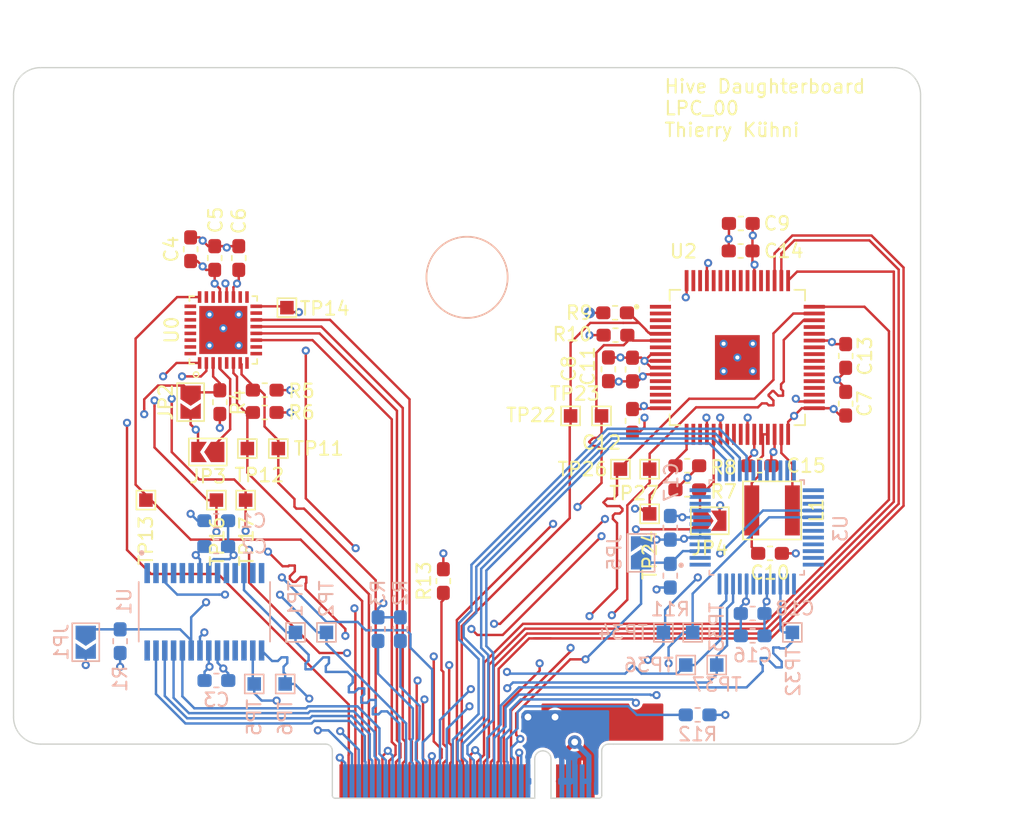
<source format=kicad_pcb>
(kicad_pcb (version 20171130) (host pcbnew "(5.1.5)-3")
  (title_block (title LPC_00) (date 2021-11-16) (rev 0) (company probe-rs))
  (layers (0 F.Cu signal) (1 GND.Cu signal) (2 PWR_SIG.Cu signal) (31 B.Cu signal) (34 B.Paste user) (35 F.Paste user) (36 B.SilkS user) (37 F.SilkS user) (38 B.Mask user) (39 F.Mask user) (44 Edge.Cuts user))
  (net 0 "")
  (net 1 GND)
  (net 2 "/Target 2/UART_RxD2")
  (net 3 "/Target 2/UART_TxD2")
  (net 4 "/Target 2/GPIO2.3")
  (net 5 "/Target 2/GPIO2.2")
  (net 6 "/Target 2/GPIO2.1")
  (net 7 "/Target 2/GPIO2.0")
  (net 8 "/Target 2/TMS|SWDIO_2")
  (net 9 "/Target 2/TCK|SWDCLK_2")
  (net 10 "/Target 2/TDO|SWO_2")
  (net 11 "/Target 2/TDI|NC_2")
  (net 12 "/Target 2/RST_2")
  (net 13 "/Target 3/RST_3")
  (net 14 "/Target 3/TDI|NC_3")
  (net 15 "/Target 3/TDO|SWO_3")
  (net 16 "/Target 3/TCK|SWDCLK_3")
  (net 17 "/Target 3/TMS|SWDIO_3")
  (net 18 "/Target 3/GPIO3.0")
  (net 19 "/Target 3/GPIO3.1")
  (net 20 "/Target 3/GPIO3.2")
  (net 21 "/Target 3/GPIO3.3")
  (net 22 "/Target 3/UART_TxD3")
  (net 23 "/Target 3/UART_RxD3")
  (net 24 "/Target 1/GPIO1.2")
  (net 25 "/Target 1/GPIO1.1")
  (net 26 "/Target 1/TMS|SWDIO_1")
  (net 27 "/Target 1/TCK|SWDCLK_1")
  (net 28 "/Target 1/TDO|SWO_1")
  (net 29 "/Target 1/TDI|NC_1")
  (net 30 "/Target 1/RST_1")
  (net 31 "/Target 1/GPIO1.0")
  (net 32 "/Target 0/TCK|SWDCLK_0")
  (net 33 "/Target 0/TMS|SWDIO_0")
  (net 34 "/Target 0/GPIO0.1")
  (net 35 "/Target 0/GPIO0.2")
  (net 36 "/Target 0/GPIO0.3")
  (net 37 "/Target 0/UART_TxD0")
  (net 38 "/Target 0/UART_RxD0")
  (net 39 "/Target 0/GPIO0.0")
  (net 40 "/Target 0/TDO|SWO_0")
  (net 41 "/Target 0/TDI|NC_0")
  (net 42 "/Target 0/RST_0")
  (net 43 +3V3)
  (net 44 +5V)
  (net 45 "/Target 1/GPIO1.3")
  (net 46 "/Target 1/UART_TxD1")
  (net 47 "/Target 1/UART_RxD1")
  (net 48 "Net-(C10-Pad2)")
  (net 49 "Net-(JP3-Pad1)")
  (net 50 "Net-(L1-Pad2)")
  (net 51 "Net-(U0-Pad23)")
  (net 52 "Net-(U0-Pad22)")
  (net 53 "Net-(U0-Pad18)")
  (net 54 "Net-(U0-Pad17)")
  (net 55 "Net-(U0-Pad8)")
  (net 56 "Net-(U0-Pad5)")
  (net 57 "Net-(U0-Pad32)")
  (net 58 "Net-(U0-Pad31)")
  (net 59 "Net-(U0-Pad30)")
  (net 60 "Net-(U0-Pad29)")
  (net 61 "Net-(U0-Pad28)")
  (net 62 "Net-(U0-Pad27)")
  (net 63 "Net-(U0-Pad26)")
  (net 64 "Net-(U0-Pad25)")
  (net 65 "Net-(U0-Pad15)")
  (net 66 "Net-(U0-Pad10)")
  (net 67 "Net-(U0-Pad9)")
  (net 68 "Net-(U1-Pad28)")
  (net 69 "Net-(U1-Pad19)")
  (net 70 "Net-(U1-Pad18)")
  (net 71 "Net-(U1-Pad17)")
  (net 72 "Net-(U1-Pad14)")
  (net 73 "Net-(U1-Pad13)")
  (net 74 "Net-(U1-Pad11)")
  (net 75 "Net-(U1-Pad10)")
  (net 76 "Net-(U1-Pad9)")
  (net 77 "Net-(U1-Pad6)")
  (net 78 "Net-(U1-Pad5)")
  (net 79 "Net-(U1-Pad4)")
  (net 80 "Net-(U1-Pad2)")
  (net 81 "Net-(U1-Pad1)")
  (net 82 "Net-(U2-Pad45)")
  (net 83 "Net-(U2-Pad44)")
  (net 84 "Net-(U2-Pad42)")
  (net 85 "Net-(U2-Pad41)")
  (net 86 "Net-(U2-Pad40)")
  (net 87 "Net-(U2-Pad39)")
  (net 88 "Net-(U2-Pad38)")
  (net 89 "Net-(U2-Pad37)")
  (net 90 "Net-(U2-Pad36)")
  (net 91 "Net-(U2-Pad35)")
  (net 92 "Net-(U2-Pad15)")
  (net 93 "Net-(U2-Pad14)")
  (net 94 "Net-(U2-Pad13)")
  (net 95 "Net-(U2-Pad12)")
  (net 96 "Net-(U2-Pad7)")
  (net 97 "Net-(U2-Pad4)")
  (net 98 "Net-(U2-Pad3)")
  (net 99 "Net-(U2-Pad2)")
  (net 100 "Net-(U2-Pad1)")
  (net 101 "Net-(U2-Pad63)")
  (net 102 "Net-(U2-Pad62)")
  (net 103 "Net-(U2-Pad60)")
  (net 104 "Net-(U2-Pad59)")
  (net 105 "Net-(U2-Pad57)")
  (net 106 "Net-(U2-Pad56)")
  (net 107 "Net-(U2-Pad55)")
  (net 108 "Net-(U2-Pad53)")
  (net 109 "Net-(U2-Pad52)")
  (net 110 "Net-(U2-Pad25)")
  (net 111 "Net-(U2-Pad24)")
  (net 112 "Net-(U2-Pad23)")
  (net 113 "Net-(U2-Pad19)")
  (net 114 "Net-(U2-Pad18)")
  (net 115 "Net-(U3-Pad36)")
  (net 116 "Net-(U3-Pad35)")
  (net 117 "Net-(U3-Pad34)")
  (net 118 "Net-(U3-Pad33)")
  (net 119 "Net-(U3-Pad32)")
  (net 120 "Net-(U3-Pad31)")
  (net 121 "Net-(U3-Pad30)")
  (net 122 "Net-(U3-Pad27)")
  (net 123 "Net-(U3-Pad26)")
  (net 124 "Net-(U3-Pad10)")
  (net 125 "Net-(U3-Pad9)")
  (net 126 "Net-(U3-Pad7)")
  (net 127 "Net-(U3-Pad4)")
  (net 128 "Net-(U3-Pad2)")
  (net 129 "Net-(U3-Pad1)")
  (net 130 "Net-(U3-Pad48)")
  (net 131 "Net-(U3-Pad45)")
  (net 132 "Net-(U3-Pad43)")
  (net 133 "Net-(U3-Pad42)")
  (net 134 "Net-(U3-Pad40)")
  (net 135 "Net-(U3-Pad38)")
  (net 136 "Net-(U3-Pad37)")
  (net 137 "Net-(U3-Pad23)")
  (net 138 "Net-(U3-Pad22)")
  (net 139 "Net-(U3-Pad21)")
  (net 140 "Net-(U3-Pad20)")
  (net 141 "Net-(U3-Pad19)")
  (net 142 "Net-(U3-Pad18)")
  (net 143 "Net-(U3-Pad13)")
  (net 144 "Net-(U2-Pad58)")
  (net 145 "Net-(U3-Pad25)")
  (net 146 "Net-(U3-Pad12)")
  (net 147 "Net-(U3-Pad11)")
  (net 148 "Net-(U3-Pad24)")
  (module hive_daughterboard:LPC1313FBD48_0115 (layer B.Cu) (at 169.9 110.987)
    (fp_text reference U3 (at 6.187 0.0745 90) (layer B.SilkS) (effects (justify mirror)))
    (fp_text value LPC1313FBD48_01,15)
    (pad 36 smd roundrect (at 4.18 2.75) (size 1.56 0.28) (layers B.Cu B.Paste B.Mask) (roundrect_rratio 0.04) (net 115 "Net-(U3-Pad36)"))
    (pad 35 smd roundrect (at 4.18 2.25) (size 1.56 0.28) (layers B.Cu B.Paste B.Mask) (roundrect_rratio 0.04) (net 116 "Net-(U3-Pad35)"))
    (pad 34 smd roundrect (at 4.18 1.75) (size 1.56 0.28) (layers B.Cu B.Paste B.Mask) (roundrect_rratio 0.04) (net 117 "Net-(U3-Pad34)"))
    (pad 33 smd roundrect (at 4.18 1.25) (size 1.56 0.28) (layers B.Cu B.Paste B.Mask) (roundrect_rratio 0.04) (net 118 "Net-(U3-Pad33)"))
    (pad 32 smd roundrect (at 4.18 0.75) (size 1.56 0.28) (layers B.Cu B.Paste B.Mask) (roundrect_rratio 0.04) (net 119 "Net-(U3-Pad32)"))
    (pad 31 smd roundrect (at 4.18 0.25) (size 1.56 0.28) (layers B.Cu B.Paste B.Mask) (roundrect_rratio 0.04) (net 120 "Net-(U3-Pad31)"))
    (pad 30 smd roundrect (at 4.18 -0.25) (size 1.56 0.28) (layers B.Cu B.Paste B.Mask) (roundrect_rratio 0.04) (net 121 "Net-(U3-Pad30)"))
    (pad 29 smd roundrect (at 4.18 -0.75) (size 1.56 0.28) (layers B.Cu B.Paste B.Mask) (roundrect_rratio 0.04) (net 16 "/Target 3/TCK|SWDCLK_3"))
    (pad 28 smd roundrect (at 4.18 -1.25) (size 1.56 0.28) (layers B.Cu B.Paste B.Mask) (roundrect_rratio 0.04) (net 15 "/Target 3/TDO|SWO_3"))
    (pad 27 smd roundrect (at 4.18 -1.75) (size 1.56 0.28) (layers B.Cu B.Paste B.Mask) (roundrect_rratio 0.04) (net 122 "Net-(U3-Pad27)"))
    (pad 26 smd roundrect (at 4.18 -2.25) (size 1.56 0.28) (layers B.Cu B.Paste B.Mask) (roundrect_rratio 0.04) (net 123 "Net-(U3-Pad26)"))
    (pad 25 smd roundrect (at 4.18 -2.75) (size 1.56 0.28) (layers B.Cu B.Paste B.Mask) (roundrect_rratio 0.04) (net 145 "Net-(U3-Pad25)"))
    (pad 12 smd roundrect (at -4.18 -2.75) (size 1.56 0.28) (layers B.Cu B.Paste B.Mask) (roundrect_rratio 0.04) (net 146 "Net-(U3-Pad12)"))
    (pad 11 smd roundrect (at -4.18 -2.25) (size 1.56 0.28) (layers B.Cu B.Paste B.Mask) (roundrect_rratio 0.04) (net 147 "Net-(U3-Pad11)"))
    (pad 10 smd roundrect (at -4.18 -1.75) (size 1.56 0.28) (layers B.Cu B.Paste B.Mask) (roundrect_rratio 0.04) (net 124 "Net-(U3-Pad10)"))
    (pad 9 smd roundrect (at -4.18 -1.25) (size 1.56 0.28) (layers B.Cu B.Paste B.Mask) (roundrect_rratio 0.04) (net 125 "Net-(U3-Pad9)"))
    (pad 8 smd roundrect (at -4.18 -0.75) (size 1.56 0.28) (layers B.Cu B.Paste B.Mask) (roundrect_rratio 0.04) (net 43 +3V3))
    (pad 7 smd roundrect (at -4.18 -0.25) (size 1.56 0.28) (layers B.Cu B.Paste B.Mask) (roundrect_rratio 0.04) (net 126 "Net-(U3-Pad7)"))
    (pad 6 smd roundrect (at -4.18 0.25) (size 1.56 0.28) (layers B.Cu B.Paste B.Mask) (roundrect_rratio 0.04) (net 1 GND))
    (pad 5 smd roundrect (at -4.18 0.75) (size 1.56 0.28) (layers B.Cu B.Paste B.Mask) (roundrect_rratio 0.04) (net 1 GND))
    (pad 4 smd roundrect (at -4.18 1.25) (size 1.56 0.28) (layers B.Cu B.Paste B.Mask) (roundrect_rratio 0.04) (net 127 "Net-(U3-Pad4)"))
    (pad 3 smd roundrect (at -4.18 1.75) (size 1.56 0.28) (layers B.Cu B.Paste B.Mask) (roundrect_rratio 0.04) (net 13 "/Target 3/RST_3"))
    (pad 2 smd roundrect (at -4.18 2.25) (size 1.56 0.28) (layers B.Cu B.Paste B.Mask) (roundrect_rratio 0.04) (net 128 "Net-(U3-Pad2)"))
    (pad 1 smd roundrect (at -4.18 2.75) (size 1.56 0.28) (layers B.Cu B.Paste B.Mask) (roundrect_rratio 0.04) (net 129 "Net-(U3-Pad1)"))
    (pad 48 smd roundrect (at -2.75 4.18) (size 0.28 1.56) (layers B.Cu B.Paste B.Mask) (roundrect_rratio 0.2) (net 130 "Net-(U3-Pad48)"))
    (pad 47 smd roundrect (at -2.25 4.18) (size 0.28 1.56) (layers B.Cu B.Paste B.Mask) (roundrect_rratio 0.2) (net 23 "/Target 3/UART_RxD3"))
    (pad 46 smd roundrect (at -1.75 4.18) (size 0.28 1.56) (layers B.Cu B.Paste B.Mask) (roundrect_rratio 0.2) (net 22 "/Target 3/UART_TxD3"))
    (pad 45 smd roundrect (at -1.25 4.18) (size 0.28 1.56) (layers B.Cu B.Paste B.Mask) (roundrect_rratio 0.2) (net 131 "Net-(U3-Pad45)"))
    (pad 44 smd roundrect (at -0.75 4.18) (size 0.28 1.56) (layers B.Cu B.Paste B.Mask) (roundrect_rratio 0.2) (net 43 +3V3))
    (pad 43 smd roundrect (at -0.25 4.18) (size 0.28 1.56) (layers B.Cu B.Paste B.Mask) (roundrect_rratio 0.2) (net 132 "Net-(U3-Pad43)"))
    (pad 42 smd roundrect (at 0.25 4.18) (size 0.28 1.56) (layers B.Cu B.Paste B.Mask) (roundrect_rratio 0.2) (net 133 "Net-(U3-Pad42)"))
    (pad 41 smd roundrect (at 0.75 4.18) (size 0.28 1.56) (layers B.Cu B.Paste B.Mask) (roundrect_rratio 0.2) (net 1 GND))
    (pad 40 smd roundrect (at 1.25 4.18) (size 0.28 1.56) (layers B.Cu B.Paste B.Mask) (roundrect_rratio 0.2) (net 134 "Net-(U3-Pad40)"))
    (pad 39 smd roundrect (at 1.75 4.18) (size 0.28 1.56) (layers B.Cu B.Paste B.Mask) (roundrect_rratio 0.2) (net 17 "/Target 3/TMS|SWDIO_3"))
    (pad 38 smd roundrect (at 2.25 4.18) (size 0.28 1.56) (layers B.Cu B.Paste B.Mask) (roundrect_rratio 0.2) (net 135 "Net-(U3-Pad38)"))
    (pad 37 smd roundrect (at 2.75 4.18) (size 0.28 1.56) (layers B.Cu B.Paste B.Mask) (roundrect_rratio 0.2) (net 136 "Net-(U3-Pad37)"))
    (pad 24 smd roundrect (at 2.75 -4.18) (size 0.28 1.56) (layers B.Cu B.Paste B.Mask) (roundrect_rratio 0.2) (net 148 "Net-(U3-Pad24)"))
    (pad 23 smd roundrect (at 2.25 -4.18) (size 0.28 1.56) (layers B.Cu B.Paste B.Mask) (roundrect_rratio 0.2) (net 137 "Net-(U3-Pad23)"))
    (pad 22 smd roundrect (at 1.75 -4.18) (size 0.28 1.56) (layers B.Cu B.Paste B.Mask) (roundrect_rratio 0.2) (net 138 "Net-(U3-Pad22)"))
    (pad 21 smd roundrect (at 1.25 -4.18) (size 0.28 1.56) (layers B.Cu B.Paste B.Mask) (roundrect_rratio 0.2) (net 139 "Net-(U3-Pad21)"))
    (pad 20 smd roundrect (at 0.75 -4.18) (size 0.28 1.56) (layers B.Cu B.Paste B.Mask) (roundrect_rratio 0.2) (net 140 "Net-(U3-Pad20)"))
    (pad 19 smd roundrect (at 0.25 -4.18) (size 0.28 1.56) (layers B.Cu B.Paste B.Mask) (roundrect_rratio 0.2) (net 141 "Net-(U3-Pad19)"))
    (pad 18 smd roundrect (at -0.25 -4.18) (size 0.28 1.56) (layers B.Cu B.Paste B.Mask) (roundrect_rratio 0.2) (net 142 "Net-(U3-Pad18)"))
    (pad 17 smd roundrect (at -0.75 -4.18) (size 0.28 1.56) (layers B.Cu B.Paste B.Mask) (roundrect_rratio 0.2) (net 21 "/Target 3/GPIO3.3"))
    (pad 16 smd roundrect (at -1.25 -4.18) (size 0.28 1.56) (layers B.Cu B.Paste B.Mask) (roundrect_rratio 0.2) (net 20 "/Target 3/GPIO3.2"))
    (pad 15 smd roundrect (at -1.75 -4.18) (size 0.28 1.56) (layers B.Cu B.Paste B.Mask) (roundrect_rratio 0.2) (net 19 "/Target 3/GPIO3.1"))
    (pad 14 smd roundrect (at -2.25 -4.18) (size 0.28 1.56) (layers B.Cu B.Paste B.Mask) (roundrect_rratio 0.2) (net 18 "/Target 3/GPIO3.0"))
    (pad 13 smd roundrect (at -2.75 -4.18) (size 0.28 1.56) (layers B.Cu B.Paste B.Mask) (roundrect_rratio 0.2) (net 143 "Net-(U3-Pad13)"))
  )
  (module hive_daughterboard:LPC55S69JBD64K (layer F.Cu) (at 168.467 98.425)
    (fp_text reference U2 (at -3.985 -7.845) (layer F.SilkS))
    (fp_text value LPC55S69JBD64K)
    (pad pad smd rect (at 0 0) (size 3.31 3.31) (layers F.Cu F.Paste F.Mask) (net 1 GND))
    (pad 48 smd roundrect (at 5.68 -3.75) (size 1.56 0.28) (layers F.Cu F.Paste F.Mask) (roundrect_rratio 0.04) (net 7 "/Target 2/GPIO2.0"))
    (pad 47 smd roundrect (at 5.68 -3.25) (size 1.56 0.28) (layers F.Cu F.Paste F.Mask) (roundrect_rratio 0.04) (net 2 "/Target 2/UART_RxD2"))
    (pad 46 smd roundrect (at 5.68 -2.75) (size 1.56 0.28) (layers F.Cu F.Paste F.Mask) (roundrect_rratio 0.04) (net 3 "/Target 2/UART_TxD2"))
    (pad 45 smd roundrect (at 5.68 -2.25) (size 1.56 0.28) (layers F.Cu F.Paste F.Mask) (roundrect_rratio 0.04) (net 82 "Net-(U2-Pad45)"))
    (pad 44 smd roundrect (at 5.68 -1.75) (size 1.56 0.28) (layers F.Cu F.Paste F.Mask) (roundrect_rratio 0.04) (net 83 "Net-(U2-Pad44)"))
    (pad 43 smd roundrect (at 5.68 -1.25) (size 1.56 0.28) (layers F.Cu F.Paste F.Mask) (roundrect_rratio 0.04) (net 43 +3V3))
    (pad 42 smd roundrect (at 5.68 -0.75) (size 1.56 0.28) (layers F.Cu F.Paste F.Mask) (roundrect_rratio 0.04) (net 84 "Net-(U2-Pad42)"))
    (pad 41 smd roundrect (at 5.68 -0.25) (size 1.56 0.28) (layers F.Cu F.Paste F.Mask) (roundrect_rratio 0.04) (net 85 "Net-(U2-Pad41)"))
    (pad 40 smd roundrect (at 5.68 0.25) (size 1.56 0.28) (layers F.Cu F.Paste F.Mask) (roundrect_rratio 0.04) (net 86 "Net-(U2-Pad40)"))
    (pad 39 smd roundrect (at 5.68 0.75) (size 1.56 0.28) (layers F.Cu F.Paste F.Mask) (roundrect_rratio 0.04) (net 87 "Net-(U2-Pad39)"))
    (pad 38 smd roundrect (at 5.68 1.25) (size 1.56 0.28) (layers F.Cu F.Paste F.Mask) (roundrect_rratio 0.04) (net 88 "Net-(U2-Pad38)"))
    (pad 37 smd roundrect (at 5.68 1.75) (size 1.56 0.28) (layers F.Cu F.Paste F.Mask) (roundrect_rratio 0.04) (net 89 "Net-(U2-Pad37)"))
    (pad 36 smd roundrect (at 5.68 2.25) (size 1.56 0.28) (layers F.Cu F.Paste F.Mask) (roundrect_rratio 0.04) (net 90 "Net-(U2-Pad36)"))
    (pad 35 smd roundrect (at 5.68 2.75) (size 1.56 0.28) (layers F.Cu F.Paste F.Mask) (roundrect_rratio 0.04) (net 91 "Net-(U2-Pad35)"))
    (pad 34 smd roundrect (at 5.68 3.25) (size 1.56 0.28) (layers F.Cu F.Paste F.Mask) (roundrect_rratio 0.04) (net 1 GND))
    (pad 33 smd roundrect (at 5.68 3.75) (size 1.56 0.28) (layers F.Cu F.Paste F.Mask) (roundrect_rratio 0.04) (net 43 +3V3))
    (pad 16 smd roundrect (at -5.68 3.75) (size 1.56 0.28) (layers F.Cu F.Paste F.Mask) (roundrect_rratio 0.04) (net 43 +3V3))
    (pad 15 smd roundrect (at -5.68 3.25) (size 1.56 0.28) (layers F.Cu F.Paste F.Mask) (roundrect_rratio 0.04) (net 92 "Net-(U2-Pad15)"))
    (pad 14 smd roundrect (at -5.68 2.75) (size 1.56 0.28) (layers F.Cu F.Paste F.Mask) (roundrect_rratio 0.04) (net 93 "Net-(U2-Pad14)"))
    (pad 13 smd roundrect (at -5.68 2.25) (size 1.56 0.28) (layers F.Cu F.Paste F.Mask) (roundrect_rratio 0.04) (net 94 "Net-(U2-Pad13)"))
    (pad 12 smd roundrect (at -5.68 1.75) (size 1.56 0.28) (layers F.Cu F.Paste F.Mask) (roundrect_rratio 0.04) (net 95 "Net-(U2-Pad12)"))
    (pad 11 smd roundrect (at -5.68 1.25) (size 1.56 0.28) (layers F.Cu F.Paste F.Mask) (roundrect_rratio 0.04) (net 1 GND))
    (pad 10 smd roundrect (at -5.68 0.75) (size 1.56 0.28) (layers F.Cu F.Paste F.Mask) (roundrect_rratio 0.04) (net 43 +3V3))
    (pad 9 smd roundrect (at -5.68 0.25) (size 1.56 0.28) (layers F.Cu F.Paste F.Mask) (roundrect_rratio 0.04) (net 43 +3V3))
    (pad 8 smd roundrect (at -5.68 -0.25) (size 1.56 0.28) (layers F.Cu F.Paste F.Mask) (roundrect_rratio 0.04) (net 43 +3V3))
    (pad 7 smd roundrect (at -5.68 -0.75) (size 1.56 0.28) (layers F.Cu F.Paste F.Mask) (roundrect_rratio 0.04) (net 96 "Net-(U2-Pad7)"))
    (pad 6 smd roundrect (at -5.68 -1.25) (size 1.56 0.28) (layers F.Cu F.Paste F.Mask) (roundrect_rratio 0.04) (net 9 "/Target 2/TCK|SWDCLK_2"))
    (pad 5 smd roundrect (at -5.68 -1.75) (size 1.56 0.28) (layers F.Cu F.Paste F.Mask) (roundrect_rratio 0.04) (net 8 "/Target 2/TMS|SWDIO_2"))
    (pad 4 smd roundrect (at -5.68 -2.25) (size 1.56 0.28) (layers F.Cu F.Paste F.Mask) (roundrect_rratio 0.04) (net 97 "Net-(U2-Pad4)"))
    (pad 3 smd roundrect (at -5.68 -2.75) (size 1.56 0.28) (layers F.Cu F.Paste F.Mask) (roundrect_rratio 0.04) (net 98 "Net-(U2-Pad3)"))
    (pad 2 smd roundrect (at -5.68 -3.25) (size 1.56 0.28) (layers F.Cu F.Paste F.Mask) (roundrect_rratio 0.04) (net 99 "Net-(U2-Pad2)"))
    (pad 1 smd roundrect (at -5.68 -3.75) (size 1.56 0.28) (layers F.Cu F.Paste F.Mask) (roundrect_rratio 0.04) (net 100 "Net-(U2-Pad1)"))
    (pad 64 smd roundrect (at -3.75 -5.68) (size 0.28 1.56) (layers F.Cu F.Paste F.Mask) (roundrect_rratio 0.04) (net 1 GND))
    (pad 63 smd roundrect (at -3.25 -5.68) (size 0.28 1.56) (layers F.Cu F.Paste F.Mask) (roundrect_rratio 0.04) (net 101 "Net-(U2-Pad63)"))
    (pad 62 smd roundrect (at -2.75 -5.68) (size 0.28 1.56) (layers F.Cu F.Paste F.Mask) (roundrect_rratio 0.04) (net 102 "Net-(U2-Pad62)"))
    (pad 61 smd roundrect (at -2.25 -5.68) (size 0.28 1.56) (layers F.Cu F.Paste F.Mask) (roundrect_rratio 0.04) (net 43 +3V3))
    (pad 60 smd roundrect (at -1.75 -5.68) (size 0.28 1.56) (layers F.Cu F.Paste F.Mask) (roundrect_rratio 0.04) (net 103 "Net-(U2-Pad60)"))
    (pad 59 smd roundrect (at -1.25 -5.68) (size 0.28 1.56) (layers F.Cu F.Paste F.Mask) (roundrect_rratio 0.04) (net 104 "Net-(U2-Pad59)"))
    (pad 58 smd roundrect (at -0.75 -5.68) (size 0.28 1.56) (layers F.Cu F.Paste F.Mask) (roundrect_rratio 0.04) (net 144 "Net-(U2-Pad58)"))
    (pad 57 smd roundrect (at -0.25 -5.68) (size 0.28 1.56) (layers F.Cu F.Paste F.Mask) (roundrect_rratio 0.04) (net 105 "Net-(U2-Pad57)"))
    (pad 56 smd roundrect (at 0.25 -5.68) (size 0.28 1.56) (layers F.Cu F.Paste F.Mask) (roundrect_rratio 0.04) (net 106 "Net-(U2-Pad56)"))
    (pad 55 smd roundrect (at 0.75 -5.68) (size 0.28 1.56) (layers F.Cu F.Paste F.Mask) (roundrect_rratio 0.04) (net 107 "Net-(U2-Pad55)"))
    (pad 54 smd roundrect (at 1.25 -5.68) (size 0.28 1.56) (layers F.Cu F.Paste F.Mask) (roundrect_rratio 0.04) (net 43 +3V3))
    (pad 53 smd roundrect (at 1.75 -5.68) (size 0.28 1.56) (layers F.Cu F.Paste F.Mask) (roundrect_rratio 0.04) (net 108 "Net-(U2-Pad53)"))
    (pad 52 smd roundrect (at 2.25 -5.68) (size 0.28 1.56) (layers F.Cu F.Paste F.Mask) (roundrect_rratio 0.04) (net 109 "Net-(U2-Pad52)"))
    (pad 51 smd roundrect (at 2.75 -5.68) (size 0.28 1.56) (layers F.Cu F.Paste F.Mask) (roundrect_rratio 0.04) (net 4 "/Target 2/GPIO2.3"))
    (pad 50 smd roundrect (at 3.25 -5.68) (size 0.28 1.56) (layers F.Cu F.Paste F.Mask) (roundrect_rratio 0.04) (net 5 "/Target 2/GPIO2.2"))
    (pad 49 smd roundrect (at 3.75 -5.68) (size 0.28 1.56) (layers F.Cu F.Paste F.Mask) (roundrect_rratio 0.04) (net 6 "/Target 2/GPIO2.1"))
    (pad 32 smd roundrect (at 3.75 5.68) (size 0.28 1.56) (layers F.Cu F.Paste F.Mask) (roundrect_rratio 0.04) (net 43 +3V3))
    (pad 31 smd roundrect (at 3.25 5.68) (size 0.28 1.56) (layers F.Cu F.Paste F.Mask) (roundrect_rratio 0.04) (net 50 "Net-(L1-Pad2)"))
    (pad 30 smd roundrect (at 2.75 5.68) (size 0.28 1.56) (layers F.Cu F.Paste F.Mask) (roundrect_rratio 0.04) (net 1 GND))
    (pad 29 smd roundrect (at 2.25 5.68) (size 0.28 1.56) (layers F.Cu F.Paste F.Mask) (roundrect_rratio 0.04) (net 48 "Net-(C10-Pad2)"))
    (pad 28 smd roundrect (at 1.75 5.68) (size 0.28 1.56) (layers F.Cu F.Paste F.Mask) (roundrect_rratio 0.04) (net 48 "Net-(C10-Pad2)"))
    (pad 27 smd roundrect (at 1.25 5.68) (size 0.28 1.56) (layers F.Cu F.Paste F.Mask) (roundrect_rratio 0.04) (net 43 +3V3))
    (pad 26 smd roundrect (at 0.75 5.68) (size 0.28 1.56) (layers F.Cu F.Paste F.Mask) (roundrect_rratio 0.04) (net 1 GND))
    (pad 25 smd roundrect (at 0.25 5.68) (size 0.28 1.56) (layers F.Cu F.Paste F.Mask) (roundrect_rratio 0.04) (net 110 "Net-(U2-Pad25)"))
    (pad 24 smd roundrect (at -0.25 5.68) (size 0.28 1.56) (layers F.Cu F.Paste F.Mask) (roundrect_rratio 0.04) (net 111 "Net-(U2-Pad24)"))
    (pad 23 smd roundrect (at -0.75 5.68) (size 0.28 1.56) (layers F.Cu F.Paste F.Mask) (roundrect_rratio 0.04) (net 112 "Net-(U2-Pad23)"))
    (pad 22 smd roundrect (at -1.25 5.68) (size 0.28 1.56) (layers F.Cu F.Paste F.Mask) (roundrect_rratio 0.04) (net 1 GND))
    (pad 21 smd roundrect (at -1.75 5.68) (size 0.28 1.56) (layers F.Cu F.Paste F.Mask) (roundrect_rratio 0.04) (net 12 "/Target 2/RST_2"))
    (pad 20 smd roundrect (at -2.25 5.68) (size 0.28 1.56) (layers F.Cu F.Paste F.Mask) (roundrect_rratio 0.04) (net 1 GND))
    (pad 19 smd roundrect (at -2.75 5.68) (size 0.28 1.56) (layers F.Cu F.Paste F.Mask) (roundrect_rratio 0.04) (net 113 "Net-(U2-Pad19)"))
    (pad 18 smd roundrect (at -3.25 5.68) (size 0.28 1.56) (layers F.Cu F.Paste F.Mask) (roundrect_rratio 0.04) (net 114 "Net-(U2-Pad18)"))
    (pad 17 smd roundrect (at -3.75 5.68) (size 0.28 1.56) (layers F.Cu F.Paste F.Mask) (roundrect_rratio 0.04) (net 10 "/Target 2/TDO|SWO_2"))
  )
  (module hive_daughterboard:LPC1114FDH28_1025 (layer B.Cu) (at 129.097 117.221 270)
    (fp_text reference U1 (at -0.765 5.912 90) (layer B.SilkS) (effects (justify mirror)))
    (fp_text value LPC1114FDH28_102_5)
    (pad 28 smd roundrect (at 2.86 4.225 270) (size 1.49 0.41) (layers B.Cu B.Paste B.Mask) (roundrect_rratio 0.05) (net 68 "Net-(U1-Pad28)"))
    (pad 27 smd roundrect (at 2.86 3.575 270) (size 1.49 0.41) (layers B.Cu B.Paste B.Mask) (roundrect_rratio 0.05) (net 45 "/Target 1/GPIO1.3"))
    (pad 26 smd roundrect (at 2.86 2.925 270) (size 1.49 0.41) (layers B.Cu B.Paste B.Mask) (roundrect_rratio 0.05) (net 24 "/Target 1/GPIO1.2"))
    (pad 25 smd roundrect (at 2.86 2.275 270) (size 1.49 0.41) (layers B.Cu B.Paste B.Mask) (roundrect_rratio 0.05) (net 25 "/Target 1/GPIO1.1"))
    (pad 24 smd roundrect (at 2.86 1.625 270) (size 1.49 0.41) (layers B.Cu B.Paste B.Mask) (roundrect_rratio 0.05) (net 31 "/Target 1/GPIO1.0"))
    (pad 23 smd roundrect (at 2.86 0.975 270) (size 1.49 0.41) (layers B.Cu B.Paste B.Mask) (roundrect_rratio 0.05) (net 30 "/Target 1/RST_1"))
    (pad 22 smd roundrect (at 2.86 0.325 270) (size 1.49 0.41) (layers B.Cu B.Paste B.Mask) (roundrect_rratio 0.05) (net 1 GND))
    (pad 21 smd roundrect (at 2.86 -0.325 270) (size 1.49 0.41) (layers B.Cu B.Paste B.Mask) (roundrect_rratio 0.05) (net 43 +3V3))
    (pad 20 smd roundrect (at 2.86 -0.975 270) (size 1.49 0.41) (layers B.Cu B.Paste B.Mask) (roundrect_rratio 0.05) (net 1 GND))
    (pad 19 smd roundrect (at 2.86 -1.625 270) (size 1.49 0.41) (layers B.Cu B.Paste B.Mask) (roundrect_rratio 0.05) (net 69 "Net-(U1-Pad19)"))
    (pad 18 smd roundrect (at 2.86 -2.275 270) (size 1.49 0.41) (layers B.Cu B.Paste B.Mask) (roundrect_rratio 0.05) (net 70 "Net-(U1-Pad18)"))
    (pad 17 smd roundrect (at 2.86 -2.925 270) (size 1.49 0.41) (layers B.Cu B.Paste B.Mask) (roundrect_rratio 0.05) (net 71 "Net-(U1-Pad17)"))
    (pad 16 smd roundrect (at 2.86 -3.575 270) (size 1.49 0.41) (layers B.Cu B.Paste B.Mask) (roundrect_rratio 0.05) (net 47 "/Target 1/UART_RxD1"))
    (pad 15 smd roundrect (at 2.86 -4.225 270) (size 1.49 0.41) (layers B.Cu B.Paste B.Mask) (roundrect_rratio 0.05) (net 46 "/Target 1/UART_TxD1"))
    (pad 14 smd roundrect (at -2.86 -4.225 270) (size 1.49 0.41) (layers B.Cu B.Paste B.Mask) (roundrect_rratio 0.05) (net 72 "Net-(U1-Pad14)"))
    (pad 13 smd roundrect (at -2.86 -3.575 270) (size 1.49 0.41) (layers B.Cu B.Paste B.Mask) (roundrect_rratio 0.05) (net 73 "Net-(U1-Pad13)"))
    (pad 12 smd roundrect (at -2.86 -2.925 270) (size 1.49 0.41) (layers B.Cu B.Paste B.Mask) (roundrect_rratio 0.05) (net 26 "/Target 1/TMS|SWDIO_1"))
    (pad 11 smd roundrect (at -2.86 -2.275 270) (size 1.49 0.41) (layers B.Cu B.Paste B.Mask) (roundrect_rratio 0.05) (net 74 "Net-(U1-Pad11)"))
    (pad 10 smd roundrect (at -2.86 -1.625 270) (size 1.49 0.41) (layers B.Cu B.Paste B.Mask) (roundrect_rratio 0.05) (net 75 "Net-(U1-Pad10)"))
    (pad 9 smd roundrect (at -2.86 -0.975 270) (size 1.49 0.41) (layers B.Cu B.Paste B.Mask) (roundrect_rratio 0.05) (net 76 "Net-(U1-Pad9)"))
    (pad 8 smd roundrect (at -2.86 -0.325 270) (size 1.49 0.41) (layers B.Cu B.Paste B.Mask) (roundrect_rratio 0.05) (net 1 GND))
    (pad 7 smd roundrect (at -2.86 0.325 270) (size 1.49 0.41) (layers B.Cu B.Paste B.Mask) (roundrect_rratio 0.05) (net 43 +3V3))
    (pad 6 smd roundrect (at -2.86 0.975 270) (size 1.49 0.41) (layers B.Cu B.Paste B.Mask) (roundrect_rratio 0.05) (net 77 "Net-(U1-Pad6)"))
    (pad 5 smd roundrect (at -2.86 1.625 270) (size 1.49 0.41) (layers B.Cu B.Paste B.Mask) (roundrect_rratio 0.05) (net 78 "Net-(U1-Pad5)"))
    (pad 4 smd roundrect (at -2.86 2.275 270) (size 1.49 0.41) (layers B.Cu B.Paste B.Mask) (roundrect_rratio 0.05) (net 79 "Net-(U1-Pad4)"))
    (pad 3 smd roundrect (at -2.86 2.925 270) (size 1.49 0.41) (layers B.Cu B.Paste B.Mask) (roundrect_rratio 0.05) (net 27 "/Target 1/TCK|SWDCLK_1"))
    (pad 2 smd roundrect (at -2.86 3.575 270) (size 1.49 0.41) (layers B.Cu B.Paste B.Mask) (roundrect_rratio 0.05) (net 80 "Net-(U1-Pad2)"))
    (pad 1 smd roundrect (at -2.86 4.225 270) (size 1.49 0.41) (layers B.Cu B.Paste B.Mask) (roundrect_rratio 0.05) (net 81 "Net-(U1-Pad1)"))
  )
  (module hive_daughterboard:LPC845M301JHI33Y (layer F.Cu) (at 130.494 96.393 90)
    (fp_text reference U0 (at 0 -3.81 90) (layer F.SilkS))
    (fp_text value LPC845M301JHI33Y)
    (pad 33 smd rect (at 0 0 90) (size 3.55 3.55) (layers F.Cu F.Mask) (net 1 GND))
    (pad 24 smd roundrect (at 2.435 -1.75 90) (size 0.86 0.26) (layers F.Cu F.Paste F.Mask) (roundrect_rratio 0.03) (net 40 "/Target 0/TDO|SWO_0"))
    (pad 23 smd roundrect (at 2.435 -1.25 90) (size 0.86 0.26) (layers F.Cu F.Paste F.Mask) (roundrect_rratio 0.03) (net 51 "Net-(U0-Pad23)"))
    (pad 22 smd roundrect (at 2.435 -0.75 90) (size 0.86 0.26) (layers F.Cu F.Paste F.Mask) (roundrect_rratio 0.03) (net 52 "Net-(U0-Pad22)"))
    (pad 21 smd roundrect (at 2.435 -0.25 90) (size 0.86 0.26) (layers F.Cu F.Paste F.Mask) (roundrect_rratio 0.03) (net 43 +3V3))
    (pad 20 smd roundrect (at 2.435 0.25 90) (size 0.86 0.26) (layers F.Cu F.Paste F.Mask) (roundrect_rratio 0.03) (net 1 GND))
    (pad 19 smd roundrect (at 2.435 0.75 90) (size 0.86 0.26) (layers F.Cu F.Paste F.Mask) (roundrect_rratio 0.03) (net 43 +3V3))
    (pad 18 smd roundrect (at 2.435 1.25 90) (size 0.86 0.26) (layers F.Cu F.Paste F.Mask) (roundrect_rratio 0.03) (net 53 "Net-(U0-Pad18)"))
    (pad 17 smd roundrect (at 2.435 1.75 90) (size 0.86 0.26) (layers F.Cu F.Paste F.Mask) (roundrect_rratio 0.03) (net 54 "Net-(U0-Pad17)"))
    (pad 8 smd roundrect (at -2.435 1.75 90) (size 0.86 0.26) (layers F.Cu F.Paste F.Mask) (roundrect_rratio 0.03) (net 55 "Net-(U0-Pad8)"))
    (pad 7 smd roundrect (at -2.435 1.25 90) (size 0.86 0.26) (layers F.Cu F.Paste F.Mask) (roundrect_rratio 0.03) (net 33 "/Target 0/TMS|SWDIO_0"))
    (pad 6 smd roundrect (at -2.435 0.75 90) (size 0.86 0.26) (layers F.Cu F.Paste F.Mask) (roundrect_rratio 0.03) (net 32 "/Target 0/TCK|SWDCLK_0"))
    (pad 5 smd roundrect (at -2.435 0.25 90) (size 0.86 0.26) (layers F.Cu F.Paste F.Mask) (roundrect_rratio 0.03) (net 56 "Net-(U0-Pad5)"))
    (pad 4 smd roundrect (at -2.435 -0.25 90) (size 0.86 0.26) (layers F.Cu F.Paste F.Mask) (roundrect_rratio 0.03) (net 49 "Net-(JP3-Pad1)"))
    (pad 3 smd roundrect (at -2.435 -0.75 90) (size 0.86 0.26) (layers F.Cu F.Paste F.Mask) (roundrect_rratio 0.03) (net 42 "/Target 0/RST_0"))
    (pad 2 smd roundrect (at -2.435 -1.25 90) (size 0.86 0.26) (layers F.Cu F.Paste F.Mask) (roundrect_rratio 0.03) (net 37 "/Target 0/UART_TxD0"))
    (pad 1 smd roundrect (at -2.435 -1.75 90) (size 0.86 0.26) (layers F.Cu F.Paste F.Mask) (roundrect_rratio 0.03) (net 38 "/Target 0/UART_RxD0"))
    (pad 32 smd roundrect (at -1.75 -2.435 90) (size 0.26 0.86) (layers F.Cu F.Paste F.Mask) (roundrect_rratio 0.03) (net 57 "Net-(U0-Pad32)"))
    (pad 31 smd roundrect (at -1.25 -2.435 90) (size 0.26 0.86) (layers F.Cu F.Paste F.Mask) (roundrect_rratio 0.03) (net 58 "Net-(U0-Pad31)"))
    (pad 30 smd roundrect (at -0.75 -2.435 90) (size 0.26 0.86) (layers F.Cu F.Paste F.Mask) (roundrect_rratio 0.03) (net 59 "Net-(U0-Pad30)"))
    (pad 29 smd roundrect (at -0.25 -2.435 90) (size 0.26 0.86) (layers F.Cu F.Paste F.Mask) (roundrect_rratio 0.03) (net 60 "Net-(U0-Pad29)"))
    (pad 28 smd roundrect (at 0.25 -2.435 90) (size 0.26 0.86) (layers F.Cu F.Paste F.Mask) (roundrect_rratio 0.03) (net 61 "Net-(U0-Pad28)"))
    (pad 27 smd roundrect (at 0.75 -2.435 90) (size 0.26 0.86) (layers F.Cu F.Paste F.Mask) (roundrect_rratio 0.03) (net 62 "Net-(U0-Pad27)"))
    (pad 26 smd roundrect (at 1.25 -2.435 90) (size 0.26 0.86) (layers F.Cu F.Paste F.Mask) (roundrect_rratio 0.03) (net 63 "Net-(U0-Pad26)"))
    (pad 25 smd roundrect (at 1.75 -2.435 90) (size 0.26 0.86) (layers F.Cu F.Paste F.Mask) (roundrect_rratio 0.03) (net 64 "Net-(U0-Pad25)"))
    (pad 16 smd roundrect (at 1.75 2.435 90) (size 0.26 0.86) (layers F.Cu F.Paste F.Mask) (roundrect_rratio 0.03) (net 41 "/Target 0/TDI|NC_0"))
    (pad 15 smd roundrect (at 1.25 2.435 90) (size 0.26 0.86) (layers F.Cu F.Paste F.Mask) (roundrect_rratio 0.03) (net 65 "Net-(U0-Pad15)"))
    (pad 14 smd roundrect (at 0.75 2.435 90) (size 0.26 0.86) (layers F.Cu F.Paste F.Mask) (roundrect_rratio 0.03) (net 36 "/Target 0/GPIO0.3"))
    (pad 13 smd roundrect (at 0.25 2.435 90) (size 0.26 0.86) (layers F.Cu F.Paste F.Mask) (roundrect_rratio 0.03) (net 35 "/Target 0/GPIO0.2"))
    (pad 12 smd roundrect (at -0.25 2.435 90) (size 0.26 0.86) (layers F.Cu F.Paste F.Mask) (roundrect_rratio 0.03) (net 34 "/Target 0/GPIO0.1"))
    (pad 11 smd roundrect (at -0.75 2.435 90) (size 0.26 0.86) (layers F.Cu F.Paste F.Mask) (roundrect_rratio 0.03) (net 39 "/Target 0/GPIO0.0"))
    (pad 10 smd roundrect (at -1.25 2.435 90) (size 0.26 0.86) (layers F.Cu F.Paste F.Mask) (roundrect_rratio 0.03) (net 66 "Net-(U0-Pad10)"))
    (pad 9 smd roundrect (at -1.75 2.435 90) (size 0.26 0.86) (layers F.Cu F.Paste F.Mask) (roundrect_rratio 0.03) (net 67 "Net-(U0-Pad9)"))
  )
  (module TestPoint:TestPoint_Pad_1.0x1.0mm (layer B.Cu) (at 166.943 121.158)
    (fp_text reference TP37 (at 0 1.448) (layer B.SilkS) (effects (justify mirror)))
    (fp_text value USART_RX)
    (pad 1 smd rect (at 0 0) (size 1 1) (layers B.Cu B.Mask) (net 22 "/Target 3/UART_TxD3"))
  )
  (module TestPoint:TestPoint_Pad_1.0x1.0mm (layer B.Cu) (at 164.657 121.158)
    (fp_text reference TP36 (at -2.7305 0 180) (layer B.SilkS) (effects (justify mirror)))
    (fp_text value USART_TX)
    (pad 1 smd rect (at 0 0) (size 1 1) (layers B.Cu B.Mask) (net 23 "/Target 3/UART_RxD3"))
  )
  (module TestPoint:TestPoint_Pad_1.0x1.0mm (layer B.Cu) (at 163.006 118.745)
    (fp_text reference TP34 (at -2.9845 0) (layer B.SilkS) (effects (justify mirror)))
    (fp_text value SWO)
    (pad 1 smd rect (at 0 0) (size 1 1) (layers B.Cu B.Mask) (net 15 "/Target 3/TDO|SWO_3"))
  )
  (module TestPoint:TestPoint_Pad_1.0x1.0mm (layer B.Cu) (at 165.165 118.745)
    (fp_text reference TP33 (at 1.778 -0.381 90) (layer B.SilkS) (effects (justify mirror)))
    (fp_text value SWCLK)
    (pad 1 smd rect (at 0 0) (size 1 1) (layers B.Cu B.Mask) (net 16 "/Target 3/TCK|SWDCLK_3"))
  )
  (module TestPoint:TestPoint_Pad_1.0x1.0mm (layer B.Cu) (at 172.531 118.745)
    (fp_text reference TP32 (at 0.0635 2.921 90) (layer B.SilkS) (effects (justify mirror)))
    (fp_text value SWDIO)
    (pad 1 smd rect (at 0 0) (size 1 1) (layers B.Cu B.Mask) (net 17 "/Target 3/TMS|SWDIO_3"))
  )
  (module TestPoint:TestPoint_Pad_1.0x1.0mm (layer F.Cu) (at 161.99 106.68)
    (fp_text reference TP27 (at -1.143 1.778) (layer F.SilkS))
    (fp_text value USART_RX)
    (pad 1 smd rect (at 0 0) (size 1 1) (layers F.Cu F.Mask) (net 3 "/Target 2/UART_TxD2"))
  )
  (module TestPoint:TestPoint_Pad_1.0x1.0mm (layer F.Cu) (at 159.831 106.68)
    (fp_text reference TP26 (at -2.794 0) (layer F.SilkS))
    (fp_text value USART_TX)
    (pad 1 smd rect (at 0 0) (size 1 1) (layers F.Cu F.Mask) (net 2 "/Target 2/UART_RxD2"))
  )
  (module TestPoint:TestPoint_Pad_1.0x1.0mm (layer F.Cu) (at 161.99 109.982)
    (fp_text reference TP24 (at 0 3.048 90) (layer F.SilkS))
    (fp_text value SWO)
    (pad 1 smd rect (at 0 0) (size 1 1) (layers F.Cu F.Mask) (net 10 "/Target 2/TDO|SWO_2"))
  )
  (module TestPoint:TestPoint_Pad_1.0x1.0mm (layer F.Cu) (at 158.434 102.743)
    (fp_text reference TP23 (at -1.9685 -1.651) (layer F.SilkS))
    (fp_text value SWCLK)
    (pad 1 smd rect (at 0 0) (size 1 1) (layers F.Cu F.Mask) (net 9 "/Target 2/TCK|SWDCLK_2"))
  )
  (module TestPoint:TestPoint_Pad_1.0x1.0mm (layer F.Cu) (at 156.148 102.743)
    (fp_text reference TP22 (at -2.921 -0.0635) (layer F.SilkS))
    (fp_text value SWDIO)
    (pad 1 smd rect (at 0 0) (size 1 1) (layers F.Cu F.Mask) (net 8 "/Target 2/TMS|SWDIO_2"))
  )
  (module TestPoint:TestPoint_Pad_1.0x1.0mm (layer F.Cu) (at 132.145 108.966)
    (fp_text reference TP17 (at 0.0635 3.048 90) (layer F.SilkS))
    (fp_text value USART_RX)
    (pad 1 smd rect (at 0 0) (size 1 1) (layers F.Cu F.Mask) (net 37 "/Target 0/UART_TxD0"))
  )
  (module TestPoint:TestPoint_Pad_1.0x1.0mm (layer F.Cu) (at 129.986 108.966)
    (fp_text reference TP16 (at 0.0635 3.048 90) (layer F.SilkS))
    (fp_text value USART_TX)
    (pad 1 smd rect (at 0 0) (size 1 1) (layers F.Cu F.Mask) (net 38 "/Target 0/UART_RxD0"))
  )
  (module TestPoint:TestPoint_Pad_1.0x1.0mm (layer F.Cu) (at 135.193 94.742)
    (fp_text reference TP14 (at 2.794 0.0635) (layer F.SilkS))
    (fp_text value TDI)
    (pad 1 smd rect (at 0 0) (size 1 1) (layers F.Cu F.Mask) (net 41 "/Target 0/TDI|NC_0"))
  )
  (module TestPoint:TestPoint_Pad_1.0x1.0mm (layer F.Cu) (at 124.779 108.966)
    (fp_text reference TP13 (at 0 2.9845 90) (layer F.SilkS))
    (fp_text value TDO)
    (pad 1 smd rect (at 0 0) (size 1 1) (layers F.Cu F.Mask) (net 40 "/Target 0/TDO|SWO_0"))
  )
  (module TestPoint:TestPoint_Pad_1.0x1.0mm (layer F.Cu) (at 132.272 105.156)
    (fp_text reference TP12 (at 0.889 1.9685) (layer F.SilkS))
    (fp_text value SWCLK-TCLK)
    (pad 1 smd rect (at 0 0) (size 1 1) (layers F.Cu F.Mask) (net 32 "/Target 0/TCK|SWDCLK_0"))
  )
  (module TestPoint:TestPoint_Pad_1.0x1.0mm (layer F.Cu) (at 134.558 105.156)
    (fp_text reference TP11 (at 2.9845 0) (layer F.SilkS))
    (fp_text value SWDIO-TMS)
    (pad 1 smd rect (at 0 0) (size 1 1) (layers F.Cu F.Mask) (net 33 "/Target 0/TMS|SWDIO_0"))
  )
  (module TestPoint:TestPoint_Pad_1.0x1.0mm (layer B.Cu) (at 135.066 122.555)
    (fp_text reference TP6 (at 0 2.4765 90) (layer B.SilkS) (effects (justify mirror)))
    (fp_text value USART_RX)
    (pad 1 smd rect (at 0 0) (size 1 1) (layers B.Cu B.Mask) (net 46 "/Target 1/UART_TxD1"))
  )
  (module TestPoint:TestPoint_Pad_1.0x1.0mm (layer B.Cu) (at 132.78 122.555)
    (fp_text reference TP5 (at 0 2.4765 90) (layer B.SilkS) (effects (justify mirror)))
    (fp_text value USART_TX)
    (pad 1 smd rect (at 0 0) (size 1 1) (layers B.Cu B.Mask) (net 47 "/Target 1/UART_RxD1"))
  )
  (module TestPoint:TestPoint_Pad_1.0x1.0mm (layer B.Cu) (at 138.114 118.745)
    (fp_text reference TP2 (at 0 -2.4765 90) (layer B.SilkS) (effects (justify mirror)))
    (fp_text value SWCLK)
    (pad 1 smd rect (at 0 0) (size 1 1) (layers B.Cu B.Mask) (net 27 "/Target 1/TCK|SWDCLK_1"))
  )
  (module TestPoint:TestPoint_Pad_1.0x1.0mm (layer B.Cu) (at 135.828 118.745)
    (fp_text reference TP1 (at 0 -2.4765 90) (layer B.SilkS) (effects (justify mirror)))
    (fp_text value SWDIO)
    (pad 1 smd rect (at 0 0) (size 1 1) (layers B.Cu B.Mask) (net 26 "/Target 1/TMS|SWDIO_1"))
  )
  (module Resistor_SMD:R_0603_1608Metric_Pad1.05x0.95mm_HandSolder (layer F.Cu) (at 146.75 114.949 90)
    (fp_text reference R13 (at 0 -1.43 90) (layer F.SilkS))
    (fp_text value 100k)
    (pad 2 smd roundrect (at 0.875 0 90) (size 1.05 0.95) (layers F.Cu F.Paste F.Mask) (net 1 GND))
    (pad 1 smd roundrect (at -0.875 0 90) (size 1.05 0.95) (layers F.Cu F.Paste F.Mask) (net 11 "/Target 2/TDI|NC_2"))
  )
  (module Resistor_SMD:R_0603_1608Metric_Pad1.05x0.95mm_HandSolder (layer B.Cu) (at 165.532 124.841)
    (fp_text reference R12 (at 0 1.43) (layer B.SilkS) (effects (justify mirror)))
    (fp_text value 100k)
    (pad 2 smd roundrect (at 0.875 0) (size 1.05 0.95) (layers B.Cu B.Paste B.Mask) (net 1 GND))
    (pad 1 smd roundrect (at -0.875 0) (size 1.05 0.95) (layers B.Cu B.Paste B.Mask) (net 14 "/Target 3/TDI|NC_3"))
  )
  (module Resistor_SMD:R_0603_1608Metric_Pad1.05x0.95mm_HandSolder (layer B.Cu) (at 163.514 114.554 270)
    (fp_text reference R11 (at 2.4765 0 180) (layer B.SilkS) (effects (justify mirror)))
    (fp_text value 100k)
    (pad 2 smd roundrect (at 0.875 0 270) (size 1.05 0.95) (layers B.Cu B.Paste B.Mask) (net 43 +3V3))
    (pad 1 smd roundrect (at -0.875 0 270) (size 1.05 0.95) (layers B.Cu B.Paste B.Mask) (net 13 "/Target 3/RST_3"))
  )
  (module Resistor_SMD:R_0603_1608Metric_Pad1.05x0.95mm_HandSolder (layer F.Cu) (at 159.464 96.774 180)
    (fp_text reference R10 (at 3.189 0.0635) (layer F.SilkS))
    (fp_text value 10k)
    (pad 2 smd roundrect (at 0.875 0 180) (size 1.05 0.95) (layers F.Cu F.Paste F.Mask) (net 1 GND))
    (pad 1 smd roundrect (at -0.875 0 180) (size 1.05 0.95) (layers F.Cu F.Paste F.Mask) (net 9 "/Target 2/TCK|SWDCLK_2"))
  )
  (module Resistor_SMD:R_0603_1608Metric_Pad1.05x0.95mm_HandSolder (layer F.Cu) (at 159.436 95.123 180)
    (fp_text reference R9 (at 2.653 0) (layer F.SilkS))
    (fp_text value 10k)
    (pad 2 smd roundrect (at 0.875 0 180) (size 1.05 0.95) (layers F.Cu F.Paste F.Mask) (net 43 +3V3))
    (pad 1 smd roundrect (at -0.875 0 180) (size 1.05 0.95) (layers F.Cu F.Paste F.Mask) (net 8 "/Target 2/TMS|SWDIO_2"))
  )
  (module Resistor_SMD:R_0603_1608Metric_Pad1.05x0.95mm_HandSolder (layer F.Cu) (at 164.77 106.426)
    (fp_text reference R8 (at 2.681 0.127) (layer F.SilkS))
    (fp_text value 10k)
    (pad 2 smd roundrect (at 0.875 0) (size 1.05 0.95) (layers F.Cu F.Paste F.Mask) (net 43 +3V3))
    (pad 1 smd roundrect (at -0.875 0) (size 1.05 0.95) (layers F.Cu F.Paste F.Mask) (net 10 "/Target 2/TDO|SWO_2"))
  )
  (module Resistor_SMD:R_0603_1608Metric_Pad1.05x0.95mm_HandSolder (layer F.Cu) (at 164.77 108.204 180)
    (fp_text reference R7 (at -2.681 -0.127) (layer F.SilkS))
    (fp_text value 100k)
    (pad 2 smd roundrect (at 0.875 0 180) (size 1.05 0.95) (layers F.Cu F.Paste F.Mask) (net 43 +3V3))
    (pad 1 smd roundrect (at -0.875 0 180) (size 1.05 0.95) (layers F.Cu F.Paste F.Mask) (net 12 "/Target 2/RST_2"))
  )
  (module Resistor_SMD:R_0603_1608Metric_Pad1.05x0.95mm_HandSolder (layer F.Cu) (at 133.556 102.489)
    (fp_text reference R6 (at 2.7165 0) (layer F.SilkS))
    (fp_text value 10k)
    (pad 2 smd roundrect (at 0.875 0) (size 1.05 0.95) (layers F.Cu F.Paste F.Mask) (net 1 GND))
    (pad 1 smd roundrect (at -0.875 0) (size 1.05 0.95) (layers F.Cu F.Paste F.Mask) (net 32 "/Target 0/TCK|SWDCLK_0"))
  )
  (module Resistor_SMD:R_0603_1608Metric_Pad1.05x0.95mm_HandSolder (layer F.Cu) (at 133.556 100.838)
    (fp_text reference R5 (at 2.7165 0.0635) (layer F.SilkS))
    (fp_text value 10k)
    (pad 2 smd roundrect (at 0.875 0) (size 1.05 0.95) (layers F.Cu F.Paste F.Mask) (net 43 +3V3))
    (pad 1 smd roundrect (at -0.875 0) (size 1.05 0.95) (layers F.Cu F.Paste F.Mask) (net 33 "/Target 0/TMS|SWDIO_0"))
  )
  (module Resistor_SMD:R_0603_1608Metric_Pad1.05x0.95mm_HandSolder (layer F.Cu) (at 130.24 101.727 270)
    (fp_text reference R4 (at 0 -1.3335 90) (layer F.SilkS))
    (fp_text value 100k)
    (pad 2 smd roundrect (at 0.875 0 270) (size 1.05 0.95) (layers F.Cu F.Paste F.Mask) (net 43 +3V3))
    (pad 1 smd roundrect (at -0.875 0 270) (size 1.05 0.95) (layers F.Cu F.Paste F.Mask) (net 42 "/Target 0/RST_0"))
  )
  (module Resistor_SMD:R_0603_1608Metric_Pad1.05x0.95mm_HandSolder (layer B.Cu) (at 141.924 118.505 90)
    (fp_text reference R3 (at 2.681 0 90) (layer B.SilkS) (effects (justify mirror)))
    (fp_text value 100k)
    (pad 2 smd roundrect (at 0.875 0 90) (size 1.05 0.95) (layers B.Cu B.Paste B.Mask) (net 1 GND))
    (pad 1 smd roundrect (at -0.875 0 90) (size 1.05 0.95) (layers B.Cu B.Paste B.Mask) (net 28 "/Target 1/TDO|SWO_1"))
  )
  (module Resistor_SMD:R_0603_1608Metric_Pad1.05x0.95mm_HandSolder (layer B.Cu) (at 143.575 118.505 90)
    (fp_text reference R2 (at 2.681 0 90) (layer B.SilkS) (effects (justify mirror)))
    (fp_text value 100k)
    (pad 2 smd roundrect (at 0.875 0 90) (size 1.05 0.95) (layers B.Cu B.Paste B.Mask) (net 1 GND))
    (pad 1 smd roundrect (at -0.875 0 90) (size 1.05 0.95) (layers B.Cu B.Paste B.Mask) (net 29 "/Target 1/TDI|NC_1"))
  )
  (module Resistor_SMD:R_0603_1608Metric_Pad1.05x0.95mm_HandSolder (layer B.Cu) (at 122.874 119.394 270)
    (fp_text reference R1 (at 2.78 0 90) (layer B.SilkS) (effects (justify mirror)))
    (fp_text value 100k)
    (pad 2 smd roundrect (at 0.875 0 270) (size 1.05 0.95) (layers B.Cu B.Paste B.Mask) (net 43 +3V3))
    (pad 1 smd roundrect (at -0.875 0 270) (size 1.05 0.95) (layers B.Cu B.Paste B.Mask) (net 30 "/Target 1/RST_1"))
  )
  (module hive_daughterboard:TYA40204R7M-10 (layer F.Cu) (at 171.031 109.728 90)
    (fp_text reference L1 (at -0.00254 3.278 90) (layer F.SilkS))
    (fp_text value 4.7u)
    (pad 2 smd rect (at 0 1.5 90) (size 3.7 1.1) (layers F.Cu F.Paste F.Mask) (net 50 "Net-(L1-Pad2)"))
    (pad 1 smd rect (at 0 -1.5 90) (size 3.7 1.1) (layers F.Cu F.Paste F.Mask) (net 48 "Net-(C10-Pad2)"))
  )
  (module Jumper:SolderJumper-2_P1.3mm_Open_TrianglePad1.0x1.5mm (layer B.Cu) (at 161.355 112.866 90)
    (fp_text reference JP5 (at 0.0265 -1.9685 90) (layer B.SilkS) (effects (justify mirror)))
    (fp_text value NRST)
    (pad 1 smd custom (at -0.725 0 90) (size 0.3 0.3) (layers B.Cu B.Mask) (net 13 "/Target 3/RST_3") (options (clearance outline) (anchor rect)) (primitives (gr_poly (pts (xy -0.5 0.75) (xy 0.5 0.75) (xy 1 0) (xy 0.5 -0.75) (xy -0.5 -0.75)) (width 0))))
    (pad 2 smd custom (at 0.725 0 90) (size 0.3 0.3) (layers B.Cu B.Mask) (net 1 GND) (options (clearance outline) (anchor rect)) (primitives (gr_poly (pts (xy -0.65 0.75) (xy 0.5 0.75) (xy 0.5 -0.75) (xy -0.65 -0.75) (xy -0.15 0)) (width 0))))
  )
  (module Jumper:SolderJumper-2_P1.3mm_Open_TrianglePad1.0x1.5mm (layer F.Cu) (at 166.435 110.49)
    (fp_text reference JP4 (at 0 2.032) (layer F.SilkS))
    (fp_text value NRST)
    (pad 1 smd custom (at -0.725 0) (size 0.3 0.3) (layers F.Cu F.Mask) (net 12 "/Target 2/RST_2") (options (clearance outline) (anchor rect)) (primitives (gr_poly (pts (xy -0.5 -0.75) (xy 0.5 -0.75) (xy 1 0) (xy 0.5 0.75) (xy -0.5 0.75)) (width 0))))
    (pad 2 smd custom (at 0.725 0) (size 0.3 0.3) (layers F.Cu F.Mask) (net 1 GND) (options (clearance outline) (anchor rect)) (primitives (gr_poly (pts (xy -0.65 -0.75) (xy 0.5 -0.75) (xy 0.5 0.75) (xy -0.65 0.75) (xy -0.15 0)) (width 0))))
  )
  (module Jumper:SolderJumper-2_P1.3mm_Open_TrianglePad1.0x1.5mm (layer F.Cu) (at 129.351 105.41 180)
    (fp_text reference JP3 (at 0 -1.8) (layer F.SilkS))
    (fp_text value NJRST)
    (pad 1 smd custom (at -0.725 0 180) (size 0.3 0.3) (layers F.Cu F.Mask) (net 49 "Net-(JP3-Pad1)") (options (clearance outline) (anchor rect)) (primitives (gr_poly (pts (xy -0.5 -0.75) (xy 0.5 -0.75) (xy 1 0) (xy 0.5 0.75) (xy -0.5 0.75)) (width 0))))
    (pad 2 smd custom (at 0.725 0 180) (size 0.3 0.3) (layers F.Cu F.Mask) (net 1 GND) (options (clearance outline) (anchor rect)) (primitives (gr_poly (pts (xy -0.65 -0.75) (xy 0.5 -0.75) (xy 0.5 0.75) (xy -0.65 0.75) (xy -0.15 0)) (width 0))))
  )
  (module Jumper:SolderJumper-2_P1.3mm_Open_TrianglePad1.0x1.5mm (layer F.Cu) (at 128.081 101.727 270)
    (fp_text reference JP2 (at 0 1.8415 90) (layer F.SilkS))
    (fp_text value NRST)
    (pad 1 smd custom (at -0.725 0 270) (size 0.3 0.3) (layers F.Cu F.Mask) (net 42 "/Target 0/RST_0") (options (clearance outline) (anchor rect)) (primitives (gr_poly (pts (xy -0.5 -0.75) (xy 0.5 -0.75) (xy 1 0) (xy 0.5 0.75) (xy -0.5 0.75)) (width 0))))
    (pad 2 smd custom (at 0.725 0 270) (size 0.3 0.3) (layers F.Cu F.Mask) (net 1 GND) (options (clearance outline) (anchor rect)) (primitives (gr_poly (pts (xy -0.65 -0.75) (xy 0.5 -0.75) (xy 0.5 0.75) (xy -0.65 0.75) (xy -0.15 0)) (width 0))))
  )
  (module Jumper:SolderJumper-2_P1.3mm_Open_TrianglePad1.0x1.5mm (layer B.Cu) (at 120.334 119.47 270)
    (fp_text reference JP1 (at 0 1.8 90) (layer B.SilkS) (effects (justify mirror)))
    (fp_text value NRST)
    (pad 1 smd custom (at -0.725 0 270) (size 0.3 0.3) (layers B.Cu B.Mask) (net 30 "/Target 1/RST_1") (options (clearance outline) (anchor rect)) (primitives (gr_poly (pts (xy -0.5 0.75) (xy 0.5 0.75) (xy 1 0) (xy 0.5 -0.75) (xy -0.5 -0.75)) (width 0))))
    (pad 2 smd custom (at 0.725 0 270) (size 0.3 0.3) (layers B.Cu B.Mask) (net 1 GND) (options (clearance outline) (anchor rect)) (primitives (gr_poly (pts (xy -0.65 0.75) (xy 0.5 0.75) (xy 0.5 -0.75) (xy -0.65 -0.75) (xy -0.15 0)) (width 0))))
  )
  (module Capacitor_SMD:C_0603_1608Metric_Pad1.05x0.95mm_HandSolder (layer B.Cu) (at 169.596 117.348)
    (fp_text reference C18 (at 3.1255 -0.381) (layer B.SilkS) (effects (justify mirror)))
    (fp_text value 100n)
    (pad 2 smd roundrect (at 0.875 0) (size 1.05 0.95) (layers B.Cu B.Paste B.Mask) (net 1 GND))
    (pad 1 smd roundrect (at -0.875 0) (size 1.05 0.95) (layers B.Cu B.Paste B.Mask) (net 43 +3V3))
  )
  (module Capacitor_SMD:C_0603_1608Metric_Pad1.05x0.95mm_HandSolder (layer B.Cu) (at 163.514 111.012 270)
    (fp_text reference C17 (at -3.3795 -0.0635 90) (layer B.SilkS) (effects (justify mirror)))
    (fp_text value 100n)
    (pad 2 smd roundrect (at 0.875 0 270) (size 1.05 0.95) (layers B.Cu B.Paste B.Mask) (net 1 GND))
    (pad 1 smd roundrect (at -0.875 0 270) (size 1.05 0.95) (layers B.Cu B.Paste B.Mask) (net 43 +3V3))
  )
  (module Capacitor_SMD:C_0603_1608Metric_Pad1.05x0.95mm_HandSolder (layer B.Cu) (at 169.596 118.999)
    (fp_text reference C16 (at 0 1.43) (layer B.SilkS) (effects (justify mirror)))
    (fp_text value 4.7u)
    (pad 2 smd roundrect (at 0.875 0) (size 1.05 0.95) (layers B.Cu B.Paste B.Mask) (net 1 GND))
    (pad 1 smd roundrect (at -0.875 0) (size 1.05 0.95) (layers B.Cu B.Paste B.Mask) (net 43 +3V3))
  )
  (module Capacitor_SMD:C_0603_1608Metric_Pad1.05x0.95mm_HandSolder (layer F.Cu) (at 170.104 106.426)
    (fp_text reference C15 (at 3.443 0) (layer F.SilkS))
    (fp_text value 100n)
    (pad 2 smd roundrect (at 0.875 0) (size 1.05 0.95) (layers F.Cu F.Paste F.Mask) (net 1 GND))
    (pad 1 smd roundrect (at -0.875 0) (size 1.05 0.95) (layers F.Cu F.Paste F.Mask) (net 43 +3V3))
  )
  (module Capacitor_SMD:C_0603_1608Metric_Pad1.05x0.95mm_HandSolder (layer F.Cu) (at 168.707 90.551 180)
    (fp_text reference C14 (at -3.189 0) (layer F.SilkS))
    (fp_text value 100n)
    (pad 2 smd roundrect (at 0.875 0 180) (size 1.05 0.95) (layers F.Cu F.Paste F.Mask) (net 1 GND))
    (pad 1 smd roundrect (at -0.875 0 180) (size 1.05 0.95) (layers F.Cu F.Paste F.Mask) (net 43 +3V3))
  )
  (module Capacitor_SMD:C_0603_1608Metric_Pad1.05x0.95mm_HandSolder (layer F.Cu) (at 176.468 98.312 270)
    (fp_text reference C13 (at 0 -1.43 90) (layer F.SilkS))
    (fp_text value 100n)
    (pad 2 smd roundrect (at 0.875 0 270) (size 1.05 0.95) (layers F.Cu F.Paste F.Mask) (net 1 GND))
    (pad 1 smd roundrect (at -0.875 0 270) (size 1.05 0.95) (layers F.Cu F.Paste F.Mask) (net 43 +3V3))
  )
  (module Capacitor_SMD:C_0603_1608Metric_Pad1.05x0.95mm_HandSolder (layer F.Cu) (at 160.72 103.11 270)
    (fp_text reference C12 (at 1.6015 2.286 180) (layer F.SilkS))
    (fp_text value 100n)
    (pad 2 smd roundrect (at 0.875 0 270) (size 1.05 0.95) (layers F.Cu F.Paste F.Mask) (net 1 GND))
    (pad 1 smd roundrect (at -0.875 0 270) (size 1.05 0.95) (layers F.Cu F.Paste F.Mask) (net 43 +3V3))
  )
  (module Capacitor_SMD:C_0603_1608Metric_Pad1.05x0.95mm_HandSolder (layer F.Cu) (at 160.72 99.314 270)
    (fp_text reference C11 (at -0.254 3.302 270) (layer F.SilkS))
    (fp_text value 100n)
    (pad 2 smd roundrect (at 0.875 0 270) (size 1.05 0.95) (layers F.Cu F.Paste F.Mask) (net 1 GND))
    (pad 1 smd roundrect (at -0.875 0 270) (size 1.05 0.95) (layers F.Cu F.Paste F.Mask) (net 43 +3V3))
  )
  (module Capacitor_SMD:C_0603_1608Metric_Pad1.05x0.95mm_HandSolder (layer F.Cu) (at 170.88 112.903 180)
    (fp_text reference C10 (at 0 -1.43) (layer F.SilkS))
    (fp_text value 22u)
    (pad 2 smd roundrect (at 0.875 0 180) (size 1.05 0.95) (layers F.Cu F.Paste F.Mask) (net 48 "Net-(C10-Pad2)"))
    (pad 1 smd roundrect (at -0.875 0 180) (size 1.05 0.95) (layers F.Cu F.Paste F.Mask) (net 1 GND))
  )
  (module Capacitor_SMD:C_0603_1608Metric_Pad1.05x0.95mm_HandSolder (layer F.Cu) (at 168.721 88.519 180)
    (fp_text reference C9 (at -2.667 0) (layer F.SilkS))
    (fp_text value 47p)
    (pad 2 smd roundrect (at 0.875 0 180) (size 1.05 0.95) (layers F.Cu F.Paste F.Mask) (net 1 GND))
    (pad 1 smd roundrect (at -0.875 0 180) (size 1.05 0.95) (layers F.Cu F.Paste F.Mask) (net 43 +3V3))
  )
  (module Capacitor_SMD:C_0603_1608Metric_Pad1.05x0.95mm_HandSolder (layer F.Cu) (at 158.942 99.3 270)
    (fp_text reference C8 (at -0.0495 2.921 90) (layer F.SilkS))
    (fp_text value 100n)
    (pad 2 smd roundrect (at 0.875 0 270) (size 1.05 0.95) (layers F.Cu F.Paste F.Mask) (net 1 GND))
    (pad 1 smd roundrect (at -0.875 0 270) (size 1.05 0.95) (layers F.Cu F.Paste F.Mask) (net 43 +3V3))
  )
  (module Capacitor_SMD:C_0603_1608Metric_Pad1.05x0.95mm_HandSolder (layer F.Cu) (at 176.468 101.84 90)
    (fp_text reference C7 (at 0 1.397 90) (layer F.SilkS))
    (fp_text value 22u)
    (pad 2 smd roundrect (at 0.875 0 90) (size 1.05 0.95) (layers F.Cu F.Paste F.Mask) (net 1 GND))
    (pad 1 smd roundrect (at -0.875 0 90) (size 1.05 0.95) (layers F.Cu F.Paste F.Mask) (net 43 +3V3))
  )
  (module Capacitor_SMD:C_0603_1608Metric_Pad1.05x0.95mm_HandSolder (layer F.Cu) (at 131.637 91.073 90)
    (fp_text reference C6 (at 2.7445 0 90) (layer F.SilkS))
    (fp_text value 100n)
    (pad 2 smd roundrect (at 0.875 0 90) (size 1.05 0.95) (layers F.Cu F.Paste F.Mask) (net 1 GND))
    (pad 1 smd roundrect (at -0.875 0 90) (size 1.05 0.95) (layers F.Cu F.Paste F.Mask) (net 43 +3V3))
  )
  (module Capacitor_SMD:C_0603_1608Metric_Pad1.05x0.95mm_HandSolder (layer F.Cu) (at 129.859 91.073 90)
    (fp_text reference C5 (at 2.808 0.0635 90) (layer F.SilkS))
    (fp_text value 100n)
    (pad 2 smd roundrect (at 0.875 0 90) (size 1.05 0.95) (layers F.Cu F.Paste F.Mask) (net 1 GND))
    (pad 1 smd roundrect (at -0.875 0 90) (size 1.05 0.95) (layers F.Cu F.Paste F.Mask) (net 43 +3V3))
  )
  (module Capacitor_SMD:C_0603_1608Metric_Pad1.05x0.95mm_HandSolder (layer F.Cu) (at 128.081 90.424 90)
    (fp_text reference C4 (at 0 -1.43 90) (layer F.SilkS))
    (fp_text value 4.7u)
    (pad 2 smd roundrect (at 0.875 0 90) (size 1.05 0.95) (layers F.Cu F.Paste F.Mask) (net 1 GND))
    (pad 1 smd roundrect (at -0.875 0 90) (size 1.05 0.95) (layers F.Cu F.Paste F.Mask) (net 43 +3V3))
  )
  (module Capacitor_SMD:C_0603_1608Metric_Pad1.05x0.95mm_HandSolder (layer B.Cu) (at 129.986 122.301)
    (fp_text reference C3 (at 0 1.43) (layer B.SilkS) (effects (justify mirror)))
    (fp_text value 100n)
    (pad 2 smd roundrect (at 0.875 0) (size 1.05 0.95) (layers B.Cu B.Paste B.Mask) (net 1 GND))
    (pad 1 smd roundrect (at -0.875 0) (size 1.05 0.95) (layers B.Cu B.Paste B.Mask) (net 43 +3V3))
  )
  (module Capacitor_SMD:C_0603_1608Metric_Pad1.05x0.95mm_HandSolder (layer B.Cu) (at 129.972 112.395)
    (fp_text reference C2 (at 2.808 0) (layer B.SilkS) (effects (justify mirror)))
    (fp_text value 100n)
    (pad 2 smd roundrect (at 0.875 0) (size 1.05 0.95) (layers B.Cu B.Paste B.Mask) (net 1 GND))
    (pad 1 smd roundrect (at -0.875 0) (size 1.05 0.95) (layers B.Cu B.Paste B.Mask) (net 43 +3V3))
  )
  (module Capacitor_SMD:C_0603_1608Metric_Pad1.05x0.95mm_HandSolder (layer B.Cu) (at 129.972 110.49)
    (fp_text reference C1 (at 2.7445 0) (layer B.SilkS) (effects (justify mirror)))
    (fp_text value 4.7u)
    (pad 2 smd roundrect (at 0.875 0) (size 1.05 0.95) (layers B.Cu B.Paste B.Mask) (net 1 GND))
    (pad 1 smd roundrect (at -0.875 0) (size 1.05 0.95) (layers B.Cu B.Paste B.Mask) (net 43 +3V3))
  )
  (module MountingHole:MountingHole_2.7mm_M2.5 (layer F.Cu) (at 148.5 92.5)
    (fp_text reference H1 hide)
    (fp_text value MountingHoleDaughterboard hide)
    (pad 1 np_thru_hole circle (at 0 0) (size 2.7 2.7) (drill 2.7) (layers *.Cu *.Mask))
  )
  (module hive:m2_keyB (layer F.Cu) (at 148.5 131)
    (fp_text reference J1 hide)
    (fp_text value m2_keyA_67pin_daughterboard hide)
    (fp_line (start 6.2 -2.9) (end 6.2 0) (layer Edge.Cuts) (width 0.1))
    (fp_arc (start 5.6 -2.9) (end 5.6 -3.5) (angle 90) (layer Edge.Cuts) (width 0.1))
    (fp_line (start 5 -2.9) (end 5 0) (layer Edge.Cuts) (width 0.1))
    (fp_arc (start 5.6 -2.9) (end 5.6 -3.5) (angle -90) (layer Edge.Cuts) (width 0.1))
    (fp_arc (start 10.45 -3.5) (end 9.95 -3.5) (angle 90) (layer Edge.Cuts) (width 0.1))
    (fp_arc (start -10.45 -3.5) (end -10.45 -4) (angle 90) (layer Edge.Cuts) (width 0.1))
    (fp_line (start -10.8 -4) (end -10.45 -4) (layer Edge.Cuts) (width 0.1))
    (fp_line (start 10.45 -4) (end 10.8 -4) (layer Edge.Cuts) (width 0.1))
    (fp_line (start 9.95 -0.2) (end 9.95 -3.5) (layer Edge.Cuts) (width 0.1))
    (fp_arc (start 9.75 -0.2) (end 9.75 0) (angle -90) (layer Edge.Cuts) (width 0.1))
    (fp_line (start 6.2 0) (end 9.75 0) (layer Edge.Cuts) (width 0.1))
    (fp_line (start -9.75 0) (end 5 0) (layer Edge.Cuts) (width 0.1))
    (fp_arc (start -9.75 -0.2) (end -9.95 -0.2) (angle -90) (layer Edge.Cuts) (width 0.1))
    (fp_line (start -9.95 -3.5) (end -9.95 -0.2) (layer Edge.Cuts) (width 0.1))
    (pad 75 smd rect (at -9.25 -1.25) (size 0.35 2.5) (layers F.Cu F.Paste F.Mask) (net 1 GND))
    (pad 74 smd rect (at -9 -1.25) (size 0.35 2.5) (layers B.Cu B.Paste B.Mask) (net 1 GND))
    (pad 73 smd rect (at -8.75 -1.25) (size 0.35 2.5) (layers F.Cu F.Paste F.Mask) (net 42 "/Target 0/RST_0"))
    (pad 72 smd rect (at -8.5 -1.25) (size 0.35 2.5) (layers B.Cu B.Paste B.Mask) (net 47 "/Target 1/UART_RxD1"))
    (pad 71 smd rect (at -8.25 -1.25) (size 0.35 2.5) (layers F.Cu F.Paste F.Mask) (net 41 "/Target 0/TDI|NC_0"))
    (pad 70 smd rect (at -8 -1.25) (size 0.35 2.5) (layers B.Cu B.Paste B.Mask) (net 46 "/Target 1/UART_TxD1"))
    (pad 69 smd rect (at -7.75 -1.25) (size 0.35 2.5) (layers F.Cu F.Paste F.Mask) (net 40 "/Target 0/TDO|SWO_0"))
    (pad 68 smd rect (at -7.5 -1.25) (size 0.35 2.5) (layers B.Cu B.Paste B.Mask) (net 45 "/Target 1/GPIO1.3"))
    (pad 67 smd rect (at -7.25 -1.25) (size 0.35 2.5) (layers F.Cu F.Paste F.Mask) (net 32 "/Target 0/TCK|SWDCLK_0"))
    (pad 66 smd rect (at -7 -1.25) (size 0.35 2.5) (layers B.Cu B.Paste B.Mask) (net 24 "/Target 1/GPIO1.2"))
    (pad 65 smd rect (at -6.75 -1.25) (size 0.35 2.5) (layers F.Cu F.Paste F.Mask) (net 33 "/Target 0/TMS|SWDIO_0"))
    (pad 64 smd rect (at -6.5 -1.25) (size 0.35 2.5) (layers B.Cu B.Paste B.Mask) (net 25 "/Target 1/GPIO1.1"))
    (pad 63 smd rect (at -6.25 -1.25) (size 0.35 2.5) (layers F.Cu F.Paste F.Mask) (net 1 GND))
    (pad 62 smd rect (at -6 -1.25) (size 0.35 2.5) (layers B.Cu B.Paste B.Mask) (net 31 "/Target 1/GPIO1.0"))
    (pad 61 smd rect (at -5.75 -1.25) (size 0.35 2.5) (layers F.Cu F.Paste F.Mask) (net 39 "/Target 0/GPIO0.0"))
    (pad 60 smd rect (at -5.5 -1.25) (size 0.35 2.5) (layers B.Cu B.Paste B.Mask) (net 1 GND))
    (pad 59 smd rect (at -5.25 -1.25) (size 0.35 2.5) (layers F.Cu F.Paste F.Mask) (net 34 "/Target 0/GPIO0.1"))
    (pad 58 smd rect (at -5 -1.25) (size 0.35 2.5) (layers B.Cu B.Paste B.Mask) (net 26 "/Target 1/TMS|SWDIO_1"))
    (pad 57 smd rect (at -4.75 -1.25) (size 0.35 2.5) (layers F.Cu F.Paste F.Mask) (net 35 "/Target 0/GPIO0.2"))
    (pad 56 smd rect (at -4.5 -1.25) (size 0.35 2.5) (layers B.Cu B.Paste B.Mask) (net 27 "/Target 1/TCK|SWDCLK_1"))
    (pad 55 smd rect (at -4.25 -1.25) (size 0.35 2.5) (layers F.Cu F.Paste F.Mask) (net 36 "/Target 0/GPIO0.3"))
    (pad 54 smd rect (at -4 -1.25) (size 0.35 2.5) (layers B.Cu B.Paste B.Mask) (net 28 "/Target 1/TDO|SWO_1"))
    (pad 53 smd rect (at -3.75 -1.25) (size 0.35 2.5) (layers F.Cu F.Paste F.Mask) (net 37 "/Target 0/UART_TxD0"))
    (pad 52 smd rect (at -3.5 -1.25) (size 0.35 2.5) (layers B.Cu B.Paste B.Mask) (net 29 "/Target 1/TDI|NC_1"))
    (pad 51 smd rect (at -3.25 -1.25) (size 0.35 2.5) (layers F.Cu F.Paste F.Mask) (net 38 "/Target 0/UART_RxD0"))
    (pad 50 smd rect (at -3 -1.25) (size 0.35 2.5) (layers B.Cu B.Paste B.Mask) (net 30 "/Target 1/RST_1"))
    (pad 49 smd rect (at -2.75 -1.25) (size 0.35 2.5) (layers F.Cu F.Paste F.Mask) (net 1 GND))
    (pad 48 smd rect (at -2.5 -1.25) (size 0.35 2.5) (layers B.Cu B.Paste B.Mask) (net 1 GND))
    (pad 47 smd rect (at -2.25 -1.25) (size 0.35 2.5) (layers F.Cu F.Paste F.Mask) (net 12 "/Target 2/RST_2"))
    (pad 46 smd rect (at -2 -1.25) (size 0.35 2.5) (layers B.Cu B.Paste B.Mask) (net 23 "/Target 3/UART_RxD3"))
    (pad 45 smd rect (at -1.75 -1.25) (size 0.35 2.5) (layers F.Cu F.Paste F.Mask) (net 11 "/Target 2/TDI|NC_2"))
    (pad 44 smd rect (at -1.5 -1.25) (size 0.35 2.5) (layers B.Cu B.Paste B.Mask) (net 22 "/Target 3/UART_TxD3"))
    (pad 43 smd rect (at -1.25 -1.25) (size 0.35 2.5) (layers F.Cu F.Paste F.Mask) (net 10 "/Target 2/TDO|SWO_2"))
    (pad 42 smd rect (at -1 -1.25) (size 0.35 2.5) (layers B.Cu B.Paste B.Mask) (net 21 "/Target 3/GPIO3.3"))
    (pad 41 smd rect (at -0.75 -1.25) (size 0.35 2.5) (layers F.Cu F.Paste F.Mask) (net 9 "/Target 2/TCK|SWDCLK_2"))
    (pad 40 smd rect (at -0.5 -1.25) (size 0.35 2.5) (layers B.Cu B.Paste B.Mask) (net 20 "/Target 3/GPIO3.2"))
    (pad 39 smd rect (at -0.25 -1.25) (size 0.35 2.5) (layers F.Cu F.Paste F.Mask) (net 8 "/Target 2/TMS|SWDIO_2"))
    (pad 38 smd rect (at 0 -1.25) (size 0.35 2.5) (layers B.Cu B.Paste B.Mask) (net 19 "/Target 3/GPIO3.1"))
    (pad 37 smd rect (at 0.25 -1.25) (size 0.35 2.5) (layers F.Cu F.Paste F.Mask) (net 1 GND))
    (pad 36 smd rect (at 0.5 -1.25) (size 0.35 2.5) (layers B.Cu B.Paste B.Mask) (net 18 "/Target 3/GPIO3.0"))
    (pad 35 smd rect (at 0.75 -1.25) (size 0.35 2.5) (layers F.Cu F.Paste F.Mask) (net 7 "/Target 2/GPIO2.0"))
    (pad 34 smd rect (at 1 -1.25) (size 0.35 2.5) (layers B.Cu B.Paste B.Mask) (net 1 GND))
    (pad 33 smd rect (at 1.25 -1.25) (size 0.35 2.5) (layers F.Cu F.Paste F.Mask) (net 6 "/Target 2/GPIO2.1"))
    (pad 32 smd rect (at 1.5 -1.25) (size 0.35 2.5) (layers B.Cu B.Paste B.Mask) (net 17 "/Target 3/TMS|SWDIO_3"))
    (pad 31 smd rect (at 1.75 -1.25) (size 0.35 2.5) (layers F.Cu F.Paste F.Mask) (net 5 "/Target 2/GPIO2.2"))
    (pad 30 smd rect (at 2 -1.25) (size 0.35 2.5) (layers B.Cu B.Paste B.Mask) (net 16 "/Target 3/TCK|SWDCLK_3"))
    (pad 29 smd rect (at 2.25 -1.25) (size 0.35 2.5) (layers F.Cu F.Paste F.Mask) (net 4 "/Target 2/GPIO2.3"))
    (pad 28 smd rect (at 2.5 -1.25) (size 0.35 2.5) (layers B.Cu B.Paste B.Mask) (net 15 "/Target 3/TDO|SWO_3"))
    (pad 27 smd rect (at 2.75 -1.25) (size 0.35 2.5) (layers F.Cu F.Paste F.Mask) (net 3 "/Target 2/UART_TxD2"))
    (pad 26 smd rect (at 3 -1.25) (size 0.35 2.5) (layers B.Cu B.Paste B.Mask) (net 14 "/Target 3/TDI|NC_3"))
    (pad 25 smd rect (at 3.25 -1.25) (size 0.35 2.5) (layers F.Cu F.Paste F.Mask) (net 2 "/Target 2/UART_RxD2"))
    (pad 24 smd rect (at 3.5 -1.25) (size 0.35 2.5) (layers B.Cu B.Paste B.Mask) (net 13 "/Target 3/RST_3"))
    (pad 23 smd rect (at 3.75 -1.25) (size 0.35 2.5) (layers F.Cu F.Paste F.Mask) (net 1 GND))
    (pad 22 smd rect (at 4 -1.25) (size 0.35 2.5) (layers B.Cu B.Paste B.Mask) (net 1 GND))
    (pad 21 smd rect (at 4.25 -1.25) (size 0.35 2.5) (layers F.Cu F.Paste F.Mask) (net 43 +3V3))
    (pad 20 smd rect (at 4.5 -1.25) (size 0.35 2.5) (layers B.Cu B.Paste B.Mask) (net 43 +3V3))
    (pad 11 smd rect (at 6.75 -1.25) (size 0.35 2.5) (layers F.Cu F.Paste F.Mask) (net 1 GND))
    (pad 10 smd rect (at 7 -1.25) (size 0.35 2.5) (layers B.Cu B.Paste B.Mask) (net 43 +3V3))
    (pad 9 smd rect (at 7.25 -1.25) (size 0.35 2.5) (layers F.Cu F.Paste F.Mask) (net 1 GND))
    (pad 8 smd rect (at 7.5 -1.25) (size 0.35 2.5) (layers B.Cu B.Paste B.Mask) (net 43 +3V3))
    (pad 7 smd rect (at 7.75 -1.25) (size 0.35 2.5) (layers F.Cu F.Paste F.Mask) (net 44 +5V))
    (pad 6 smd rect (at 8 -1.25) (size 0.35 2.5) (layers B.Cu B.Paste B.Mask) (net 43 +3V3))
    (pad 5 smd rect (at 8.25 -1.25) (size 0.35 2.5) (layers F.Cu F.Paste F.Mask) (net 44 +5V))
    (pad 4 smd rect (at 8.5 -1.25) (size 0.35 2.5) (layers B.Cu B.Paste B.Mask) (net 1 GND))
    (pad 3 smd rect (at 8.75 -1.25) (size 0.35 2.5) (layers F.Cu F.Paste F.Mask) (net 44 +5V))
    (pad 2 smd rect (at 9 -1.25) (size 0.35 2.5) (layers B.Cu B.Paste B.Mask) (net 1 GND))
    (pad 1 smd rect (at 9.25 -1.25) (size 0.35 2.5) (layers F.Cu F.Paste F.Mask) (net 44 +5V))
  )
  (gr_circle (center 148.5 92.5) (end 151.5 92.5) (layer B.SilkS) (width 0.12))
  (gr_circle (center 148.5 92.5) (end 148.5 89.5) (layer F.SilkS) (width 0.12))
  (gr_line (start 117 127) (end 137.7 127) (layer Edge.Cuts) (width 0.1))
  (gr_line (start 159.3 127) (end 180 127) (layer Edge.Cuts) (width 0.1))
  (gr_text "Hive Daughterboard\nLPC_00\nThierry Kühni" (at 163 80) (layer F.SilkS) (effects (font (size 1 1)) (justify left)))
  (gr_line (start 117 77) (end 180 77) (layer Edge.Cuts) (width 0.1))
  (gr_arc (start 180 79) (end 182 79) (angle -90) (layer Edge.Cuts) (width 0.1))
  (gr_line (start 182 125) (end 182 79) (layer Edge.Cuts) (width 0.1))
  (gr_arc (start 117 79) (end 117 77) (angle -90) (layer Edge.Cuts) (width 0.1))
  (gr_line (start 115 125) (end 115 79) (layer Edge.Cuts) (width 0.1))
  (gr_arc (start 180 125) (end 180 127) (angle -90) (layer Edge.Cuts) (width 0.1))
  (gr_arc (start 117 125) (end 115 125) (angle -90) (layer Edge.Cuts) (width 0.1))
  (via (at 130.494 96.266) (size 0.6) (drill 0.3) (layers F.Cu B.Cu) (net 1))
  (via (at 129.478 97.536) (size 0.6) (drill 0.3) (layers F.Cu B.Cu) (net 1))
  (via (at 131.637 97.536) (size 0.6) (drill 0.3) (layers F.Cu B.Cu) (net 1))
  (via (at 131.637 95.25) (size 0.6) (drill 0.3) (layers F.Cu B.Cu) (net 1))
  (via (at 129.478 95.25) (size 0.6) (drill 0.3) (layers F.Cu B.Cu) (net 1))
  (via (at 168.467 98.425) (size 0.6) (drill 0.3) (layers F.Cu B.Cu) (net 1))
  (via (at 167.451 99.441) (size 0.6) (drill 0.3) (layers F.Cu B.Cu) (net 1))
  (via (at 169.61 99.441) (size 0.6) (drill 0.3) (layers F.Cu B.Cu) (net 1))
  (via (at 169.61 97.409) (size 0.6) (drill 0.3) (layers F.Cu B.Cu) (net 1))
  (via (at 167.451 97.409) (size 0.6) (drill 0.3) (layers F.Cu B.Cu) (net 1))
  (segment (start 157.25 129.75) (end 157.048001 129.75) (width 0.386) (layer B.Cu) (net 1))
  (segment (start 157.5 129.75) (end 157.25 129.75) (width 0.386) (layer B.Cu) (net 1))
  (via (at 139.1 128) (size 0.6) (drill 0.3) (layers F.Cu B.Cu) (net 1))
  (segment (start 139.25 129.75) (end 139.25 128.15) (width 0.18) (layer F.Cu) (net 1))
  (segment (start 139.25 128.15) (end 139.1 128) (width 0.18) (layer F.Cu) (net 1))
  (segment (start 139.5 128.4) (end 139.1 128) (width 0.18) (layer B.Cu) (net 1))
  (segment (start 139.5 129.75) (end 139.5 128.4) (width 0.18) (layer B.Cu) (net 1))
  (via (at 149.1 127.449998) (size 0.6) (drill 0.3) (layers F.Cu B.Cu) (net 1))
  (segment (start 149.5 127.849998) (end 149.1 127.449998) (width 0.18) (layer B.Cu) (net 1))
  (segment (start 148.75 129.75) (end 148.75 127.799998) (width 0.18) (layer F.Cu) (net 1))
  (segment (start 149.5 129.75) (end 149.5 127.849998) (width 0.18) (layer B.Cu) (net 1))
  (segment (start 148.75 127.799998) (end 149.1 127.449998) (width 0.18) (layer F.Cu) (net 1))
  (segment (start 155.5 129.75) (end 155.701999 129.75) (width 0.386) (layer F.Cu) (net 1))
  (segment (start 155.25 129.75) (end 155.5 129.75) (width 0.386) (layer F.Cu) (net 1))
  (via (at 156.449988 126.85) (size 1) (drill 0.5) (layers F.Cu B.Cu) (net 1))
  (segment (start 157.5 129.75) (end 157.5 127.900012) (width 0.386) (layer B.Cu) (net 1))
  (segment (start 157.5 127.900012) (end 156.949987 127.349999) (width 0.386) (layer B.Cu) (net 1))
  (segment (start 156.949987 127.349999) (end 156.449988 126.85) (width 0.386) (layer B.Cu) (net 1))
  (segment (start 155.949989 127.349999) (end 156.449988 126.85) (width 0.386) (layer F.Cu) (net 1))
  (segment (start 155.5 129.75) (end 155.5 127.799988) (width 0.386) (layer F.Cu) (net 1))
  (segment (start 155.5 127.799988) (end 155.949989 127.349999) (width 0.386) (layer F.Cu) (net 1))
  (via (at 161.482 99.822) (size 0.6) (drill 0.3) (layers F.Cu B.Cu) (net 1))
  (segment (start 160.72 100.189) (end 161.115 100.189) (width 0.18) (layer F.Cu) (net 1))
  (segment (start 161.115 100.189) (end 161.482 99.822) (width 0.18) (layer F.Cu) (net 1))
  (segment (start 161.629 99.675) (end 161.482 99.822) (width 0.18) (layer F.Cu) (net 1))
  (segment (start 162.787 99.675) (end 161.629 99.675) (width 0.18) (layer F.Cu) (net 1))
  (via (at 159.704 100.203) (size 0.6) (drill 0.3) (layers F.Cu B.Cu) (net 1))
  (segment (start 158.942 100.175) (end 159.676 100.175) (width 0.18) (layer F.Cu) (net 1))
  (segment (start 159.676 100.175) (end 159.704 100.203) (width 0.18) (layer F.Cu) (net 1))
  (segment (start 159.718 100.189) (end 159.704 100.203) (width 0.18) (layer F.Cu) (net 1))
  (segment (start 160.72 100.189) (end 159.718 100.189) (width 0.18) (layer F.Cu) (net 1))
  (via (at 157.545 96.774) (size 0.6) (drill 0.3) (layers F.Cu B.Cu) (net 1))
  (segment (start 158.589 96.774) (end 157.545 96.774) (width 0.18) (layer F.Cu) (net 1))
  (via (at 167.197 109.347) (size 0.6) (drill 0.3) (layers F.Cu B.Cu) (net 1))
  (segment (start 167.16 110.49) (end 167.16 109.384) (width 0.18) (layer F.Cu) (net 1))
  (segment (start 167.16 109.384) (end 167.197 109.347) (width 0.18) (layer F.Cu) (net 1))
  (via (at 171.134 105.41) (size 0.6) (drill 0.3) (layers F.Cu B.Cu) (net 1))
  (segment (start 170.979 106.426) (end 170.979 105.565) (width 0.18) (layer F.Cu) (net 1))
  (segment (start 170.979 105.565) (end 171.134 105.41) (width 0.18) (layer F.Cu) (net 1))
  (segment (start 171.217 105.327) (end 171.134 105.41) (width 0.18) (layer F.Cu) (net 1))
  (segment (start 171.217 104.105) (end 171.217 105.327) (width 0.18) (layer F.Cu) (net 1))
  (via (at 172.785 112.903) (size 0.6) (drill 0.3) (layers F.Cu B.Cu) (net 1))
  (segment (start 171.755 112.903) (end 172.785 112.903) (width 0.18) (layer F.Cu) (net 1))
  (via (at 166.181 102.87) (size 0.6) (drill 0.3) (layers F.Cu B.Cu) (net 1))
  (segment (start 166.217 104.105) (end 166.217 102.906) (width 0.18) (layer F.Cu) (net 1))
  (segment (start 166.217 102.906) (end 166.181 102.87) (width 0.18) (layer F.Cu) (net 1))
  (via (at 167.197 102.87) (size 0.6) (drill 0.3) (layers F.Cu B.Cu) (net 1))
  (segment (start 167.217 104.105) (end 167.217 102.89) (width 0.18) (layer F.Cu) (net 1))
  (segment (start 167.217 102.89) (end 167.197 102.87) (width 0.18) (layer F.Cu) (net 1))
  (segment (start 169.217 104.105) (end 169.217 102.882) (width 0.18) (layer F.Cu) (net 1))
  (via (at 169.229 102.87) (size 0.6) (drill 0.3) (layers F.Cu B.Cu) (net 1))
  (segment (start 169.217 102.882) (end 169.229 102.87) (width 0.18) (layer F.Cu) (net 1))
  (segment (start 176.468 99.187) (end 176.595 99.187) (width 0.18) (layer F.Cu) (net 1))
  (via (at 172.785 101.473) (size 0.6) (drill 0.3) (layers F.Cu B.Cu) (net 1))
  (segment (start 174.147 101.675) (end 172.987 101.675) (width 0.18) (layer F.Cu) (net 1))
  (segment (start 172.987 101.675) (end 172.785 101.473) (width 0.18) (layer F.Cu) (net 1))
  (via (at 175.833 100.076) (size 0.6) (drill 0.3) (layers F.Cu B.Cu) (net 1))
  (segment (start 176.468 100.965) (end 176.468 100.711) (width 0.18) (layer F.Cu) (net 1))
  (segment (start 176.468 100.711) (end 175.833 100.076) (width 0.18) (layer F.Cu) (net 1))
  (segment (start 176.468 99.441) (end 175.833 100.076) (width 0.18) (layer F.Cu) (net 1))
  (segment (start 176.468 99.187) (end 176.468 99.441) (width 0.18) (layer F.Cu) (net 1))
  (via (at 167.832 89.662) (size 0.6) (drill 0.3) (layers F.Cu B.Cu) (net 1))
  (segment (start 167.832 90.551) (end 167.832 89.662) (width 0.18) (layer F.Cu) (net 1))
  (segment (start 167.846 89.648) (end 167.832 89.662) (width 0.18) (layer F.Cu) (net 1))
  (segment (start 167.846 88.519) (end 167.846 89.648) (width 0.18) (layer F.Cu) (net 1))
  (via (at 164.657 93.98) (size 0.6) (drill 0.3) (layers F.Cu B.Cu) (net 1))
  (segment (start 164.717 92.745) (end 164.717 93.92) (width 0.18) (layer F.Cu) (net 1))
  (segment (start 164.717 93.92) (end 164.657 93.98) (width 0.18) (layer F.Cu) (net 1))
  (via (at 146.75 112.903) (size 0.6) (drill 0.3) (layers F.Cu B.Cu) (net 1))
  (segment (start 146.75 114.074) (end 146.75 112.903) (width 0.18) (layer F.Cu) (net 1))
  (segment (start 146 129.75) (end 146 127.989) (width 0.18) (layer B.Cu) (net 1))
  (segment (start 145.75 128.039) (end 145.9 127.889) (width 0.18) (layer F.Cu) (net 1))
  (segment (start 146 127.989) (end 145.9 127.889) (width 0.18) (layer B.Cu) (net 1))
  (segment (start 145.75 129.75) (end 145.75 128.039) (width 0.18) (layer F.Cu) (net 1))
  (via (at 145.9 127.889) (size 0.6) (drill 0.3) (layers F.Cu B.Cu) (net 1))
  (via (at 130.652183 92.951151) (size 0.6) (drill 0.3) (layers F.Cu B.Cu) (net 1))
  (segment (start 130.744 93.958) (end 130.744 93.042968) (width 0.18) (layer F.Cu) (net 1))
  (segment (start 130.744 93.042968) (end 130.652183 92.951151) (width 0.18) (layer F.Cu) (net 1))
  (via (at 130.748 90.297) (size 0.6) (drill 0.3) (layers F.Cu B.Cu) (net 1))
  (segment (start 129.859 90.198) (end 130.649 90.198) (width 0.18) (layer F.Cu) (net 1))
  (segment (start 130.649 90.198) (end 130.748 90.297) (width 0.18) (layer F.Cu) (net 1))
  (segment (start 130.847 90.198) (end 130.748 90.297) (width 0.18) (layer F.Cu) (net 1))
  (segment (start 131.637 90.198) (end 130.847 90.198) (width 0.18) (layer F.Cu) (net 1))
  (via (at 128.97 89.789) (size 0.6) (drill 0.3) (layers F.Cu B.Cu) (net 1))
  (segment (start 129.859 90.198) (end 129.379 90.198) (width 0.18) (layer F.Cu) (net 1))
  (segment (start 129.379 90.198) (end 128.97 89.789) (width 0.18) (layer F.Cu) (net 1))
  (segment (start 128.73 89.549) (end 128.97 89.789) (width 0.18) (layer F.Cu) (net 1))
  (segment (start 128.081 89.549) (end 128.73 89.549) (width 0.18) (layer F.Cu) (net 1))
  (via (at 128.462 103.759) (size 0.6) (drill 0.3) (layers F.Cu B.Cu) (net 1))
  (segment (start 128.081 102.452) (end 128.081 103.378) (width 0.18) (layer F.Cu) (net 1))
  (segment (start 128.081 103.378) (end 128.462 103.759) (width 0.18) (layer F.Cu) (net 1))
  (segment (start 128.626 103.923) (end 128.462 103.759) (width 0.18) (layer F.Cu) (net 1))
  (segment (start 128.626 105.41) (end 128.626 103.923) (width 0.18) (layer F.Cu) (net 1))
  (segment (start 143 129.75) (end 143 127.850007) (width 0.18) (layer B.Cu) (net 1))
  (segment (start 142.25 127.899985) (end 142.649989 127.499996) (width 0.18) (layer F.Cu) (net 1))
  (segment (start 142.25 129.75) (end 142.25 127.899985) (width 0.18) (layer F.Cu) (net 1))
  (segment (start 142.949988 127.799995) (end 142.649989 127.499996) (width 0.18) (layer B.Cu) (net 1))
  (segment (start 143 127.850007) (end 142.949988 127.799995) (width 0.18) (layer B.Cu) (net 1))
  (via (at 142.649989 127.499996) (size 0.6) (drill 0.3) (layers F.Cu B.Cu) (net 1))
  (via (at 135.447 102.489) (size 0.6) (drill 0.3) (layers F.Cu B.Cu) (net 1))
  (segment (start 134.431 102.489) (end 135.447 102.489) (width 0.18) (layer F.Cu) (net 1))
  (via (at 131.256 113.03) (size 0.6) (drill 0.3) (layers F.Cu B.Cu) (net 1))
  (segment (start 130.847 112.395) (end 130.847 112.621) (width 0.18) (layer B.Cu) (net 1))
  (segment (start 130.847 112.621) (end 131.256 113.03) (width 0.18) (layer B.Cu) (net 1))
  (segment (start 130.956001 113.329999) (end 131.256 113.03) (width 0.18) (layer B.Cu) (net 1))
  (segment (start 129.783155 113.329999) (end 130.956001 113.329999) (width 0.18) (layer B.Cu) (net 1))
  (segment (start 129.422 113.691154) (end 129.783155 113.329999) (width 0.18) (layer B.Cu) (net 1))
  (segment (start 129.422 114.361) (end 129.422 113.691154) (width 0.18) (layer B.Cu) (net 1))
  (segment (start 130.847 112.395) (end 130.847 110.49) (width 0.18) (layer B.Cu) (net 1))
  (via (at 120.334 121.158) (size 0.6) (drill 0.3) (layers F.Cu B.Cu) (net 1))
  (segment (start 120.334 120.195) (end 120.334 121.158) (width 0.18) (layer B.Cu) (net 1))
  (segment (start 130.861 122.301) (end 130.861 121.779) (width 0.18) (layer B.Cu) (net 1))
  (via (at 130.494 121.412) (size 0.6) (drill 0.3) (layers F.Cu B.Cu) (net 1))
  (segment (start 130.861 121.779) (end 130.494 121.412) (width 0.18) (layer B.Cu) (net 1))
  (segment (start 130.072 120.99) (end 130.494 121.412) (width 0.18) (layer B.Cu) (net 1))
  (segment (start 130.072 120.081) (end 130.072 120.99) (width 0.18) (layer B.Cu) (net 1))
  (segment (start 141.924 117.63) (end 143.575 117.63) (width 0.18) (layer B.Cu) (net 1))
  (segment (start 141.924 117.63) (end 141.924 116.982) (width 0.18) (layer B.Cu) (net 1))
  (via (at 142.32 116.586) (size 0.6) (drill 0.3) (layers F.Cu B.Cu) (net 1))
  (segment (start 141.924 116.982) (end 142.32 116.586) (width 0.18) (layer B.Cu) (net 1))
  (segment (start 160.72 103.985) (end 161.195 103.985) (width 0.18) (layer F.Cu) (net 1))
  (segment (start 161.609 103.571) (end 161.609 102.87) (width 0.18) (layer F.Cu) (net 1))
  (segment (start 161.195 103.985) (end 161.609 103.571) (width 0.18) (layer F.Cu) (net 1))
  (via (at 161.609 102.87) (size 0.6) (drill 0.3) (layers F.Cu B.Cu) (net 1))
  (segment (start 165.72 111.237) (end 165.72 111.737) (width 0.18) (layer B.Cu) (net 1))
  (via (at 164.53 111.822) (size 0.6) (drill 0.3) (layers F.Cu B.Cu) (net 1))
  (segment (start 165.72 111.737) (end 164.615 111.737) (width 0.18) (layer B.Cu) (net 1))
  (segment (start 164.615 111.737) (end 164.53 111.822) (width 0.18) (layer B.Cu) (net 1))
  (segment (start 164.465 111.887) (end 164.53 111.822) (width 0.18) (layer B.Cu) (net 1))
  (segment (start 163.514 111.887) (end 164.465 111.887) (width 0.18) (layer B.Cu) (net 1))
  (segment (start 161.355 112.141) (end 162.244 112.141) (width 0.18) (layer B.Cu) (net 1))
  (via (at 162.498 111.887) (size 0.6) (drill 0.3) (layers F.Cu B.Cu) (net 1))
  (segment (start 162.244 112.141) (end 162.498 111.887) (width 0.18) (layer B.Cu) (net 1))
  (segment (start 163.514 111.887) (end 162.498 111.887) (width 0.18) (layer B.Cu) (net 1))
  (via (at 170.626 116.459002) (size 0.6) (drill 0.3) (layers F.Cu B.Cu) (net 1))
  (segment (start 170.65 116.435002) (end 170.626 116.459002) (width 0.18) (layer B.Cu) (net 1))
  (segment (start 170.471 117.348) (end 170.471 116.614002) (width 0.18) (layer B.Cu) (net 1))
  (segment (start 170.65 115.167) (end 170.65 116.435002) (width 0.18) (layer B.Cu) (net 1))
  (segment (start 170.471 116.614002) (end 170.626 116.459002) (width 0.18) (layer B.Cu) (net 1))
  (segment (start 170.471 118.999) (end 170.471 117.348) (width 0.18) (layer B.Cu) (net 1))
  (segment (start 152.5 127.785) (end 152.35 127.635) (width 0.18) (layer B.Cu) (net 1))
  (segment (start 152.25 127.735) (end 152.35 127.635) (width 0.18) (layer F.Cu) (net 1))
  (segment (start 152.25 129.75) (end 152.25 127.735) (width 0.18) (layer F.Cu) (net 1))
  (via (at 152.35 127.635) (size 0.6) (drill 0.3) (layers F.Cu B.Cu) (net 1))
  (segment (start 152.5 129.75) (end 152.5 127.785) (width 0.18) (layer B.Cu) (net 1))
  (via (at 129.097 118.745) (size 0.6) (drill 0.3) (layers F.Cu B.Cu) (net 1))
  (segment (start 128.772 120.081) (end 128.772 119.07) (width 0.18) (layer B.Cu) (net 1))
  (segment (start 128.772 119.07) (end 129.097 118.745) (width 0.18) (layer B.Cu) (net 1))
  (via (at 167.578 124.841) (size 0.6) (drill 0.3) (layers F.Cu B.Cu) (net 1))
  (segment (start 166.407 124.841) (end 167.578 124.841) (width 0.18) (layer B.Cu) (net 1))
  (segment (start 159.831 106.68) (end 159.831 106.553) (width 0.18) (layer F.Cu) (net 2))
  (segment (start 159.831 106.553) (end 164.911 101.473) (width 0.18) (layer F.Cu) (net 2))
  (segment (start 164.911 101.473) (end 169.737 101.473) (width 0.18) (layer F.Cu) (net 2))
  (segment (start 169.737 101.473) (end 171.134 100.076) (width 0.18) (layer F.Cu) (net 2))
  (segment (start 171.134 100.076) (end 171.134 96.647) (width 0.18) (layer F.Cu) (net 2))
  (segment (start 172.606 95.175) (end 174.147 95.175) (width 0.18) (layer F.Cu) (net 2))
  (segment (start 171.134 96.647) (end 172.606 95.175) (width 0.18) (layer F.Cu) (net 2))
  (via (at 156.148 119.888004) (size 0.6) (drill 0.3) (layers F.Cu B.Cu) (net 2))
  (via (at 157.545 117.54) (size 0.6) (drill 0.3) (layers F.Cu B.Cu) (net 2))
  (segment (start 156.148 120.142) (end 156.148 119.888004) (width 0.18) (layer F.Cu) (net 2))
  (segment (start 151.75 129.75) (end 151.75 124.54) (width 0.18) (layer F.Cu) (net 2))
  (segment (start 151.75 124.54) (end 156.148 120.142) (width 0.18) (layer F.Cu) (net 2))
  (segment (start 159.577 115.508) (end 157.545 117.54) (width 0.18) (layer F.Cu) (net 2))
  (segment (start 159.577 110.66) (end 159.577 115.508) (width 0.18) (layer F.Cu) (net 2))
  (segment (start 159.277 110.36) (end 159.577 110.66) (width 0.18) (layer F.Cu) (net 2))
  (segment (start 159.277 110.11) (end 159.277 110.36) (width 0.18) (layer F.Cu) (net 2))
  (segment (start 159.577 108.585) (end 159.302 108.86) (width 0.18) (layer F.Cu) (net 2))
  (segment (start 158.852 109.41) (end 159.777 109.41) (width 0.18) (layer F.Cu) (net 2))
  (segment (start 159.427 109.96) (end 159.277 110.11) (width 0.18) (layer F.Cu) (net 2))
  (segment (start 159.577 106.934) (end 159.577 108.585) (width 0.18) (layer F.Cu) (net 2))
  (segment (start 159.302 108.86) (end 158.852 108.86) (width 0.18) (layer F.Cu) (net 2))
  (segment (start 159.977 109.61) (end 159.977 109.76) (width 0.18) (layer F.Cu) (net 2))
  (segment (start 159.777 109.96) (end 159.427 109.96) (width 0.18) (layer F.Cu) (net 2))
  (segment (start 159.831 106.68) (end 159.577 106.934) (width 0.18) (layer F.Cu) (net 2))
  (segment (start 159.777 109.41) (end 159.977 109.61) (width 0.18) (layer F.Cu) (net 2))
  (segment (start 158.852 108.86) (end 158.577 109.135) (width 0.18) (layer F.Cu) (net 2))
  (segment (start 159.977 109.76) (end 159.777 109.96) (width 0.18) (layer F.Cu) (net 2))
  (segment (start 158.577 109.135) (end 158.852 109.41) (width 0.18) (layer F.Cu) (net 2))
  (via (at 153.862 121.031) (size 0.6) (drill 0.3) (layers F.Cu B.Cu) (net 3))
  (via (at 159.196 117.475) (size 0.6) (drill 0.3) (layers F.Cu B.Cu) (net 3))
  (segment (start 161.99 107.696) (end 161.99 106.68) (width 0.18) (layer F.Cu) (net 3))
  (segment (start 160.339 109.347) (end 161.99 107.696) (width 0.18) (layer F.Cu) (net 3))
  (segment (start 159.196 117.475) (end 160.339 116.332) (width 0.18) (layer F.Cu) (net 3))
  (segment (start 160.339 116.332) (end 160.339 109.347) (width 0.18) (layer F.Cu) (net 3))
  (segment (start 151.217799 124.218423) (end 153.862 121.574222) (width 0.18) (layer F.Cu) (net 3))
  (segment (start 153.862 121.574222) (end 153.862 121.455264) (width 0.18) (layer F.Cu) (net 3))
  (segment (start 153.862 121.455264) (end 153.862 121.031) (width 0.18) (layer F.Cu) (net 3))
  (segment (start 151.217799 128.287799) (end 151.217799 124.218423) (width 0.18) (layer F.Cu) (net 3))
  (segment (start 151.25 128.32) (end 151.217799 128.287799) (width 0.18) (layer F.Cu) (net 3))
  (segment (start 151.25 129.75) (end 151.25 128.32) (width 0.18) (layer F.Cu) (net 3))
  (segment (start 171.896 97.130706) (end 173.351706 95.675) (width 0.18) (layer F.Cu) (net 3))
  (segment (start 171.896 100.203) (end 171.896 97.130706) (width 0.18) (layer F.Cu) (net 3))
  (segment (start 171.697311 100.401686) (end 171.896 100.203) (width 0.18) (layer F.Cu) (net 3))
  (segment (start 171.839354 101.250837) (end 171.839354 100.897283) (width 0.18) (layer F.Cu) (net 3))
  (segment (start 173.367 95.675) (end 174.147 95.675) (width 0.18) (layer F.Cu) (net 3))
  (segment (start 171.059986 100.896352) (end 171.131318 100.896352) (width 0.18) (layer F.Cu) (net 3))
  (segment (start 171.131318 100.896352) (end 171.485801 101.250837) (width 0.18) (layer F.Cu) (net 3))
  (segment (start 169.991 102.108) (end 170.2831 101.8159) (width 0.18) (layer F.Cu) (net 3))
  (segment (start 170.2831 101.8159) (end 170.636653 101.8159) (width 0.18) (layer F.Cu) (net 3))
  (segment (start 161.99 105.536706) (end 165.418706 102.108) (width 0.18) (layer F.Cu) (net 3))
  (segment (start 171.485801 101.250837) (end 171.839354 101.250837) (width 0.18) (layer F.Cu) (net 3))
  (segment (start 165.418706 102.108) (end 169.991 102.108) (width 0.18) (layer F.Cu) (net 3))
  (segment (start 171.839354 100.897283) (end 171.697311 100.75524) (width 0.18) (layer F.Cu) (net 3))
  (segment (start 170.636653 101.8159) (end 170.778695 101.957942) (width 0.18) (layer F.Cu) (net 3))
  (segment (start 173.351706 95.675) (end 173.367 95.675) (width 0.18) (layer F.Cu) (net 3))
  (segment (start 170.778695 101.957942) (end 171.132249 101.957942) (width 0.18) (layer F.Cu) (net 3))
  (segment (start 171.132249 101.957942) (end 171.132249 101.604388) (width 0.18) (layer F.Cu) (net 3))
  (segment (start 171.697311 100.75524) (end 171.697311 100.401686) (width 0.18) (layer F.Cu) (net 3))
  (segment (start 171.132249 101.604388) (end 170.777764 101.249904) (width 0.18) (layer F.Cu) (net 3))
  (segment (start 170.777764 101.249904) (end 170.777763 101.178574) (width 0.18) (layer F.Cu) (net 3))
  (segment (start 161.99 106.68) (end 161.99 105.536706) (width 0.18) (layer F.Cu) (net 3))
  (segment (start 170.777763 101.178574) (end 171.059986 100.896352) (width 0.18) (layer F.Cu) (net 3))
  (segment (start 153.416003 119.190997) (end 153.862 119.190997) (width 0.18) (layer F.Cu) (net 4))
  (segment (start 171.217 90.721998) (end 171.217 91.965) (width 0.18) (layer F.Cu) (net 4))
  (segment (start 171.217 91.965) (end 171.217 92.745) (width 0.18) (layer F.Cu) (net 4))
  (segment (start 170.942004 119.190998) (end 180.744021 109.388981) (width 0.18) (layer F.Cu) (net 4))
  (segment (start 172.530998 89.408) (end 171.217 90.721998) (width 0.18) (layer F.Cu) (net 4))
  (segment (start 180.744021 109.388981) (end 180.74402 91.779016) (width 0.18) (layer F.Cu) (net 4))
  (segment (start 178.373001 89.407999) (end 172.530998 89.408) (width 0.18) (layer F.Cu) (net 4))
  (segment (start 180.74402 91.779016) (end 178.373001 89.407999) (width 0.18) (layer F.Cu) (net 4))
  (segment (start 153.543002 119.190998) (end 154.688998 119.190998) (width 0.18) (layer F.Cu) (net 4))
  (segment (start 154.688998 119.190998) (end 170.942004 119.190998) (width 0.18) (layer F.Cu) (net 4))
  (segment (start 150.75 128.336264) (end 150.83468 128.251584) (width 0.18) (layer F.Cu) (net 4))
  (segment (start 150.75 129.75) (end 150.75 128.336264) (width 0.18) (layer F.Cu) (net 4))
  (segment (start 150.83468 121.436718) (end 152.631579 119.639819) (width 0.18) (layer F.Cu) (net 4))
  (segment (start 150.83468 128.251584) (end 150.83468 121.436718) (width 0.18) (layer F.Cu) (net 4))
  (segment (start 153.670002 119.190998) (end 154.688998 119.190998) (width 0.18) (layer F.Cu) (net 4))
  (segment (start 152.631579 119.639819) (end 153.080398 119.190998) (width 0.18) (layer F.Cu) (net 4))
  (segment (start 153.080398 119.190998) (end 153.670002 119.190998) (width 0.18) (layer F.Cu) (net 4))
  (segment (start 171.717 90.731131) (end 171.717 91.965) (width 0.18) (layer F.Cu) (net 5))
  (segment (start 180.38401 109.23986) (end 180.38401 91.928139) (width 0.18) (layer F.Cu) (net 5))
  (segment (start 150.25 128.327132) (end 150.474669 128.102463) (width 0.18) (layer F.Cu) (net 5))
  (segment (start 152.931279 118.830987) (end 170.792883 118.830987) (width 0.18) (layer F.Cu) (net 5))
  (segment (start 180.38401 91.928139) (end 178.22388 89.76801) (width 0.18) (layer F.Cu) (net 5))
  (segment (start 150.25 129.75) (end 150.25 128.327132) (width 0.18) (layer F.Cu) (net 5))
  (segment (start 171.717 91.965) (end 171.717 92.745) (width 0.18) (layer F.Cu) (net 5))
  (segment (start 150.474669 121.287597) (end 152.931279 118.830987) (width 0.18) (layer F.Cu) (net 5))
  (segment (start 170.792883 118.830987) (end 180.38401 109.23986) (width 0.18) (layer F.Cu) (net 5))
  (segment (start 150.474669 128.102463) (end 150.474669 121.287597) (width 0.18) (layer F.Cu) (net 5))
  (segment (start 172.680121 89.76801) (end 171.717 90.731131) (width 0.18) (layer F.Cu) (net 5))
  (segment (start 178.22388 89.76801) (end 172.680121 89.76801) (width 0.18) (layer F.Cu) (net 5))
  (segment (start 150.114658 121.138476) (end 152.782158 118.470976) (width 0.18) (layer F.Cu) (net 6))
  (segment (start 180.023999 109.090739) (end 180.023999 92.077261) (width 0.18) (layer F.Cu) (net 6))
  (segment (start 152.782158 118.470976) (end 170.643762 118.470976) (width 0.18) (layer F.Cu) (net 6))
  (segment (start 149.75 129.75) (end 149.75 128.318) (width 0.18) (layer F.Cu) (net 6))
  (segment (start 150.114658 127.953342) (end 150.114658 121.138476) (width 0.18) (layer F.Cu) (net 6))
  (segment (start 170.643762 118.470976) (end 180.023999 109.090739) (width 0.18) (layer F.Cu) (net 6))
  (segment (start 172.884739 92.077261) (end 172.217 92.745) (width 0.18) (layer F.Cu) (net 6))
  (segment (start 180.023999 92.077261) (end 172.884739 92.077261) (width 0.18) (layer F.Cu) (net 6))
  (segment (start 149.75 128.318) (end 150.114658 127.953342) (width 0.18) (layer F.Cu) (net 6))
  (segment (start 174.927 94.675) (end 174.147 94.675) (width 0.18) (layer F.Cu) (net 7))
  (segment (start 179.663988 96.480348) (end 177.85864 94.675) (width 0.18) (layer F.Cu) (net 7))
  (segment (start 177.85864 94.675) (end 174.927 94.675) (width 0.18) (layer F.Cu) (net 7))
  (segment (start 152.634002 118.11) (end 170.495606 118.11) (width 0.18) (layer F.Cu) (net 7))
  (segment (start 179.663988 108.941618) (end 179.663988 96.480348) (width 0.18) (layer F.Cu) (net 7))
  (segment (start 149.25 129.75) (end 149.25 128.308868) (width 0.18) (layer F.Cu) (net 7))
  (segment (start 149.754647 120.989355) (end 152.634002 118.11) (width 0.18) (layer F.Cu) (net 7))
  (segment (start 170.495606 118.11) (end 179.663988 108.941618) (width 0.18) (layer F.Cu) (net 7))
  (segment (start 149.754647 127.804221) (end 149.754647 120.989355) (width 0.18) (layer F.Cu) (net 7))
  (segment (start 149.25 128.308868) (end 149.754647 127.804221) (width 0.18) (layer F.Cu) (net 7))
  (segment (start 160.311 95.123) (end 160.439706 95.123) (width 0.18) (layer F.Cu) (net 8))
  (segment (start 156.148 97.327398) (end 157.607388 95.86801) (width 0.18) (layer F.Cu) (net 8))
  (segment (start 157.607388 95.86801) (end 160.04099 95.86801) (width 0.18) (layer F.Cu) (net 8))
  (segment (start 156.148 102.743) (end 156.148 97.327398) (width 0.18) (layer F.Cu) (net 8))
  (segment (start 161.21101 95.86801) (end 161.228 95.885) (width 0.18) (layer F.Cu) (net 8))
  (segment (start 160.04099 95.86801) (end 161.21101 95.86801) (width 0.18) (layer F.Cu) (net 8))
  (segment (start 160.439706 95.123) (end 161.228 95.885) (width 0.18) (layer F.Cu) (net 8))
  (segment (start 162.018 96.675) (end 162.787 96.675) (width 0.18) (layer F.Cu) (net 8))
  (segment (start 161.73699 96.39399) (end 161.73699 96.420284) (width 0.18) (layer F.Cu) (net 8))
  (segment (start 161.21101 95.86801) (end 161.73699 96.39399) (width 0.18) (layer F.Cu) (net 8))
  (segment (start 161.73699 96.420284) (end 161.901716 96.58501) (width 0.18) (layer F.Cu) (net 8))
  (segment (start 161.901716 96.58501) (end 161.92801 96.58501) (width 0.18) (layer F.Cu) (net 8))
  (segment (start 161.92801 96.58501) (end 162.018 96.675) (width 0.18) (layer F.Cu) (net 8))
  (segment (start 156.148 103.423) (end 156.148 102.743) (width 0.18) (layer F.Cu) (net 8))
  (segment (start 156.085999 110.298001) (end 156.085999 103.485001) (width 0.18) (layer F.Cu) (net 8))
  (segment (start 148.11001 118.27399) (end 156.085999 110.298001) (width 0.18) (layer F.Cu) (net 8))
  (segment (start 148.11001 128.229999) (end 148.11001 118.27399) (width 0.18) (layer F.Cu) (net 8))
  (segment (start 148.195001 129.695001) (end 148.195001 128.283999) (width 0.18) (layer F.Cu) (net 8))
  (segment (start 148.25 129.75) (end 148.195001 129.695001) (width 0.18) (layer F.Cu) (net 8))
  (segment (start 148.195001 128.283999) (end 148.141001 128.229999) (width 0.18) (layer F.Cu) (net 8))
  (segment (start 156.085999 103.485001) (end 156.148 103.423) (width 0.18) (layer F.Cu) (net 8))
  (segment (start 148.141001 128.229999) (end 148.11001 128.229999) (width 0.18) (layer F.Cu) (net 8))
  (via (at 156.656 109.474) (size 0.6) (drill 0.3) (layers F.Cu B.Cu) (net 9))
  (segment (start 158.053 102.362) (end 158.053 98.07127) (width 0.18) (layer F.Cu) (net 9))
  (segment (start 158.434 102.743) (end 158.053 102.362) (width 0.18) (layer F.Cu) (net 9))
  (segment (start 158.053 98.07127) (end 158.60526 97.51901) (width 0.18) (layer F.Cu) (net 9))
  (segment (start 160.339 97.249) (end 160.339 96.774) (width 0.18) (layer F.Cu) (net 9))
  (segment (start 158.60526 97.51901) (end 160.06899 97.51901) (width 0.18) (layer F.Cu) (net 9))
  (segment (start 160.06899 97.51901) (end 160.339 97.249) (width 0.18) (layer F.Cu) (net 9))
  (segment (start 162.007 97.175) (end 162.787 97.175) (width 0.18) (layer F.Cu) (net 9))
  (segment (start 160.339 96.774) (end 160.74 97.175) (width 0.18) (layer F.Cu) (net 9))
  (segment (start 160.74 97.175) (end 162.007 97.175) (width 0.18) (layer F.Cu) (net 9))
  (via (at 154.855942 110.721942) (size 0.6) (drill 0.3) (layers F.Cu B.Cu) (net 9))
  (segment (start 154.555943 111.021941) (end 154.855942 110.721942) (width 0.18) (layer F.Cu) (net 9))
  (segment (start 147.75 117.827884) (end 154.555943 111.021941) (width 0.18) (layer F.Cu) (net 9))
  (segment (start 147.75 129.75) (end 147.75 117.827884) (width 0.18) (layer F.Cu) (net 9))
  (segment (start 158.434 105.2638) (end 158.434 107.696) (width 0.18) (layer F.Cu) (net 9))
  (segment (start 158.134 104.9638) (end 158.434 105.2638) (width 0.18) (layer F.Cu) (net 9))
  (segment (start 158.434 104.0638) (end 158.134 104.3638) (width 0.18) (layer F.Cu) (net 9))
  (segment (start 158.434 102.743) (end 158.434 104.0638) (width 0.18) (layer F.Cu) (net 9))
  (segment (start 157.821966 104.9638) (end 158.134 104.9638) (width 0.18) (layer F.Cu) (net 9))
  (segment (start 157.821966 104.3638) (end 157.521966 104.6638) (width 0.18) (layer F.Cu) (net 9))
  (segment (start 157.521966 104.6638) (end 157.821966 104.9638) (width 0.18) (layer F.Cu) (net 9))
  (segment (start 158.434 107.696) (end 156.656 109.474) (width 0.18) (layer F.Cu) (net 9))
  (segment (start 158.134 104.3638) (end 157.821966 104.3638) (width 0.18) (layer F.Cu) (net 9))
  (segment (start 163.895 106.045) (end 163.895 106.426) (width 0.18) (layer F.Cu) (net 10))
  (segment (start 164.717 104.105) (end 164.717 105.223) (width 0.18) (layer F.Cu) (net 10))
  (segment (start 164.717 105.223) (end 163.895 106.045) (width 0.18) (layer F.Cu) (net 10))
  (via (at 147.18 121.158) (size 0.6) (drill 0.3) (layers F.Cu B.Cu) (net 10))
  (via (at 158.688 110.363) (size 0.6) (drill 0.3) (layers F.Cu B.Cu) (net 10))
  (segment (start 147.36401 127.104878) (end 147.18 126.920868) (width 0.18) (layer F.Cu) (net 10))
  (segment (start 147.25 129.75) (end 147.25 128.406132) (width 0.18) (layer F.Cu) (net 10))
  (segment (start 147.25 128.406132) (end 147.364011 128.292121) (width 0.18) (layer F.Cu) (net 10))
  (segment (start 147.18 121.582264) (end 147.18 121.158) (width 0.18) (layer F.Cu) (net 10))
  (segment (start 147.364011 128.292121) (end 147.36401 127.104878) (width 0.18) (layer F.Cu) (net 10))
  (segment (start 147.18 126.920868) (end 147.18 121.582264) (width 0.18) (layer F.Cu) (net 10))
  (segment (start 163.895 106.68) (end 163.895 106.426) (width 0.18) (layer F.Cu) (net 10))
  (segment (start 161.99 109.982) (end 161.99 108.585) (width 0.18) (layer F.Cu) (net 10))
  (segment (start 161.99 108.585) (end 163.895 106.68) (width 0.18) (layer F.Cu) (net 10))
  (segment (start 158.688 110.363) (end 150.941 118.11) (width 0.18) (layer F.Cu) (net 10))
  (via (at 150.49501 118.11) (size 0.6) (drill 0.3) (layers F.Cu B.Cu) (net 10))
  (segment (start 150.941 118.11) (end 150.49501 118.11) (width 0.18) (layer F.Cu) (net 10))
  (via (at 160.909 109.601) (size 0.6) (drill 0.3) (layers F.Cu B.Cu) (net 10))
  (segment (start 161.355 109.601) (end 160.909 109.601) (width 0.18) (layer F.Cu) (net 10))
  (segment (start 161.99 109.982) (end 161.736 109.982) (width 0.18) (layer F.Cu) (net 10))
  (segment (start 161.736 109.982) (end 161.355 109.601) (width 0.18) (layer F.Cu) (net 10))
  (segment (start 146.609999 116.489001) (end 146.75 116.349) (width 0.18) (layer F.Cu) (net 11))
  (segment (start 146.609999 121.525999) (end 146.609999 116.489001) (width 0.18) (layer F.Cu) (net 11))
  (segment (start 146.75 121.666) (end 146.609999 121.525999) (width 0.18) (layer F.Cu) (net 11))
  (segment (start 146.75 116.349) (end 146.75 115.824) (width 0.18) (layer F.Cu) (net 11))
  (segment (start 146.75 128.397) (end 147.004 128.143) (width 0.18) (layer F.Cu) (net 11))
  (segment (start 146.75 129.75) (end 146.75 128.397) (width 0.18) (layer F.Cu) (net 11))
  (segment (start 147.004 128.143) (end 147.004 127.254) (width 0.18) (layer F.Cu) (net 11))
  (segment (start 147.004 127.254) (end 146.75 127) (width 0.18) (layer F.Cu) (net 11))
  (segment (start 146.75 127) (end 146.75 121.666) (width 0.18) (layer F.Cu) (net 11))
  (segment (start 166.717 104.885) (end 166.717 104.105) (width 0.18) (layer F.Cu) (net 12))
  (segment (start 166.17 108.204) (end 166.717 107.657) (width 0.18) (layer F.Cu) (net 12))
  (segment (start 166.717 107.657) (end 166.717 104.885) (width 0.18) (layer F.Cu) (net 12))
  (segment (start 165.645 108.204) (end 166.17 108.204) (width 0.18) (layer F.Cu) (net 12))
  (segment (start 165.71 108.269) (end 165.645 108.204) (width 0.18) (layer F.Cu) (net 12))
  (segment (start 165.71 110.49) (end 165.71 108.269) (width 0.18) (layer F.Cu) (net 12))
  (via (at 148.82 118.491) (size 0.6) (drill 0.3) (layers F.Cu B.Cu) (net 12))
  (segment (start 146.25 129.75) (end 146.25 128.382602) (width 0.18) (layer F.Cu) (net 12))
  (segment (start 146.25 128.382602) (end 146.623 128.009602) (width 0.18) (layer F.Cu) (net 12))
  (via (at 146.039999 120.523) (size 0.6) (drill 0.3) (layers F.Cu B.Cu) (net 12))
  (segment (start 146.039999 126.799129) (end 146.039999 120.947264) (width 0.18) (layer F.Cu) (net 12))
  (segment (start 146.039999 120.947264) (end 146.039999 120.523) (width 0.18) (layer F.Cu) (net 12))
  (segment (start 146.623 128.009602) (end 146.623 127.38213) (width 0.18) (layer F.Cu) (net 12))
  (segment (start 146.623 127.38213) (end 146.039999 126.799129) (width 0.18) (layer F.Cu) (net 12))
  (segment (start 149.263001 118.934001) (end 151.132999 118.934001) (width 0.18) (layer F.Cu) (net 12))
  (segment (start 148.82 118.491) (end 149.263001 118.934001) (width 0.18) (layer F.Cu) (net 12))
  (via (at 158.434 111.633) (size 0.6) (drill 0.3) (layers F.Cu B.Cu) (net 12))
  (segment (start 151.132999 118.934001) (end 158.134001 111.932999) (width 0.18) (layer F.Cu) (net 12))
  (segment (start 158.134001 111.932999) (end 158.434 111.633) (width 0.18) (layer F.Cu) (net 12))
  (segment (start 165.075 111.125) (end 161.398264 111.125) (width 0.18) (layer F.Cu) (net 12))
  (segment (start 165.71 110.49) (end 165.075 111.125) (width 0.18) (layer F.Cu) (net 12))
  (via (at 160.974 111.125) (size 0.6) (drill 0.3) (layers F.Cu B.Cu) (net 12))
  (segment (start 161.398264 111.125) (end 160.974 111.125) (width 0.18) (layer F.Cu) (net 12))
  (segment (start 163.426 113.591) (end 163.514 113.679) (width 0.18) (layer B.Cu) (net 13))
  (segment (start 161.355 113.591) (end 163.426 113.591) (width 0.18) (layer B.Cu) (net 13))
  (segment (start 164.442 112.737) (end 165.72 112.737) (width 0.18) (layer B.Cu) (net 13))
  (segment (start 163.514 113.679) (end 163.514 113.665) (width 0.18) (layer B.Cu) (net 13))
  (segment (start 163.514 113.665) (end 164.442 112.737) (width 0.18) (layer B.Cu) (net 13))
  (via (at 152.43 126.619) (size 0.6) (drill 0.3) (layers F.Cu B.Cu) (net 13))
  (segment (start 151.779999 127.269001) (end 152.43 126.619) (width 0.18) (layer B.Cu) (net 13))
  (segment (start 151.779999 127.908601) (end 151.779999 127.269001) (width 0.18) (layer B.Cu) (net 13))
  (segment (start 152 129.75) (end 152 128.128602) (width 0.18) (layer B.Cu) (net 13))
  (segment (start 152 128.128602) (end 151.779999 127.908601) (width 0.18) (layer B.Cu) (net 13))
  (segment (start 156.124847 120.735551) (end 157.249551 120.735551) (width 0.18) (layer F.Cu) (net 13))
  (segment (start 152.130001 124.730397) (end 156.124847 120.735551) (width 0.18) (layer F.Cu) (net 13))
  (via (at 157.249551 120.735551) (size 0.6) (drill 0.3) (layers F.Cu B.Cu) (net 13))
  (segment (start 152.43 126.619) (end 152.130001 126.319001) (width 0.18) (layer F.Cu) (net 13))
  (segment (start 152.130001 126.319001) (end 152.130001 124.730397) (width 0.18) (layer F.Cu) (net 13))
  (segment (start 157.249551 120.735551) (end 161.355 116.630102) (width 0.18) (layer B.Cu) (net 13))
  (segment (start 161.355 116.630102) (end 161.355 113.591) (width 0.18) (layer B.Cu) (net 13))
  (segment (start 152.229999 124.630399) (end 152.654398 124.206) (width 0.18) (layer B.Cu) (net 14))
  (segment (start 151.5 128.338998) (end 151.419989 128.258987) (width 0.18) (layer B.Cu) (net 14))
  (segment (start 151.419989 128.258987) (end 151.419989 126.649141) (width 0.18) (layer B.Cu) (net 14))
  (segment (start 151.419989 126.649141) (end 152.229999 125.839131) (width 0.18) (layer B.Cu) (net 14))
  (segment (start 151.5 129.75) (end 151.5 128.338998) (width 0.18) (layer B.Cu) (net 14))
  (segment (start 152.229999 125.839131) (end 152.229999 124.630399) (width 0.18) (layer B.Cu) (net 14))
  (segment (start 164.132 124.841) (end 164.657 124.841) (width 0.18) (layer B.Cu) (net 14))
  (segment (start 161.038999 124.841) (end 164.132 124.841) (width 0.18) (layer B.Cu) (net 14))
  (segment (start 160.403999 124.206) (end 161.038999 124.841) (width 0.18) (layer B.Cu) (net 14))
  (segment (start 152.654398 124.206) (end 160.403999 124.206) (width 0.18) (layer B.Cu) (net 14))
  (via (at 165.546 114.681) (size 0.6) (drill 0.3) (layers F.Cu B.Cu) (net 15))
  (segment (start 163.133 117.094) (end 165.546 114.681) (width 0.18) (layer B.Cu) (net 15))
  (segment (start 163.006 118.745) (end 163.133 118.745) (width 0.18) (layer B.Cu) (net 15))
  (segment (start 163.133 118.745) (end 163.133 117.094) (width 0.18) (layer B.Cu) (net 15))
  (via (at 167.197 112.903) (size 0.6) (drill 0.3) (layers F.Cu B.Cu) (net 15))
  (segment (start 173.3 109.737) (end 174.08 109.737) (width 0.18) (layer B.Cu) (net 15))
  (segment (start 170.363 109.737) (end 173.3 109.737) (width 0.18) (layer B.Cu) (net 15))
  (segment (start 167.197 112.903) (end 170.363 109.737) (width 0.18) (layer B.Cu) (net 15))
  (via (at 160.974 123.949) (size 0.6) (drill 0.3) (layers F.Cu B.Cu) (net 15))
  (segment (start 163.006 118.745) (end 163.006 119.634) (width 0.18) (layer B.Cu) (net 15))
  (via (at 161.863 120.777) (size 0.6) (drill 0.3) (layers F.Cu B.Cu) (net 15))
  (segment (start 163.006 119.634) (end 161.863 120.777) (width 0.18) (layer B.Cu) (net 15))
  (segment (start 160.723 123.698) (end 160.974 123.949) (width 0.18) (layer B.Cu) (net 15))
  (segment (start 152.465 123.698) (end 160.723 123.698) (width 0.18) (layer B.Cu) (net 15))
  (segment (start 151.703 124.46) (end 152.465 123.698) (width 0.18) (layer B.Cu) (net 15))
  (segment (start 151.703 125.857) (end 151.703 124.46) (width 0.18) (layer B.Cu) (net 15))
  (segment (start 151 126.56) (end 151.703 125.857) (width 0.18) (layer B.Cu) (net 15))
  (segment (start 151 129.75) (end 151 126.56) (width 0.18) (layer B.Cu) (net 15))
  (segment (start 173.3 110.237) (end 174.08 110.237) (width 0.18) (layer B.Cu) (net 16))
  (segment (start 170.81095 110.237) (end 173.3 110.237) (width 0.18) (layer B.Cu) (net 16))
  (segment (start 165.165 115.88295) (end 170.81095 110.237) (width 0.18) (layer B.Cu) (net 16))
  (segment (start 165.165 118.745) (end 165.165 115.88295) (width 0.18) (layer B.Cu) (net 16))
  (via (at 162.498 123.379) (size 0.6) (drill 0.3) (layers F.Cu B.Cu) (net 16))
  (segment (start 165.165 118.745) (end 164.485 118.745) (width 0.18) (layer B.Cu) (net 16))
  (via (at 163.387 121.031) (size 0.6) (drill 0.3) (layers F.Cu B.Cu) (net 16))
  (segment (start 163.387 120.606736) (end 163.387 121.031) (width 0.18) (layer B.Cu) (net 16))
  (segment (start 163.387 119.843) (end 163.387 120.606736) (width 0.18) (layer B.Cu) (net 16))
  (segment (start 164.485 118.745) (end 163.387 119.843) (width 0.18) (layer B.Cu) (net 16))
  (segment (start 162.032725 123.337989) (end 162.073736 123.379) (width 0.18) (layer B.Cu) (net 16))
  (segment (start 150.5 129.75) (end 150.5 126.550868) (width 0.18) (layer B.Cu) (net 16))
  (segment (start 150.5 126.550868) (end 151.342989 125.707879) (width 0.18) (layer B.Cu) (net 16))
  (segment (start 162.073736 123.379) (end 162.498 123.379) (width 0.18) (layer B.Cu) (net 16))
  (segment (start 152.315879 123.337989) (end 162.032725 123.337989) (width 0.18) (layer B.Cu) (net 16))
  (segment (start 151.34299 124.310878) (end 152.315879 123.337989) (width 0.18) (layer B.Cu) (net 16))
  (segment (start 151.342989 125.707879) (end 151.34299 124.310878) (width 0.18) (layer B.Cu) (net 16))
  (segment (start 171.65 118.544) (end 171.65 115.167) (width 0.18) (layer B.Cu) (net 17))
  (segment (start 172.531 118.745) (end 171.851 118.745) (width 0.18) (layer B.Cu) (net 17))
  (segment (start 171.851 118.745) (end 171.65 118.544) (width 0.18) (layer B.Cu) (net 17))
  (segment (start 150.98298 124.161756) (end 150.982979 125.558757) (width 0.18) (layer B.Cu) (net 17))
  (segment (start 169.147 122.809) (end 152.335736 122.809) (width 0.18) (layer B.Cu) (net 17))
  (segment (start 170.335742 121.620255) (end 169.900011 122.055989) (width 0.18) (layer B.Cu) (net 17))
  (segment (start 170.200752 121.061001) (end 170.335742 121.195991) (width 0.18) (layer B.Cu) (net 17))
  (segment (start 171.544254 119.858919) (end 171.11999 119.858919) (width 0.18) (layer B.Cu) (net 17))
  (segment (start 171.743527 120.906719) (end 171.743528 121.330983) (width 0.18) (layer B.Cu) (net 17))
  (segment (start 150 126.541736) (end 150 129.75) (width 0.18) (layer B.Cu) (net 17))
  (segment (start 170.335742 121.195991) (end 170.335742 121.620255) (width 0.18) (layer B.Cu) (net 17))
  (segment (start 171.608535 119.9232) (end 171.544254 119.858919) (width 0.18) (layer B.Cu) (net 17))
  (segment (start 150.982979 125.558757) (end 150 126.541736) (width 0.18) (layer B.Cu) (net 17))
  (segment (start 170.200752 120.636737) (end 170.200752 121.061001) (width 0.18) (layer B.Cu) (net 17))
  (segment (start 172.531 119.425) (end 172.0328 119.9232) (width 0.18) (layer B.Cu) (net 17))
  (segment (start 172.0328 119.9232) (end 171.608535 119.9232) (width 0.18) (layer B.Cu) (net 17))
  (segment (start 172.531 118.745) (end 172.531 119.425) (width 0.18) (layer B.Cu) (net 17))
  (segment (start 169.900011 122.055989) (end 169.147 122.809) (width 0.18) (layer B.Cu) (net 17))
  (segment (start 171.11999 120.283183) (end 171.743527 120.906719) (width 0.18) (layer B.Cu) (net 17))
  (segment (start 171.11999 119.858919) (end 171.11999 120.283183) (width 0.18) (layer B.Cu) (net 17))
  (segment (start 171.743528 121.330983) (end 171.319264 121.330983) (width 0.18) (layer B.Cu) (net 17))
  (segment (start 170.625017 120.636737) (end 170.200752 120.636737) (width 0.18) (layer B.Cu) (net 17))
  (segment (start 152.335736 122.809) (end 150.98298 124.161756) (width 0.18) (layer B.Cu) (net 17))
  (segment (start 171.319264 121.330983) (end 170.625017 120.636737) (width 0.18) (layer B.Cu) (net 17))
  (segment (start 167.65 106.027) (end 167.65 106.807) (width 0.18) (layer B.Cu) (net 18))
  (segment (start 149 128.1936) (end 148.53 127.723599) (width 0.18) (layer B.Cu) (net 18))
  (segment (start 149.925 119.758735) (end 149.925 114.173003) (width 0.18) (layer B.Cu) (net 18))
  (segment (start 148.53 127.125006) (end 150.432032 125.222974) (width 0.18) (layer B.Cu) (net 18))
  (segment (start 166.398003 104.775003) (end 167.65 106.027) (width 0.18) (layer B.Cu) (net 18))
  (segment (start 150.432032 120.265767) (end 149.925 119.758735) (width 0.18) (layer B.Cu) (net 18))
  (segment (start 150.432032 125.222974) (end 150.432032 120.265767) (width 0.18) (layer B.Cu) (net 18))
  (segment (start 149.925 114.173003) (end 159.323001 104.775003) (width 0.18) (layer B.Cu) (net 18))
  (segment (start 159.323001 104.775003) (end 166.398003 104.775003) (width 0.18) (layer B.Cu) (net 18))
  (segment (start 149 129.75) (end 149 128.1936) (width 0.18) (layer B.Cu) (net 18))
  (segment (start 148.53 127.723599) (end 148.53 127.125006) (width 0.18) (layer B.Cu) (net 18))
  (segment (start 168.15 105.84884) (end 168.15 106.027) (width 0.18) (layer B.Cu) (net 19))
  (segment (start 150.072022 125.073852) (end 150.072022 120.414889) (width 0.18) (layer B.Cu) (net 19))
  (segment (start 149.544002 114.044869) (end 159.17388 104.414992) (width 0.18) (layer B.Cu) (net 19))
  (segment (start 159.17388 104.414992) (end 166.716152 104.414992) (width 0.18) (layer B.Cu) (net 19))
  (segment (start 148.169989 127.989988) (end 148.16999 126.975884) (width 0.18) (layer B.Cu) (net 19))
  (segment (start 150.072022 120.414889) (end 149.544002 119.886869) (width 0.18) (layer B.Cu) (net 19))
  (segment (start 148.16999 126.975884) (end 150.072022 125.073852) (width 0.18) (layer B.Cu) (net 19))
  (segment (start 148.5 128.319999) (end 148.169989 127.989988) (width 0.18) (layer B.Cu) (net 19))
  (segment (start 166.716152 104.414992) (end 168.15 105.84884) (width 0.18) (layer B.Cu) (net 19))
  (segment (start 149.544002 119.886869) (end 149.544002 114.044869) (width 0.18) (layer B.Cu) (net 19))
  (segment (start 168.15 106.027) (end 168.15 106.807) (width 0.18) (layer B.Cu) (net 19))
  (segment (start 148.5 129.75) (end 148.5 128.319999) (width 0.18) (layer B.Cu) (net 19))
  (segment (start 149.712012 120.564011) (end 148.25 119.101999) (width 0.18) (layer B.Cu) (net 20))
  (segment (start 168.65 105.839708) (end 168.65 106.027) (width 0.18) (layer B.Cu) (net 20))
  (segment (start 148.250001 118.217399) (end 149.183991 117.283409) (width 0.18) (layer B.Cu) (net 20))
  (segment (start 159.024759 104.054981) (end 166.865273 104.054981) (width 0.18) (layer B.Cu) (net 20))
  (segment (start 148.25 119.101999) (end 148.250001 118.217399) (width 0.18) (layer B.Cu) (net 20))
  (segment (start 149.183991 117.283409) (end 149.183991 113.895748) (width 0.18) (layer B.Cu) (net 20))
  (segment (start 166.865273 104.054981) (end 168.65 105.839708) (width 0.18) (layer B.Cu) (net 20))
  (segment (start 168.65 106.027) (end 168.65 106.807) (width 0.18) (layer B.Cu) (net 20))
  (segment (start 147.809973 128.139103) (end 147.809981 126.826761) (width 0.18) (layer B.Cu) (net 20))
  (segment (start 148 129.75) (end 148 128.329131) (width 0.18) (layer B.Cu) (net 20))
  (segment (start 149.183991 113.895748) (end 159.024759 104.054981) (width 0.18) (layer B.Cu) (net 20))
  (segment (start 147.809981 126.826761) (end 149.712012 124.92473) (width 0.18) (layer B.Cu) (net 20))
  (segment (start 149.712012 124.92473) (end 149.712012 120.564011) (width 0.18) (layer B.Cu) (net 20))
  (segment (start 148 128.329131) (end 147.809973 128.139103) (width 0.18) (layer B.Cu) (net 20))
  (segment (start 149.352002 124.775608) (end 149.352002 120.713133) (width 0.18) (layer B.Cu) (net 21))
  (segment (start 169.15 105.712) (end 169.15 106.027) (width 0.18) (layer B.Cu) (net 21))
  (segment (start 148.100879 117.857389) (end 148.82398 117.134288) (width 0.18) (layer B.Cu) (net 21))
  (segment (start 147.889989 118.068278) (end 148.100879 117.857389) (width 0.18) (layer B.Cu) (net 21))
  (segment (start 147.44993 129.604924) (end 147.44993 126.67768) (width 0.18) (layer B.Cu) (net 21))
  (segment (start 147.44993 126.67768) (end 149.352002 124.775608) (width 0.18) (layer B.Cu) (net 21))
  (segment (start 148.82398 113.746628) (end 158.875637 103.69497) (width 0.18) (layer B.Cu) (net 21))
  (segment (start 149.352002 120.713133) (end 147.889989 119.25112) (width 0.18) (layer B.Cu) (net 21))
  (segment (start 148.82398 117.134288) (end 148.82398 113.746628) (width 0.18) (layer B.Cu) (net 21))
  (segment (start 147.5 129.655) (end 147.44993 129.604924) (width 0.18) (layer B.Cu) (net 21))
  (segment (start 158.875637 103.69497) (end 167.13297 103.69497) (width 0.18) (layer B.Cu) (net 21))
  (segment (start 169.15 106.027) (end 169.15 106.807) (width 0.18) (layer B.Cu) (net 21))
  (segment (start 147.5 129.75) (end 147.5 129.655) (width 0.18) (layer B.Cu) (net 21))
  (segment (start 167.13297 103.69497) (end 169.15 105.712) (width 0.18) (layer B.Cu) (net 21))
  (segment (start 147.889989 119.25112) (end 147.889989 118.068278) (width 0.18) (layer B.Cu) (net 21))
  (segment (start 147 129.75) (end 147 125.88601) (width 0.18) (layer B.Cu) (net 22))
  (via (at 148.68001 124.206) (size 0.6) (drill 0.3) (layers F.Cu B.Cu) (net 22))
  (segment (start 147 125.88601) (end 148.68001 124.206) (width 0.18) (layer B.Cu) (net 22))
  (segment (start 167.705 116.967) (end 168.15 116.522) (width 0.18) (layer B.Cu) (net 22))
  (segment (start 168.15 116.522) (end 168.15 115.167) (width 0.18) (layer B.Cu) (net 22))
  (segment (start 167.705 119.716) (end 167.705 116.967) (width 0.18) (layer B.Cu) (net 22))
  (segment (start 166.943 121.158) (end 166.943 120.478) (width 0.18) (layer B.Cu) (net 22))
  (segment (start 166.943 120.478) (end 167.705 119.716) (width 0.18) (layer B.Cu) (net 22))
  (segment (start 151.769733 122.568887) (end 151.469734 122.868886) (width 0.18) (layer B.Cu) (net 22))
  (segment (start 166.332011 122.448989) (end 151.889631 122.448989) (width 0.18) (layer B.Cu) (net 22))
  (segment (start 151.889631 122.448989) (end 151.769733 122.568887) (width 0.18) (layer B.Cu) (net 22))
  (segment (start 166.943 121.838) (end 166.332011 122.448989) (width 0.18) (layer B.Cu) (net 22))
  (via (at 151.469734 122.868886) (size 0.6) (drill 0.3) (layers F.Cu B.Cu) (net 22))
  (segment (start 166.943 121.158) (end 166.943 121.838) (width 0.18) (layer B.Cu) (net 22))
  (segment (start 167.65 116.387) (end 167.65 115.167) (width 0.18) (layer B.Cu) (net 23))
  (segment (start 167.197 116.84) (end 167.65 116.387) (width 0.18) (layer B.Cu) (net 23))
  (segment (start 167.197 119.298) (end 167.197 116.84) (width 0.18) (layer B.Cu) (net 23))
  (segment (start 164.657 121.158) (end 165.337 121.158) (width 0.18) (layer B.Cu) (net 23))
  (segment (start 165.337 121.158) (end 167.197 119.298) (width 0.18) (layer B.Cu) (net 23))
  (via (at 151.449 121.666) (size 0.6) (drill 0.3) (layers F.Cu B.Cu) (net 23))
  (segment (start 146.5 129.75) (end 146.5 125.218) (width 0.18) (layer B.Cu) (net 23))
  (segment (start 148.482001 123.235999) (end 148.782 122.936) (width 0.18) (layer B.Cu) (net 23))
  (segment (start 146.5 125.218) (end 148.482001 123.235999) (width 0.18) (layer B.Cu) (net 23))
  (via (at 148.782 122.936) (size 0.6) (drill 0.3) (layers F.Cu B.Cu) (net 23))
  (segment (start 151.576 121.793) (end 151.449 121.666) (width 0.18) (layer B.Cu) (net 23))
  (segment (start 160.4804 121.493) (end 160.1804 121.793) (width 0.18) (layer B.Cu) (net 23))
  (segment (start 160.4804 121.466485) (end 160.4804 121.493) (width 0.18) (layer B.Cu) (net 23))
  (segment (start 164.022 121.793) (end 161.3804 121.793) (width 0.18) (layer B.Cu) (net 23))
  (segment (start 164.657 121.158) (end 164.022 121.793) (width 0.18) (layer B.Cu) (net 23))
  (segment (start 160.1804 121.793) (end 151.576 121.793) (width 0.18) (layer B.Cu) (net 23))
  (segment (start 160.7804 121.166485) (end 160.4804 121.466485) (width 0.18) (layer B.Cu) (net 23))
  (segment (start 161.3804 121.793) (end 161.0804 121.493) (width 0.18) (layer B.Cu) (net 23))
  (segment (start 161.0804 121.493) (end 161.0804 121.466485) (width 0.18) (layer B.Cu) (net 23))
  (segment (start 161.0804 121.466485) (end 160.7804 121.166485) (width 0.18) (layer B.Cu) (net 23))
  (segment (start 141.309991 128.038122) (end 141.30999 126.258988) (width 0.18) (layer B.Cu) (net 24))
  (segment (start 139.97799 124.926988) (end 137.056276 124.926988) (width 0.18) (layer B.Cu) (net 24))
  (segment (start 126.172 120.826) (end 126.172 120.081) (width 0.18) (layer B.Cu) (net 24))
  (segment (start 136.888264 125.095) (end 127.828132 125.095) (width 0.18) (layer B.Cu) (net 24))
  (segment (start 141.30999 126.258988) (end 139.97799 124.926988) (width 0.18) (layer B.Cu) (net 24))
  (segment (start 137.056276 124.926988) (end 136.888264 125.095) (width 0.18) (layer B.Cu) (net 24))
  (segment (start 127.828132 125.095) (end 126.172 123.438868) (width 0.18) (layer B.Cu) (net 24))
  (segment (start 141.5 129.75) (end 141.5 128.228131) (width 0.18) (layer B.Cu) (net 24))
  (segment (start 126.172 123.438868) (end 126.172 120.826) (width 0.18) (layer B.Cu) (net 24))
  (segment (start 141.5 128.228131) (end 141.309991 128.038122) (width 0.18) (layer B.Cu) (net 24))
  (segment (start 126.822 123.579736) (end 126.822 120.826) (width 0.18) (layer B.Cu) (net 25))
  (segment (start 136.760132 124.714) (end 127.956264 124.714) (width 0.18) (layer B.Cu) (net 25))
  (segment (start 141.67 126.109866) (end 140.127112 124.566978) (width 0.18) (layer B.Cu) (net 25))
  (segment (start 136.907154 124.566978) (end 136.760132 124.714) (width 0.18) (layer B.Cu) (net 25))
  (segment (start 141.67 127.888999) (end 141.67 126.109866) (width 0.18) (layer B.Cu) (net 25))
  (segment (start 142 129.75) (end 142 128.219) (width 0.18) (layer B.Cu) (net 25))
  (segment (start 142 128.219) (end 141.67 127.888999) (width 0.18) (layer B.Cu) (net 25))
  (segment (start 127.956264 124.714) (end 126.822 123.579736) (width 0.18) (layer B.Cu) (net 25))
  (segment (start 126.822 120.826) (end 126.822 120.081) (width 0.18) (layer B.Cu) (net 25))
  (segment (start 140.127112 124.566978) (end 136.907154 124.566978) (width 0.18) (layer B.Cu) (net 25))
  (segment (start 132.022 115.106) (end 132.022 114.361) (width 0.18) (layer B.Cu) (net 26))
  (segment (start 132.022 115.619) (end 132.022 115.106) (width 0.18) (layer B.Cu) (net 26))
  (segment (start 135.148 118.745) (end 132.022 115.619) (width 0.18) (layer B.Cu) (net 26))
  (segment (start 135.828 118.745) (end 135.148 118.745) (width 0.18) (layer B.Cu) (net 26))
  (segment (start 135.828 119.425) (end 135.828 118.745) (width 0.18) (layer B.Cu) (net 26))
  (segment (start 136.796206 120.817469) (end 136.796206 120.393205) (width 0.18) (layer B.Cu) (net 26))
  (segment (start 136.56792 121.045754) (end 136.796206 120.817469) (width 0.18) (layer B.Cu) (net 26))
  (segment (start 136.567921 121.47002) (end 136.56792 121.045754) (width 0.18) (layer B.Cu) (net 26))
  (segment (start 136.992185 121.47002) (end 136.567921 121.47002) (width 0.18) (layer B.Cu) (net 26))
  (segment (start 137.87302 120.589185) (end 137.432602 121.029602) (width 0.18) (layer B.Cu) (net 26))
  (segment (start 138.297285 120.589185) (end 137.87302 120.589185) (width 0.18) (layer B.Cu) (net 26))
  (segment (start 138.297285 121.013449) (end 138.297285 120.589185) (width 0.18) (layer B.Cu) (net 26))
  (segment (start 138.069 121.241735) (end 138.297285 121.013449) (width 0.18) (layer B.Cu) (net 26))
  (segment (start 141.114492 123.946755) (end 140.690228 123.946755) (width 0.18) (layer B.Cu) (net 26))
  (segment (start 141.326624 123.734622) (end 141.114492 123.946755) (width 0.18) (layer B.Cu) (net 26))
  (segment (start 140.690228 123.522491) (end 140.902361 123.310359) (width 0.18) (layer B.Cu) (net 26))
  (segment (start 141.750889 124.158887) (end 141.750889 123.734623) (width 0.18) (layer B.Cu) (net 26))
  (segment (start 141.538756 124.371019) (end 141.750889 124.158887) (width 0.18) (layer B.Cu) (net 26))
  (segment (start 141.750889 123.734623) (end 141.326624 123.734622) (width 0.18) (layer B.Cu) (net 26))
  (segment (start 141.538756 124.795283) (end 141.538756 124.371019) (width 0.18) (layer B.Cu) (net 26))
  (segment (start 143.5 125.483734) (end 142.599417 124.583151) (width 0.18) (layer B.Cu) (net 26))
  (segment (start 140.902361 123.310359) (end 140.902361 122.886095) (width 0.18) (layer B.Cu) (net 26))
  (segment (start 136.796206 120.393205) (end 135.828 119.425) (width 0.18) (layer B.Cu) (net 26))
  (segment (start 141.96302 124.795283) (end 141.538756 124.795283) (width 0.18) (layer B.Cu) (net 26))
  (segment (start 142.599417 124.583151) (end 142.175152 124.58315) (width 0.18) (layer B.Cu) (net 26))
  (segment (start 140.690228 123.946755) (end 140.690228 123.522491) (width 0.18) (layer B.Cu) (net 26))
  (segment (start 142.175152 124.58315) (end 141.96302 124.795283) (width 0.18) (layer B.Cu) (net 26))
  (segment (start 140.902361 122.886095) (end 140.478096 122.886094) (width 0.18) (layer B.Cu) (net 26))
  (segment (start 140.478096 122.886094) (end 140.195254 123.168937) (width 0.18) (layer B.Cu) (net 26))
  (segment (start 140.195254 123.168937) (end 139.77099 123.168937) (width 0.18) (layer B.Cu) (net 26))
  (segment (start 137.432602 121.029602) (end 136.992185 121.47002) (width 0.18) (layer B.Cu) (net 26))
  (segment (start 140.053833 122.461831) (end 140.053833 122.037567) (width 0.18) (layer B.Cu) (net 26))
  (segment (start 143.5 129.75) (end 143.5 125.483734) (width 0.18) (layer B.Cu) (net 26))
  (segment (start 139.77099 122.744673) (end 140.053833 122.461831) (width 0.18) (layer B.Cu) (net 26))
  (segment (start 139.77099 123.168937) (end 139.77099 122.744673) (width 0.18) (layer B.Cu) (net 26))
  (segment (start 140.053833 122.037567) (end 139.682266 121.666) (width 0.18) (layer B.Cu) (net 26))
  (segment (start 138.069 121.666) (end 138.069 121.241735) (width 0.18) (layer B.Cu) (net 26))
  (segment (start 139.682266 121.666) (end 138.069 121.666) (width 0.18) (layer B.Cu) (net 26))
  (via (at 130.621 115.951) (size 0.6) (drill 0.3) (layers F.Cu B.Cu) (net 27))
  (segment (start 127.092154 115.951) (end 130.196736 115.951) (width 0.18) (layer B.Cu) (net 27))
  (segment (start 126.172 115.030846) (end 127.092154 115.951) (width 0.18) (layer B.Cu) (net 27))
  (segment (start 130.196736 115.951) (end 130.621 115.951) (width 0.18) (layer B.Cu) (net 27))
  (segment (start 126.172 114.361) (end 126.172 115.030846) (width 0.18) (layer B.Cu) (net 27))
  (segment (start 144 129.75) (end 143.997979 129.747979) (width 0.18) (layer B.Cu) (net 27))
  (segment (start 138.114 119.425) (end 138.114 118.745) (width 0.18) (layer B.Cu) (net 27))
  (segment (start 143.997979 125.472581) (end 138.114 119.588602) (width 0.18) (layer B.Cu) (net 27))
  (segment (start 143.997979 129.747979) (end 143.997979 125.472581) (width 0.18) (layer B.Cu) (net 27))
  (segment (start 138.114 119.588602) (end 138.114 119.425) (width 0.18) (layer B.Cu) (net 27))
  (segment (start 134.683767 115.994767) (end 134.683767 115.958399) (width 0.18) (layer B.Cu) (net 27))
  (segment (start 138.114 118.745) (end 137.434 118.745) (width 0.18) (layer B.Cu) (net 27))
  (via (at 134.683767 115.958399) (size 0.6) (drill 0.3) (layers F.Cu B.Cu) (net 27))
  (segment (start 137.434 118.745) (end 134.683767 115.994767) (width 0.18) (layer B.Cu) (net 27))
  (segment (start 144.5 124.369) (end 141.924 121.793) (width 0.18) (layer B.Cu) (net 28))
  (segment (start 141.924 119.905) (end 141.924 119.38) (width 0.18) (layer B.Cu) (net 28))
  (segment (start 144.357989 128.292121) (end 144.35799 126.723878) (width 0.18) (layer B.Cu) (net 28))
  (segment (start 141.924 121.793) (end 141.924 119.905) (width 0.18) (layer B.Cu) (net 28))
  (segment (start 144.5 128.434132) (end 144.357989 128.292121) (width 0.18) (layer B.Cu) (net 28))
  (segment (start 144.35799 126.723878) (end 144.5 126.581868) (width 0.18) (layer B.Cu) (net 28))
  (segment (start 144.5 126.581868) (end 144.5 124.369) (width 0.18) (layer B.Cu) (net 28))
  (segment (start 144.5 129.75) (end 144.5 128.434132) (width 0.18) (layer B.Cu) (net 28))
  (segment (start 144.972 126.619) (end 145 124.188602) (width 0.18) (layer B.Cu) (net 29))
  (segment (start 144.718 128.143) (end 144.718 126.873) (width 0.18) (layer B.Cu) (net 29))
  (segment (start 143.575 122.763602) (end 143.575 119.905) (width 0.18) (layer B.Cu) (net 29))
  (segment (start 144.718 126.873) (end 144.972 126.619) (width 0.18) (layer B.Cu) (net 29))
  (segment (start 145 124.188602) (end 143.575 122.763602) (width 0.18) (layer B.Cu) (net 29))
  (segment (start 145 128.425) (end 144.718 128.143) (width 0.18) (layer B.Cu) (net 29))
  (segment (start 145 129.75) (end 145 128.425) (width 0.18) (layer B.Cu) (net 29))
  (segment (start 143.575 119.905) (end 143.575 119.38) (width 0.18) (layer B.Cu) (net 29))
  (segment (start 128.122 119.336) (end 128.122 120.081) (width 0.18) (layer B.Cu) (net 30))
  (segment (start 127.305 118.519) (end 128.122 119.336) (width 0.18) (layer B.Cu) (net 30))
  (segment (start 122.874 118.519) (end 127.305 118.519) (width 0.18) (layer B.Cu) (net 30))
  (segment (start 120.56 118.519) (end 120.334 118.745) (width 0.18) (layer B.Cu) (net 30))
  (segment (start 122.874 118.519) (end 120.56 118.519) (width 0.18) (layer B.Cu) (net 30))
  (via (at 129.224 116.521) (size 0.6) (drill 0.3) (layers F.Cu B.Cu) (net 30))
  (segment (start 128.122 117.623) (end 129.224 116.521) (width 0.18) (layer B.Cu) (net 30))
  (segment (start 128.122 120.081) (end 128.122 117.623) (width 0.18) (layer B.Cu) (net 30))
  (segment (start 145.5 129.75) (end 145.5 128.32) (width 0.18) (layer B.Cu) (net 30))
  (segment (start 144.32001 119.87772) (end 144.32001 118.88228) (width 0.18) (layer B.Cu) (net 30))
  (segment (start 141.02561 118.58499) (end 140.415619 117.974999) (width 0.18) (layer B.Cu) (net 30))
  (segment (start 144.02272 118.58499) (end 141.02561 118.58499) (width 0.18) (layer B.Cu) (net 30))
  (segment (start 145.923001 121.480711) (end 144.32001 119.87772) (width 0.18) (layer B.Cu) (net 30))
  (segment (start 140.415619 117.974999) (end 138.11842 117.974999) (width 0.18) (layer B.Cu) (net 30))
  (segment (start 144.32001 118.88228) (end 144.02272 118.58499) (width 0.18) (layer B.Cu) (net 30))
  (segment (start 145.5 128.32) (end 145.226 128.046) (width 0.18) (layer B.Cu) (net 30))
  (segment (start 145.226 126.874151) (end 145.923001 126.17715) (width 0.18) (layer B.Cu) (net 30))
  (segment (start 145.923001 126.17715) (end 145.923001 121.480711) (width 0.18) (layer B.Cu) (net 30))
  (via (at 134.824421 114.681) (size 0.6) (drill 0.3) (layers F.Cu B.Cu) (net 30))
  (segment (start 138.11842 117.974999) (end 135.12442 114.980999) (width 0.18) (layer B.Cu) (net 30))
  (segment (start 145.226 128.046) (end 145.226 126.874151) (width 0.18) (layer B.Cu) (net 30))
  (segment (start 135.12442 114.980999) (end 134.824421 114.681) (width 0.18) (layer B.Cu) (net 30))
  (segment (start 136.758032 124.206968) (end 136.611011 124.353989) (width 0.18) (layer B.Cu) (net 31))
  (segment (start 136.611011 124.353989) (end 128.355989 124.353989) (width 0.18) (layer B.Cu) (net 31))
  (segment (start 142.030011 127.72362) (end 142.03001 125.832616) (width 0.18) (layer B.Cu) (net 31))
  (segment (start 142.5 128.193609) (end 142.030011 127.72362) (width 0.18) (layer B.Cu) (net 31))
  (segment (start 142.03001 125.832616) (end 140.404362 124.206968) (width 0.18) (layer B.Cu) (net 31))
  (segment (start 127.472 123.47) (end 127.472 120.826) (width 0.18) (layer B.Cu) (net 31))
  (segment (start 142.5 129.75) (end 142.5 128.193609) (width 0.18) (layer B.Cu) (net 31))
  (segment (start 127.472 120.826) (end 127.472 120.081) (width 0.18) (layer B.Cu) (net 31))
  (segment (start 128.355989 124.353989) (end 127.472 123.47) (width 0.18) (layer B.Cu) (net 31))
  (segment (start 140.404362 124.206968) (end 136.758032 124.206968) (width 0.18) (layer B.Cu) (net 31))
  (segment (start 132.272 102.898) (end 132.681 102.489) (width 0.18) (layer F.Cu) (net 32))
  (segment (start 132.272 105.156) (end 132.272 102.898) (width 0.18) (layer F.Cu) (net 32))
  (segment (start 132.272 106.934) (end 132.272 105.156) (width 0.18) (layer F.Cu) (net 32))
  (segment (start 141.25 129.75) (end 141.25 115.912) (width 0.18) (layer F.Cu) (net 32))
  (segment (start 141.25 115.912) (end 132.272 106.934) (width 0.18) (layer F.Cu) (net 32))
  (segment (start 132.297354 102.489) (end 132.681 102.489) (width 0.18) (layer F.Cu) (net 32))
  (segment (start 131.244 99.581396) (end 131.506726 99.844122) (width 0.18) (layer F.Cu) (net 32))
  (segment (start 131.244 98.828) (end 131.244 99.581396) (width 0.18) (layer F.Cu) (net 32))
  (segment (start 131.506726 99.844122) (end 131.506726 101.839726) (width 0.18) (layer F.Cu) (net 32))
  (segment (start 131.506726 101.839726) (end 132.156 102.489) (width 0.18) (layer F.Cu) (net 32))
  (segment (start 132.156 102.489) (end 132.297354 102.489) (width 0.18) (layer F.Cu) (net 32))
  (segment (start 134.558 104.5435) (end 134.558 105.156) (width 0.18) (layer F.Cu) (net 33))
  (segment (start 133.542 101.174) (end 133.542 103.5275) (width 0.18) (layer F.Cu) (net 33))
  (segment (start 133.542 103.5275) (end 134.558 104.5435) (width 0.18) (layer F.Cu) (net 33))
  (segment (start 132.681 100.838) (end 133.206 100.838) (width 0.18) (layer F.Cu) (net 33))
  (segment (start 133.206 100.838) (end 133.542 101.174) (width 0.18) (layer F.Cu) (net 33))
  (segment (start 132.681 100.509264) (end 132.681 100.809264) (width 0.18) (layer F.Cu) (net 33))
  (segment (start 131.84399 99.672254) (end 132.681 100.509264) (width 0.18) (layer F.Cu) (net 33))
  (segment (start 132.681 100.809264) (end 132.681 100.838) (width 0.18) (layer F.Cu) (net 33))
  (segment (start 131.744 98.828) (end 131.84399 98.92799) (width 0.18) (layer F.Cu) (net 33))
  (segment (start 131.84399 98.92799) (end 131.84399 99.672254) (width 0.18) (layer F.Cu) (net 33))
  (segment (start 141.75 114.888) (end 141.75 129.75) (width 0.18) (layer F.Cu) (net 33))
  (segment (start 134.558 107.696) (end 135.7518 108.8898) (width 0.18) (layer F.Cu) (net 33))
  (segment (start 134.558 105.156) (end 134.558 107.696) (width 0.18) (layer F.Cu) (net 33))
  (segment (start 135.7518 108.8898) (end 135.7518 109.455484) (width 0.18) (layer F.Cu) (net 33))
  (segment (start 136.600328 109.738328) (end 141.75 114.888) (width 0.18) (layer F.Cu) (net 33))
  (segment (start 135.7518 109.455484) (end 135.893221 109.596905) (width 0.18) (layer F.Cu) (net 33))
  (segment (start 136.458906 109.596905) (end 136.600328 109.738328) (width 0.18) (layer F.Cu) (net 33))
  (segment (start 135.893221 109.596905) (end 136.458906 109.596905) (width 0.18) (layer F.Cu) (net 33))
  (segment (start 143.58001 127.98999) (end 143.58001 126.967274) (width 0.18) (layer F.Cu) (net 34))
  (segment (start 143.58001 126.967274) (end 143.321 126.708264) (width 0.18) (layer F.Cu) (net 34))
  (segment (start 143.25 129.75) (end 143.25 128.32) (width 0.18) (layer F.Cu) (net 34))
  (segment (start 143.25 128.32) (end 143.58001 127.98999) (width 0.18) (layer F.Cu) (net 34))
  (segment (start 133.359 96.643) (end 132.929 96.643) (width 0.18) (layer F.Cu) (net 34))
  (segment (start 143.321 126.708264) (end 143.321 102.362) (width 0.18) (layer F.Cu) (net 34))
  (segment (start 137.602 96.643) (end 133.359 96.643) (width 0.18) (layer F.Cu) (net 34))
  (segment (start 143.321 102.362) (end 137.602 96.643) (width 0.18) (layer F.Cu) (net 34))
  (segment (start 143.940021 126.818153) (end 143.75 126.628132) (width 0.18) (layer F.Cu) (net 35))
  (segment (start 137.737 96.143) (end 133.359 96.143) (width 0.18) (layer F.Cu) (net 35))
  (segment (start 133.359 96.143) (end 132.929 96.143) (width 0.18) (layer F.Cu) (net 35))
  (segment (start 143.75 129.75) (end 143.75 128.406132) (width 0.18) (layer F.Cu) (net 35))
  (segment (start 143.75 102.156) (end 137.737 96.143) (width 0.18) (layer F.Cu) (net 35))
  (segment (start 143.75 126.628132) (end 143.75 102.156) (width 0.18) (layer F.Cu) (net 35))
  (segment (start 143.940021 128.216111) (end 143.940021 126.818153) (width 0.18) (layer F.Cu) (net 35))
  (segment (start 143.75 128.406132) (end 143.940021 128.216111) (width 0.18) (layer F.Cu) (net 35))
  (segment (start 133.359 95.643) (end 132.929 95.643) (width 0.18) (layer F.Cu) (net 36))
  (segment (start 144.25 101.513) (end 138.38 95.643) (width 0.18) (layer F.Cu) (net 36))
  (segment (start 138.38 95.643) (end 133.359 95.643) (width 0.18) (layer F.Cu) (net 36))
  (segment (start 144.422021 126.791021) (end 144.25 126.619) (width 0.18) (layer F.Cu) (net 36))
  (segment (start 144.25 128.415264) (end 144.422021 128.243241) (width 0.18) (layer F.Cu) (net 36))
  (segment (start 144.25 129.75) (end 144.25 128.415264) (width 0.18) (layer F.Cu) (net 36))
  (segment (start 144.25 126.619) (end 144.25 101.513) (width 0.18) (layer F.Cu) (net 36))
  (segment (start 144.422021 128.243241) (end 144.422021 126.791021) (width 0.18) (layer F.Cu) (net 36))
  (segment (start 144.782031 122.363969) (end 144.845 122.301) (width 0.18) (layer F.Cu) (net 37))
  (via (at 144.845 122.301) (size 0.6) (drill 0.3) (layers F.Cu B.Cu) (net 37))
  (segment (start 144.75 129.75) (end 144.782031 129.717969) (width 0.18) (layer F.Cu) (net 37))
  (segment (start 144.782031 129.717969) (end 144.782031 122.363969) (width 0.18) (layer F.Cu) (net 37))
  (via (at 132.145 111.252) (size 0.6) (drill 0.3) (layers F.Cu B.Cu) (net 37))
  (segment (start 132.145 108.966) (end 132.145 111.252) (width 0.18) (layer F.Cu) (net 37))
  (via (at 127.446 99.822) (size 0.6) (drill 0.3) (layers F.Cu B.Cu) (net 37))
  (via (at 139.511 118.999) (size 0.6) (drill 0.3) (layers F.Cu B.Cu) (net 37))
  (via (at 126.684 101.473) (size 0.6) (drill 0.3) (layers F.Cu B.Cu) (net 37))
  (segment (start 131.301 107.442) (end 128.716 107.442) (width 0.18) (layer F.Cu) (net 37))
  (segment (start 128.716 107.442) (end 126.684 105.41) (width 0.18) (layer F.Cu) (net 37))
  (segment (start 132.145 108.966) (end 132.145 108.286) (width 0.18) (layer F.Cu) (net 37))
  (segment (start 126.684 101.897264) (end 126.684 101.473) (width 0.18) (layer F.Cu) (net 37))
  (segment (start 126.684 105.41) (end 126.684 101.897264) (width 0.18) (layer F.Cu) (net 37))
  (segment (start 132.145 108.286) (end 131.301 107.442) (width 0.18) (layer F.Cu) (net 37))
  (via (at 133.796002 112.776) (size 0.6) (drill 0.3) (layers F.Cu B.Cu) (net 37))
  (segment (start 129.244 99.421) (end 129.244 98.828) (width 0.18) (layer F.Cu) (net 37))
  (segment (start 127.446 99.822) (end 128.843 99.822) (width 0.18) (layer F.Cu) (net 37))
  (segment (start 128.843 99.822) (end 129.244 99.421) (width 0.18) (layer F.Cu) (net 37))
  (segment (start 139.511 118.490998) (end 139.511 118.999) (width 0.18) (layer F.Cu) (net 37))
  (segment (start 136.572554 115.552552) (end 139.511 118.490998) (width 0.18) (layer F.Cu) (net 37))
  (segment (start 136.572554 115.128288) (end 136.572554 115.552552) (width 0.18) (layer F.Cu) (net 37))
  (segment (start 136.625537 115.075304) (end 136.572554 115.128288) (width 0.18) (layer F.Cu) (net 37))
  (segment (start 136.625537 114.65104) (end 136.625537 115.075304) (width 0.18) (layer F.Cu) (net 37))
  (segment (start 135.936159 114.916157) (end 136.201275 114.651042) (width 0.18) (layer F.Cu) (net 37))
  (segment (start 135.352747 113.802514) (end 135.777011 113.802514) (width 0.18) (layer F.Cu) (net 37))
  (segment (start 135.299765 113.855499) (end 135.352747 113.802514) (width 0.18) (layer F.Cu) (net 37))
  (segment (start 135.777011 113.802514) (end 135.777011 114.226778) (width 0.18) (layer F.Cu) (net 37))
  (segment (start 133.796002 112.776) (end 134.875501 113.855499) (width 0.18) (layer F.Cu) (net 37))
  (segment (start 134.875501 113.855499) (end 135.299765 113.855499) (width 0.18) (layer F.Cu) (net 37))
  (segment (start 136.201275 114.651042) (end 136.625537 114.65104) (width 0.18) (layer F.Cu) (net 37))
  (segment (start 135.777011 114.226778) (end 135.724028 114.279762) (width 0.18) (layer F.Cu) (net 37))
  (segment (start 135.414693 114.589096) (end 135.414693 114.783501) (width 0.18) (layer F.Cu) (net 37))
  (segment (start 135.838957 115.01336) (end 135.936159 114.916157) (width 0.18) (layer F.Cu) (net 37))
  (segment (start 135.414693 114.783501) (end 135.644552 115.01336) (width 0.18) (layer F.Cu) (net 37))
  (segment (start 135.724028 114.279762) (end 135.414693 114.589096) (width 0.18) (layer F.Cu) (net 37))
  (segment (start 135.644552 115.01336) (end 135.838957 115.01336) (width 0.18) (layer F.Cu) (net 37))
  (via (at 145.353 123.698) (size 0.6) (drill 0.3) (layers F.Cu B.Cu) (net 38))
  (segment (start 145.25 129.75) (end 145.25 123.801) (width 0.18) (layer F.Cu) (net 38))
  (segment (start 145.25 123.801) (end 145.353 123.698) (width 0.18) (layer F.Cu) (net 38))
  (via (at 139.638 120.269) (size 0.6) (drill 0.3) (layers F.Cu B.Cu) (net 38))
  (via (at 129.986 111.317) (size 0.6) (drill 0.3) (layers F.Cu B.Cu) (net 38))
  (via (at 125.414 101.6) (size 0.6) (drill 0.3) (layers F.Cu B.Cu) (net 38))
  (segment (start 125.414 102.024264) (end 125.414 101.6) (width 0.18) (layer F.Cu) (net 38))
  (segment (start 129.986 108.966) (end 129.306 108.966) (width 0.18) (layer F.Cu) (net 38))
  (segment (start 125.414 105.074) (end 125.414 102.024264) (width 0.18) (layer F.Cu) (net 38))
  (segment (start 129.306 108.966) (end 125.414 105.074) (width 0.18) (layer F.Cu) (net 38))
  (segment (start 126.348999 99.522001) (end 126.049 99.822) (width 0.18) (layer F.Cu) (net 38))
  (segment (start 128.744 98.828) (end 127.043 98.828) (width 0.18) (layer F.Cu) (net 38))
  (via (at 126.049 99.822) (size 0.6) (drill 0.3) (layers F.Cu B.Cu) (net 38))
  (segment (start 127.043 98.828) (end 126.348999 99.522001) (width 0.18) (layer F.Cu) (net 38))
  (segment (start 132.399 115.062) (end 132.399 112.649) (width 0.18) (layer F.Cu) (net 38))
  (segment (start 139.638 120.269) (end 137.606 120.269) (width 0.18) (layer F.Cu) (net 38))
  (segment (start 137.606 120.269) (end 132.399 115.062) (width 0.18) (layer F.Cu) (net 38))
  (via (at 132.399 112.649) (size 0.6) (drill 0.3) (layers F.Cu B.Cu) (net 38))
  (segment (start 129.986 110.183449) (end 129.986 111.317) (width 0.18) (layer F.Cu) (net 38))
  (segment (start 129.986 108.966) (end 129.986 110.183449) (width 0.18) (layer F.Cu) (net 38))
  (segment (start 142.94 119.378693) (end 142.94 102.997) (width 0.18) (layer F.Cu) (net 39))
  (segment (start 142.75 128.243598) (end 143.219999 127.773599) (width 0.18) (layer F.Cu) (net 39))
  (segment (start 142.940654 119.379347) (end 142.94 119.378693) (width 0.18) (layer F.Cu) (net 39))
  (segment (start 143.219999 127.773599) (end 143.219999 127.116395) (width 0.18) (layer F.Cu) (net 39))
  (segment (start 142.94 102.997) (end 137.086 97.143) (width 0.18) (layer F.Cu) (net 39))
  (segment (start 142.94 119.38) (end 142.940654 119.379347) (width 0.18) (layer F.Cu) (net 39))
  (segment (start 142.94 126.836396) (end 142.94 119.38) (width 0.18) (layer F.Cu) (net 39))
  (segment (start 143.219999 127.116395) (end 142.94 126.836396) (width 0.18) (layer F.Cu) (net 39))
  (segment (start 142.75 129.75) (end 142.75 128.243598) (width 0.18) (layer F.Cu) (net 39))
  (segment (start 137.086 97.143) (end 132.929 97.143) (width 0.18) (layer F.Cu) (net 39))
  (segment (start 140.75 129.75) (end 140.75 116.428) (width 0.18) (layer F.Cu) (net 40))
  (segment (start 140.75 116.428) (end 136.209 111.887) (width 0.18) (layer F.Cu) (net 40))
  (segment (start 136.209 111.887) (end 128.081 111.887) (width 0.18) (layer F.Cu) (net 40))
  (segment (start 124.906 108.966) (end 125.033 108.839) (width 0.18) (layer F.Cu) (net 40))
  (segment (start 124.779 108.966) (end 124.906 108.966) (width 0.18) (layer F.Cu) (net 40))
  (segment (start 128.081 111.887) (end 125.033 108.839) (width 0.18) (layer F.Cu) (net 40))
  (segment (start 127.087 93.958) (end 128.744 93.958) (width 0.18) (layer F.Cu) (net 40))
  (segment (start 125.033 108.839) (end 124.017 107.823) (width 0.18) (layer F.Cu) (net 40))
  (segment (start 124.017 97.028) (end 127.087 93.958) (width 0.18) (layer F.Cu) (net 40))
  (segment (start 124.017 107.823) (end 124.017 97.028) (width 0.18) (layer F.Cu) (net 40))
  (segment (start 135.094 94.643) (end 132.929 94.643) (width 0.18) (layer F.Cu) (net 41))
  (segment (start 135.193 94.742) (end 135.094 94.643) (width 0.18) (layer F.Cu) (net 41))
  (via (at 140.18 116.967) (size 0.6) (drill 0.3) (layers F.Cu B.Cu) (net 41))
  (segment (start 140.25 129.75) (end 140.25 117.037) (width 0.18) (layer F.Cu) (net 41))
  (segment (start 140.25 117.037) (end 140.18 116.967) (width 0.18) (layer F.Cu) (net 41))
  (via (at 140.273 112.522) (size 0.6) (drill 0.3) (layers F.Cu B.Cu) (net 41))
  (via (at 136.082 95.073) (size 0.6) (drill 0.3) (layers F.Cu B.Cu) (net 41))
  (segment (start 135.524 95.073) (end 135.193 94.742) (width 0.18) (layer F.Cu) (net 41))
  (segment (start 136.082 95.073) (end 135.524 95.073) (width 0.18) (layer F.Cu) (net 41))
  (via (at 136.59 97.917) (size 0.6) (drill 0.3) (layers F.Cu B.Cu) (net 41))
  (segment (start 136.59 108.839) (end 136.59 98.341264) (width 0.18) (layer F.Cu) (net 41))
  (segment (start 140.273 112.522) (end 136.59 108.839) (width 0.18) (layer F.Cu) (net 41))
  (segment (start 136.59 98.341264) (end 136.59 97.917) (width 0.18) (layer F.Cu) (net 41))
  (segment (start 129.744 99.831) (end 129.744 99.258) (width 0.18) (layer F.Cu) (net 42))
  (segment (start 130.24 100.327) (end 129.744 99.831) (width 0.18) (layer F.Cu) (net 42))
  (segment (start 129.744 99.258) (end 129.744 98.828) (width 0.18) (layer F.Cu) (net 42))
  (segment (start 130.24 100.852) (end 130.24 100.327) (width 0.18) (layer F.Cu) (net 42))
  (segment (start 130.09 101.002) (end 130.24 100.852) (width 0.18) (layer F.Cu) (net 42))
  (segment (start 128.081 101.002) (end 130.09 101.002) (width 0.18) (layer F.Cu) (net 42))
  (segment (start 139.75 127.806398) (end 139.765 127.791398) (width 0.18) (layer F.Cu) (net 42))
  (segment (start 139.75 129.75) (end 139.75 127.806398) (width 0.18) (layer F.Cu) (net 42))
  (segment (start 139.765 127.791398) (end 139.765 124.079) (width 0.18) (layer F.Cu) (net 42))
  (segment (start 139.765 124.079) (end 130.113 114.427) (width 0.18) (layer F.Cu) (net 42))
  (segment (start 130.113 114.427) (end 128.753998 114.427) (width 0.18) (layer F.Cu) (net 42))
  (segment (start 128.753998 114.427) (end 125.16 114.427) (width 0.18) (layer F.Cu) (net 42))
  (segment (start 125.16 114.427) (end 123.382 112.649) (width 0.18) (layer F.Cu) (net 42))
  (via (at 123.382 103.251) (size 0.6) (drill 0.3) (layers F.Cu B.Cu) (net 42))
  (segment (start 123.382 112.649) (end 123.382 103.251) (width 0.18) (layer F.Cu) (net 42))
  (segment (start 124.652 102.191736) (end 124.652 102.616) (width 0.18) (layer F.Cu) (net 42))
  (segment (start 127.581 100.502) (end 125.668396 100.502) (width 0.18) (layer F.Cu) (net 42))
  (via (at 124.652 102.616) (size 0.6) (drill 0.3) (layers F.Cu B.Cu) (net 42))
  (segment (start 125.668396 100.502) (end 124.652 101.518396) (width 0.18) (layer F.Cu) (net 42))
  (segment (start 124.652 101.518396) (end 124.652 102.191736) (width 0.18) (layer F.Cu) (net 42))
  (segment (start 128.081 101.002) (end 127.581 100.502) (width 0.18) (layer F.Cu) (net 42))
  (via (at 153 125) (size 1) (drill 0.5) (layers F.Cu B.Cu) (net 43))
  (segment (start 156 128.114) (end 156 129.75) (width 0.386) (layer B.Cu) (net 43))
  (segment (start 155.886 128) (end 156 128.114) (width 0.386) (layer B.Cu) (net 43))
  (segment (start 155.5 129.75) (end 156.451999 129.75) (width 0.386) (layer B.Cu) (net 43))
  (segment (start 156.451999 129.75) (end 156.451999 128.201599) (width 0.386) (layer B.Cu) (net 43))
  (segment (start 156.45 128.1996) (end 156.45 128) (width 0.386) (layer B.Cu) (net 43))
  (segment (start 156.451999 128.201599) (end 156.45 128.1996) (width 0.386) (layer B.Cu) (net 43))
  (segment (start 156.45 128) (end 155.886 128) (width 0.386) (layer B.Cu) (net 43))
  (segment (start 155.5 129.75) (end 155.5 128.114) (width 0.386) (layer B.Cu) (net 43))
  (via (at 155 125) (size 1) (drill 0.5) (layers F.Cu B.Cu) (net 43))
  (via (at 161.609 98.679) (size 0.6) (drill 0.3) (layers F.Cu B.Cu) (net 43))
  (segment (start 160.72 98.439) (end 161.369 98.439) (width 0.18) (layer F.Cu) (net 43))
  (segment (start 161.369 98.439) (end 161.609 98.679) (width 0.18) (layer F.Cu) (net 43))
  (segment (start 161.613 98.675) (end 161.609 98.679) (width 0.18) (layer F.Cu) (net 43))
  (segment (start 162.787 98.675) (end 161.613 98.675) (width 0.18) (layer F.Cu) (net 43))
  (segment (start 162.113 98.175) (end 161.609 98.679) (width 0.18) (layer F.Cu) (net 43))
  (segment (start 162.787 98.175) (end 162.113 98.175) (width 0.18) (layer F.Cu) (net 43))
  (segment (start 162.105 99.175) (end 161.609 98.679) (width 0.18) (layer F.Cu) (net 43))
  (segment (start 162.787 99.175) (end 162.105 99.175) (width 0.18) (layer F.Cu) (net 43))
  (via (at 159.831 98.425) (size 0.6) (drill 0.3) (layers F.Cu B.Cu) (net 43))
  (segment (start 158.942 98.425) (end 159.831 98.425) (width 0.18) (layer F.Cu) (net 43))
  (segment (start 159.845 98.439) (end 159.831 98.425) (width 0.18) (layer F.Cu) (net 43))
  (segment (start 160.72 98.439) (end 159.845 98.439) (width 0.18) (layer F.Cu) (net 43))
  (via (at 157.545 95.123) (size 0.8) (drill 0.3) (layers F.Cu B.Cu) (net 43))
  (segment (start 158.561 95.123) (end 157.545 95.123) (width 0.18) (layer F.Cu) (net 43))
  (segment (start 169.717 105.463) (end 169.717 104.885) (width 0.18) (layer F.Cu) (net 43))
  (segment (start 169.717 104.885) (end 169.717 104.105) (width 0.18) (layer F.Cu) (net 43))
  (segment (start 169.229 105.951) (end 169.717 105.463) (width 0.18) (layer F.Cu) (net 43))
  (segment (start 169.229 106.426) (end 169.229 105.951) (width 0.18) (layer F.Cu) (net 43))
  (via (at 172.658 102.743) (size 0.6) (drill 0.3) (layers F.Cu B.Cu) (net 43))
  (segment (start 172.217 104.105) (end 172.217 103.184) (width 0.18) (layer F.Cu) (net 43))
  (segment (start 172.217 103.184) (end 172.658 102.743) (width 0.18) (layer F.Cu) (net 43))
  (segment (start 173.226 102.175) (end 172.658 102.743) (width 0.18) (layer F.Cu) (net 43))
  (segment (start 174.147 102.175) (end 173.226 102.175) (width 0.18) (layer F.Cu) (net 43))
  (via (at 164.784 107.315) (size 0.6) (drill 0.3) (layers F.Cu B.Cu) (net 43))
  (segment (start 165.645 106.426) (end 165.645 106.454) (width 0.18) (layer F.Cu) (net 43))
  (segment (start 165.645 106.454) (end 164.784 107.315) (width 0.18) (layer F.Cu) (net 43))
  (segment (start 163.895 108.204) (end 164.784 107.315) (width 0.18) (layer F.Cu) (net 43))
  (via (at 169.717 105.463) (size 0.6) (drill 0.3) (layers F.Cu B.Cu) (net 43))
  (segment (start 176.468 97.437) (end 176.75 97.437) (width 0.18) (layer F.Cu) (net 43))
  (via (at 175.452 97.282) (size 0.6) (drill 0.3) (layers F.Cu B.Cu) (net 43))
  (segment (start 176.468 97.437) (end 175.607 97.437) (width 0.18) (layer F.Cu) (net 43))
  (segment (start 175.607 97.437) (end 175.452 97.282) (width 0.18) (layer F.Cu) (net 43))
  (segment (start 175.345 97.175) (end 175.452 97.282) (width 0.18) (layer F.Cu) (net 43))
  (segment (start 174.147 97.175) (end 175.345 97.175) (width 0.18) (layer F.Cu) (net 43))
  (via (at 175.579 102.235) (size 0.6) (drill 0.3) (layers F.Cu B.Cu) (net 43))
  (segment (start 176.468 102.715) (end 176.059 102.715) (width 0.18) (layer F.Cu) (net 43))
  (segment (start 176.059 102.715) (end 175.579 102.235) (width 0.18) (layer F.Cu) (net 43))
  (segment (start 175.519 102.175) (end 175.579 102.235) (width 0.18) (layer F.Cu) (net 43))
  (segment (start 174.147 102.175) (end 175.519 102.175) (width 0.18) (layer F.Cu) (net 43))
  (via (at 169.737 91.567) (size 0.6) (drill 0.3) (layers F.Cu B.Cu) (net 43))
  (segment (start 169.717 92.745) (end 169.717 91.587) (width 0.18) (layer F.Cu) (net 43))
  (segment (start 169.717 91.587) (end 169.737 91.567) (width 0.18) (layer F.Cu) (net 43))
  (segment (start 169.582 91.412) (end 169.737 91.567) (width 0.18) (layer F.Cu) (net 43))
  (segment (start 169.582 90.551) (end 169.582 91.412) (width 0.18) (layer F.Cu) (net 43))
  (segment (start 169.596 88.519) (end 169.596 89.394) (width 0.18) (layer F.Cu) (net 43))
  (via (at 169.61 89.408) (size 0.6) (drill 0.3) (layers F.Cu B.Cu) (net 43))
  (segment (start 169.596 89.394) (end 169.61 89.408) (width 0.18) (layer F.Cu) (net 43))
  (segment (start 169.582 89.436) (end 169.61 89.408) (width 0.18) (layer F.Cu) (net 43))
  (segment (start 169.582 90.551) (end 169.582 89.436) (width 0.18) (layer F.Cu) (net 43))
  (via (at 166.308 91.44) (size 0.6) (drill 0.3) (layers F.Cu B.Cu) (net 43))
  (segment (start 166.217 92.745) (end 166.217 91.531) (width 0.18) (layer F.Cu) (net 43))
  (segment (start 166.217 91.531) (end 166.308 91.44) (width 0.18) (layer F.Cu) (net 43))
  (via (at 129.859 92.964004) (size 0.6) (drill 0.3) (layers F.Cu B.Cu) (net 43))
  (segment (start 129.859 92.301) (end 129.859 92.964004) (width 0.18) (layer F.Cu) (net 43))
  (segment (start 130.244 93.349004) (end 129.859 92.964004) (width 0.18) (layer F.Cu) (net 43))
  (segment (start 130.244 93.958) (end 130.244 93.349004) (width 0.18) (layer F.Cu) (net 43))
  (via (at 131.51 92.964) (size 0.6) (drill 0.3) (layers F.Cu B.Cu) (net 43))
  (segment (start 131.244 93.958) (end 131.244 93.23) (width 0.18) (layer F.Cu) (net 43))
  (segment (start 131.244 93.23) (end 131.51 92.964) (width 0.18) (layer F.Cu) (net 43))
  (segment (start 131.637 92.837) (end 131.51 92.964) (width 0.18) (layer F.Cu) (net 43))
  (segment (start 131.637 91.948) (end 131.637 92.837) (width 0.18) (layer F.Cu) (net 43))
  (segment (start 128.081 91.299) (end 128.575 91.299) (width 0.18) (layer F.Cu) (net 43))
  (via (at 128.97 91.694) (size 0.6) (drill 0.3) (layers F.Cu B.Cu) (net 43))
  (segment (start 128.575 91.299) (end 128.97 91.694) (width 0.18) (layer F.Cu) (net 43))
  (segment (start 129.224 91.948) (end 128.97 91.694) (width 0.18) (layer F.Cu) (net 43))
  (segment (start 129.859 91.948) (end 129.224 91.948) (width 0.18) (layer F.Cu) (net 43))
  (via (at 130.24 103.632) (size 0.6) (drill 0.3) (layers F.Cu B.Cu) (net 43))
  (segment (start 130.24 102.602) (end 130.24 103.632) (width 0.18) (layer F.Cu) (net 43))
  (via (at 135.447 100.838) (size 0.6) (drill 0.3) (layers F.Cu B.Cu) (net 43))
  (segment (start 134.431 100.838) (end 135.447 100.838) (width 0.18) (layer F.Cu) (net 43))
  (via (at 128.462 113.03) (size 0.6) (drill 0.3) (layers F.Cu B.Cu) (net 43))
  (segment (start 129.097 112.395) (end 128.462 113.03) (width 0.18) (layer B.Cu) (net 43))
  (segment (start 128.772 113.34) (end 128.462 113.03) (width 0.18) (layer B.Cu) (net 43))
  (segment (start 128.772 114.361) (end 128.772 113.34) (width 0.18) (layer B.Cu) (net 43))
  (segment (start 129.097 110.49) (end 128.589 110.49) (width 0.18) (layer B.Cu) (net 43))
  (via (at 128.081 109.982) (size 0.6) (drill 0.3) (layers F.Cu B.Cu) (net 43))
  (segment (start 128.589 110.49) (end 128.081 109.982) (width 0.18) (layer B.Cu) (net 43))
  (via (at 122.874 121.285) (size 0.6) (drill 0.3) (layers F.Cu B.Cu) (net 43))
  (segment (start 122.874 120.269) (end 122.874 121.285) (width 0.18) (layer B.Cu) (net 43))
  (via (at 129.478 121.285) (size 0.6) (drill 0.3) (layers F.Cu B.Cu) (net 43))
  (segment (start 129.111 122.301) (end 129.111 121.652) (width 0.18) (layer B.Cu) (net 43))
  (segment (start 129.111 121.652) (end 129.478 121.285) (width 0.18) (layer B.Cu) (net 43))
  (segment (start 129.422 121.229) (end 129.478 121.285) (width 0.18) (layer B.Cu) (net 43))
  (segment (start 129.422 120.081) (end 129.422 121.229) (width 0.18) (layer B.Cu) (net 43))
  (segment (start 161.340252 102.235) (end 161.564306 102.010946) (width 0.18) (layer F.Cu) (net 43))
  (segment (start 162.787 102.175) (end 161.72836 102.175) (width 0.18) (layer F.Cu) (net 43))
  (segment (start 160.72 102.235) (end 161.340252 102.235) (width 0.18) (layer F.Cu) (net 43))
  (via (at 161.564306 102.010946) (size 0.6) (drill 0.3) (layers F.Cu B.Cu) (net 43))
  (segment (start 161.72836 102.175) (end 161.564306 102.010946) (width 0.18) (layer F.Cu) (net 43))
  (via (at 164.403 110.236) (size 0.6) (drill 0.3) (layers F.Cu B.Cu) (net 43))
  (segment (start 163.514 110.137) (end 164.304 110.137) (width 0.18) (layer B.Cu) (net 43))
  (segment (start 164.304 110.137) (end 164.403 110.236) (width 0.18) (layer B.Cu) (net 43))
  (segment (start 164.404 110.237) (end 164.403 110.236) (width 0.18) (layer B.Cu) (net 43))
  (segment (start 165.72 110.237) (end 164.404 110.237) (width 0.18) (layer B.Cu) (net 43))
  (via (at 162.498 115.57) (size 0.6) (drill 0.3) (layers F.Cu B.Cu) (net 43))
  (segment (start 163.514 115.429) (end 162.639 115.429) (width 0.18) (layer B.Cu) (net 43))
  (segment (start 162.639 115.429) (end 162.498 115.57) (width 0.18) (layer B.Cu) (net 43))
  (via (at 169.102 116.459) (size 0.6) (drill 0.3) (layers F.Cu B.Cu) (net 43))
  (segment (start 168.721 117.348) (end 168.721 116.84) (width 0.18) (layer B.Cu) (net 43))
  (segment (start 168.721 116.84) (end 169.102 116.459) (width 0.18) (layer B.Cu) (net 43))
  (segment (start 169.15 116.411) (end 169.102 116.459) (width 0.18) (layer B.Cu) (net 43))
  (segment (start 169.15 115.167) (end 169.15 116.411) (width 0.18) (layer B.Cu) (net 43))
  (segment (start 168.721 118.999) (end 168.721 117.348) (width 0.18) (layer B.Cu) (net 43))
  (segment (start 152.75 129.75) (end 152.75 128.675) (width 0.18) (layer F.Cu) (net 43))
  (segment (start 152.75 128.675) (end 153 128.425) (width 0.18) (layer F.Cu) (net 43))
  (segment (start 153 128.425) (end 153 125.707106) (width 0.18) (layer F.Cu) (net 43))
  (segment (start 153 125.707106) (end 153 125) (width 0.18) (layer F.Cu) (net 43))
  (segment (start 157.75 129.75) (end 156.298001 129.75) (width 0.386) (layer F.Cu) (net 44))
  (segment (start 157.25 128.114) (end 157.364 128) (width 0.386) (layer F.Cu) (net 44))
  (segment (start 157.25 129.75) (end 157.25 128.114) (width 0.386) (layer F.Cu) (net 44))
  (segment (start 157.364 128) (end 158 128) (width 0.386) (layer F.Cu) (net 44))
  (segment (start 156.75 128.114) (end 156.636 128) (width 0.386) (layer F.Cu) (net 44))
  (segment (start 156.75 129.75) (end 156.75 128.114) (width 0.386) (layer F.Cu) (net 44))
  (segment (start 157.75 128.114) (end 157.864 128) (width 0.386) (layer F.Cu) (net 44))
  (segment (start 157.75 129.75) (end 157.75 128.114) (width 0.386) (layer F.Cu) (net 44))
  (segment (start 157.864 128) (end 157 128) (width 0.386) (layer F.Cu) (net 44))
  (segment (start 156.636 128) (end 157 128) (width 0.386) (layer F.Cu) (net 44))
  (segment (start 157 128) (end 157.364 128) (width 0.386) (layer F.Cu) (net 44))
  (segment (start 156.298001 128) (end 156.298001 129.75) (width 0.386) (layer F.Cu) (net 44))
  (segment (start 156.636 128) (end 156.298001 128) (width 0.386) (layer F.Cu) (net 44))
  (segment (start 156.75 129.75) (end 156.298001 129.75) (width 0.386) (layer F.Cu) (net 44))
  (segment (start 140.94998 128.26998) (end 140.94998 126.40811) (width 0.18) (layer B.Cu) (net 45))
  (segment (start 139.828868 125.286998) (end 137.205398 125.286998) (width 0.18) (layer B.Cu) (net 45))
  (segment (start 141 128.32) (end 140.94998 128.26998) (width 0.18) (layer B.Cu) (net 45))
  (segment (start 137.205398 125.286998) (end 137.016396 125.476) (width 0.18) (layer B.Cu) (net 45))
  (segment (start 137.016396 125.476) (end 127.7 125.476) (width 0.18) (layer B.Cu) (net 45))
  (segment (start 125.522 123.298) (end 125.522 120.826) (width 0.18) (layer B.Cu) (net 45))
  (segment (start 141 129.75) (end 141 128.32) (width 0.18) (layer B.Cu) (net 45))
  (segment (start 140.94998 126.40811) (end 139.828868 125.286998) (width 0.18) (layer B.Cu) (net 45))
  (segment (start 125.522 120.826) (end 125.522 120.081) (width 0.18) (layer B.Cu) (net 45))
  (segment (start 127.7 125.476) (end 125.522 123.298) (width 0.18) (layer B.Cu) (net 45))
  (segment (start 135.762042 122.555) (end 136.544001 123.336959) (width 0.18) (layer B.Cu) (net 46))
  (segment (start 135.066 122.555) (end 135.762042 122.555) (width 0.18) (layer B.Cu) (net 46))
  (via (at 136.844 123.636958) (size 0.6) (drill 0.3) (layers F.Cu B.Cu) (net 46))
  (segment (start 136.544001 123.336959) (end 136.844 123.636958) (width 0.18) (layer B.Cu) (net 46))
  (via (at 139.130373 126.045627) (size 0.6) (drill 0.3) (layers F.Cu B.Cu) (net 46))
  (segment (start 139.430372 126.345626) (end 139.130373 126.045627) (width 0.18) (layer B.Cu) (net 46))
  (segment (start 140.5 129.75) (end 140.5 127.415254) (width 0.18) (layer B.Cu) (net 46))
  (segment (start 140.5 127.415254) (end 139.430372 126.345626) (width 0.18) (layer B.Cu) (net 46))
  (segment (start 133.593882 120.352882) (end 133.322 120.081) (width 0.18) (layer B.Cu) (net 46))
  (segment (start 134.524134 120.85887) (end 134.099871 120.858871) (width 0.18) (layer B.Cu) (net 46))
  (segment (start 134.795507 120.587498) (end 134.524134 120.85887) (width 0.18) (layer B.Cu) (net 46))
  (segment (start 135.219772 120.587498) (end 134.795507 120.587498) (width 0.18) (layer B.Cu) (net 46))
  (segment (start 135.066 121.825) (end 134.9484 121.7074) (width 0.18) (layer B.Cu) (net 46))
  (segment (start 134.099871 120.858871) (end 133.593882 120.352882) (width 0.18) (layer B.Cu) (net 46))
  (segment (start 135.219772 121.011762) (end 135.219772 120.587498) (width 0.18) (layer B.Cu) (net 46))
  (segment (start 135.066 122.555) (end 135.066 121.825) (width 0.18) (layer B.Cu) (net 46))
  (segment (start 134.9484 121.7074) (end 134.9484 121.283135) (width 0.18) (layer B.Cu) (net 46))
  (segment (start 134.9484 121.283135) (end 135.219772 121.011762) (width 0.18) (layer B.Cu) (net 46))
  (segment (start 132.672 122.447) (end 132.78 122.555) (width 0.18) (layer B.Cu) (net 47))
  (segment (start 132.672 120.081) (end 132.672 122.447) (width 0.18) (layer B.Cu) (net 47))
  (segment (start 132.78 123.235) (end 133.328979 123.783979) (width 0.18) (layer B.Cu) (net 47))
  (via (at 137.479 125.984004) (size 0.6) (drill 0.3) (layers F.Cu B.Cu) (net 47))
  (segment (start 133.328979 123.783979) (end 134.431 123.783979) (width 0.18) (layer B.Cu) (net 47))
  (via (at 134.431 123.783979) (size 0.6) (drill 0.3) (layers F.Cu B.Cu) (net 47))
  (segment (start 132.78 122.555) (end 132.78 123.235) (width 0.18) (layer B.Cu) (net 47))
  (segment (start 140 127.72137) (end 138.262634 125.984004) (width 0.18) (layer B.Cu) (net 47))
  (segment (start 140 129.75) (end 140 127.72137) (width 0.18) (layer B.Cu) (net 47))
  (segment (start 138.262634 125.984004) (end 137.479 125.984004) (width 0.18) (layer B.Cu) (net 47))
  (segment (start 170.217 104.105) (end 170.717 104.105) (width 0.18) (layer F.Cu) (net 48))
  (segment (start 170.02401 107.20499) (end 169.531 107.698) (width 0.18) (layer F.Cu) (net 48))
  (segment (start 170.02401 106.01199) (end 170.02401 107.20499) (width 0.18) (layer F.Cu) (net 48))
  (segment (start 169.531 107.698) (end 169.531 109.728) (width 0.18) (layer F.Cu) (net 48))
  (segment (start 170.357 105.679) (end 170.02401 106.01199) (width 0.18) (layer F.Cu) (net 48))
  (segment (start 170.357 104.245) (end 170.357 105.679) (width 0.18) (layer F.Cu) (net 48))
  (segment (start 170.217 104.105) (end 170.357 104.245) (width 0.18) (layer F.Cu) (net 48))
  (segment (start 169.531 112.429) (end 170.005 112.903) (width 0.18) (layer F.Cu) (net 48))
  (segment (start 169.531 109.728) (end 169.531 112.429) (width 0.18) (layer F.Cu) (net 48))
  (segment (start 130.076 104.66) (end 131.002 103.734) (width 0.18) (layer F.Cu) (net 49))
  (segment (start 130.076 105.41) (end 130.076 104.66) (width 0.18) (layer F.Cu) (net 49))
  (segment (start 130.244 99.258) (end 130.244 98.828) (width 0.18) (layer F.Cu) (net 49))
  (segment (start 130.244 99.265284) (end 130.244 99.258) (width 0.18) (layer F.Cu) (net 49))
  (segment (start 131.002 100.023284) (end 130.244 99.265284) (width 0.18) (layer F.Cu) (net 49))
  (segment (start 131.002 103.734) (end 131.002 100.023284) (width 0.18) (layer F.Cu) (net 49))
  (segment (start 171.717 105.485) (end 171.717 104.885) (width 0.18) (layer F.Cu) (net 50))
  (segment (start 172.531 109.728) (end 172.531 106.299) (width 0.18) (layer F.Cu) (net 50))
  (segment (start 171.717 104.885) (end 171.717 104.105) (width 0.18) (layer F.Cu) (net 50))
  (segment (start 172.531 106.299) (end 171.717 105.485) (width 0.18) (layer F.Cu) (net 50))
  (zone (net 44) (net_name +5V) (layer F.Cu) (connect_pads (clearance 0.2)) (min_thickness 0.18) (fill yes (arc_segments 32) (thermal_gap 0.508) (thermal_bridge_width 0.508))
    (polygon (pts (xy 163 128) (xy 159 128) (xy 159 132) (xy 154 132) (xy 154 124) (xy 163 124)))
  )
  (zone (net 43) (net_name +3V3) (layer B.Cu) (connect_pads (clearance 0.2)) (min_thickness 0.18) (fill yes (arc_segments 32) (thermal_gap 0.508) (thermal_bridge_width 0.508))
    (polygon (pts (xy 159 132) (xy 152 132) (xy 152 124) (xy 159 124)))
  )
  (zone (net 0) (net_name "") (layers F.Cu GND.Cu PWR_SIG.Cu B.Cu) (connect_pads (clearance 0.2)) (min_thickness 0.18)
    (keepout (tracks not_allowed) (vias not_allowed) (copperpour not_allowed))
    (fill (arc_segments 32) (thermal_gap 0.508) (thermal_bridge_width 0.508))
    (polygon (pts (xy 151 95) (xy 146 95) (xy 146 90) (xy 151 90)))
  )
)
</source>
